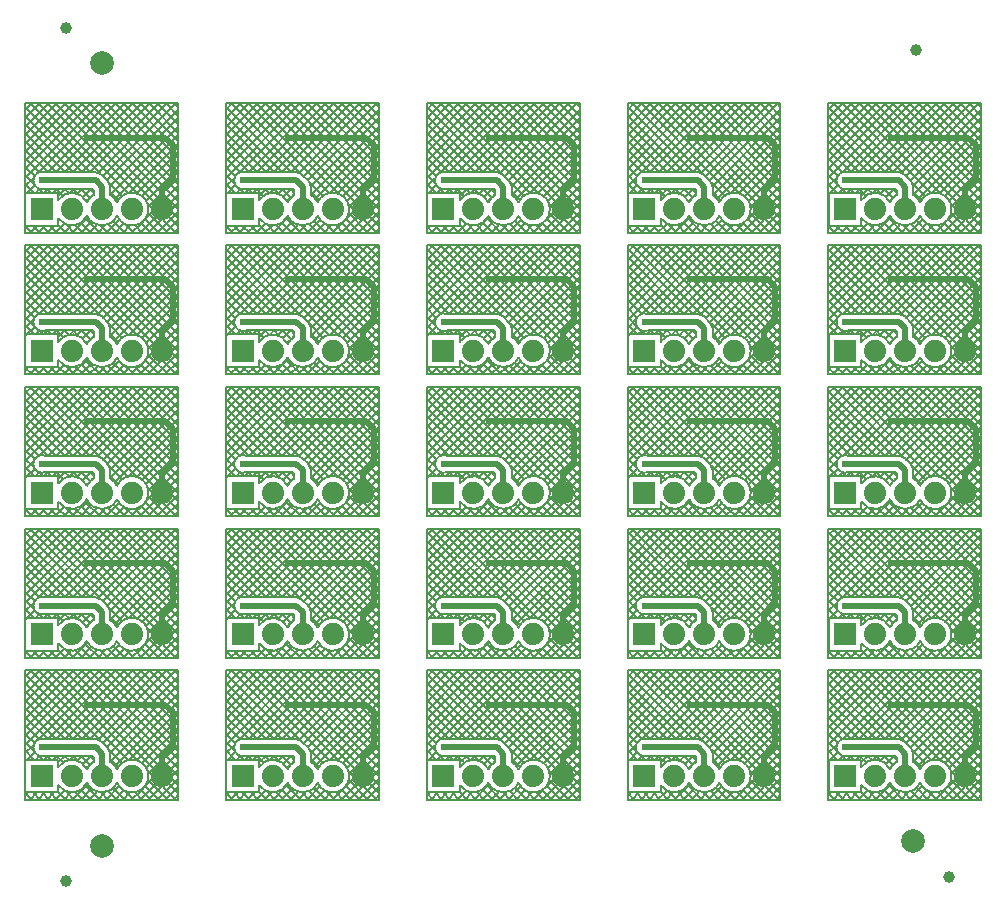
<source format=gbl>
G04*
G04 #@! TF.GenerationSoftware,Altium Limited,Altium Designer,23.7.1 (13)*
G04*
G04 Layer_Physical_Order=2*
G04 Layer_Color=16711680*
%FSLAX44Y44*%
%MOMM*%
G71*
G04*
G04 #@! TF.SameCoordinates,565FC65D-8D52-4A7D-9B4B-E9A53F5C2DB2*
G04*
G04*
G04 #@! TF.FilePolarity,Positive*
G04*
G01*
G75*
%ADD10C,1.0000*%
%ADD14C,0.5000*%
%ADD15C,2.0000*%
%ADD16R,1.8796X1.8796*%
%ADD17C,1.8796*%
%ADD18C,0.6000*%
%ADD19C,0.2032*%
D10*
X787250Y-60000D02*
D03*
X40000Y-64000D02*
D03*
Y658750D02*
D03*
X759250Y639750D02*
D03*
D14*
X19695Y49500D02*
X65000D01*
X121050Y42300D02*
X130250Y51500D01*
X121050Y25250D02*
Y42300D01*
X65000Y49500D02*
X70250Y44250D01*
Y25250D02*
Y44250D01*
X58000Y85652D02*
X108402D01*
X123848D01*
X130250Y79250D01*
Y51500D02*
Y79250D01*
X189695Y49500D02*
X235000D01*
X291050Y42300D02*
X300250Y51500D01*
X291050Y25250D02*
Y42300D01*
X235000Y49500D02*
X240250Y44250D01*
Y25250D02*
Y44250D01*
X228000Y85652D02*
X278402D01*
X293848D01*
X300250Y79250D01*
Y51500D02*
Y79250D01*
X359695Y49500D02*
X405000D01*
X461050Y42300D02*
X470250Y51500D01*
X461050Y25250D02*
Y42300D01*
X405000Y49500D02*
X410250Y44250D01*
Y25250D02*
Y44250D01*
X398000Y85652D02*
X448402D01*
X463848D01*
X470250Y79250D01*
Y51500D02*
Y79250D01*
X529695Y49500D02*
X575000D01*
X631050Y42300D02*
X640250Y51500D01*
X631050Y25250D02*
Y42300D01*
X575000Y49500D02*
X580250Y44250D01*
Y25250D02*
Y44250D01*
X568000Y85652D02*
X618402D01*
X633848D01*
X640250Y79250D01*
Y51500D02*
Y79250D01*
X699695Y49500D02*
X745000D01*
X801050Y42300D02*
X810250Y51500D01*
X801050Y25250D02*
Y42300D01*
X745000Y49500D02*
X750250Y44250D01*
Y25250D02*
Y44250D01*
X738000Y85652D02*
X788402D01*
X803848D01*
X810250Y79250D01*
Y51500D02*
Y79250D01*
X19695Y169500D02*
X65000D01*
X121050Y162300D02*
X130250Y171500D01*
X121050Y145250D02*
Y162300D01*
X65000Y169500D02*
X70250Y164250D01*
Y145250D02*
Y164250D01*
X58000Y205652D02*
X108402D01*
X123848D01*
X130250Y199250D01*
Y171500D02*
Y199250D01*
X189695Y169500D02*
X235000D01*
X291050Y162300D02*
X300250Y171500D01*
X291050Y145250D02*
Y162300D01*
X235000Y169500D02*
X240250Y164250D01*
Y145250D02*
Y164250D01*
X228000Y205652D02*
X278402D01*
X293848D01*
X300250Y199250D01*
Y171500D02*
Y199250D01*
X359695Y169500D02*
X405000D01*
X461050Y162300D02*
X470250Y171500D01*
X461050Y145250D02*
Y162300D01*
X405000Y169500D02*
X410250Y164250D01*
Y145250D02*
Y164250D01*
X398000Y205652D02*
X448402D01*
X463848D01*
X470250Y199250D01*
Y171500D02*
Y199250D01*
X529695Y169500D02*
X575000D01*
X631050Y162300D02*
X640250Y171500D01*
X631050Y145250D02*
Y162300D01*
X575000Y169500D02*
X580250Y164250D01*
Y145250D02*
Y164250D01*
X568000Y205652D02*
X618402D01*
X633848D01*
X640250Y199250D01*
Y171500D02*
Y199250D01*
X699695Y169500D02*
X745000D01*
X801050Y162300D02*
X810250Y171500D01*
X801050Y145250D02*
Y162300D01*
X745000Y169500D02*
X750250Y164250D01*
Y145250D02*
Y164250D01*
X738000Y205652D02*
X788402D01*
X803848D01*
X810250Y199250D01*
Y171500D02*
Y199250D01*
X19695Y289500D02*
X65000D01*
X121050Y282300D02*
X130250Y291500D01*
X121050Y265250D02*
Y282300D01*
X65000Y289500D02*
X70250Y284250D01*
Y265250D02*
Y284250D01*
X58000Y325652D02*
X108402D01*
X123848D01*
X130250Y319250D01*
Y291500D02*
Y319250D01*
X189695Y289500D02*
X235000D01*
X291050Y282300D02*
X300250Y291500D01*
X291050Y265250D02*
Y282300D01*
X235000Y289500D02*
X240250Y284250D01*
Y265250D02*
Y284250D01*
X228000Y325652D02*
X278402D01*
X293848D01*
X300250Y319250D01*
Y291500D02*
Y319250D01*
X359695Y289500D02*
X405000D01*
X461050Y282300D02*
X470250Y291500D01*
X461050Y265250D02*
Y282300D01*
X405000Y289500D02*
X410250Y284250D01*
Y265250D02*
Y284250D01*
X398000Y325652D02*
X448402D01*
X463848D01*
X470250Y319250D01*
Y291500D02*
Y319250D01*
X529695Y289500D02*
X575000D01*
X631050Y282300D02*
X640250Y291500D01*
X631050Y265250D02*
Y282300D01*
X575000Y289500D02*
X580250Y284250D01*
Y265250D02*
Y284250D01*
X568000Y325652D02*
X618402D01*
X633848D01*
X640250Y319250D01*
Y291500D02*
Y319250D01*
X699695Y289500D02*
X745000D01*
X801050Y282300D02*
X810250Y291500D01*
X801050Y265250D02*
Y282300D01*
X745000Y289500D02*
X750250Y284250D01*
Y265250D02*
Y284250D01*
X738000Y325652D02*
X788402D01*
X803848D01*
X810250Y319250D01*
Y291500D02*
Y319250D01*
X19695Y409500D02*
X65000D01*
X121050Y402300D02*
X130250Y411500D01*
X121050Y385250D02*
Y402300D01*
X65000Y409500D02*
X70250Y404250D01*
Y385250D02*
Y404250D01*
X58000Y445652D02*
X108402D01*
X123848D01*
X130250Y439250D01*
Y411500D02*
Y439250D01*
X189695Y409500D02*
X235000D01*
X291050Y402300D02*
X300250Y411500D01*
X291050Y385250D02*
Y402300D01*
X235000Y409500D02*
X240250Y404250D01*
Y385250D02*
Y404250D01*
X228000Y445652D02*
X278402D01*
X293848D01*
X300250Y439250D01*
Y411500D02*
Y439250D01*
X359695Y409500D02*
X405000D01*
X461050Y402300D02*
X470250Y411500D01*
X461050Y385250D02*
Y402300D01*
X405000Y409500D02*
X410250Y404250D01*
Y385250D02*
Y404250D01*
X398000Y445652D02*
X448402D01*
X463848D01*
X470250Y439250D01*
Y411500D02*
Y439250D01*
X529695Y409500D02*
X575000D01*
X631050Y402300D02*
X640250Y411500D01*
X631050Y385250D02*
Y402300D01*
X575000Y409500D02*
X580250Y404250D01*
Y385250D02*
Y404250D01*
X568000Y445652D02*
X618402D01*
X633848D01*
X640250Y439250D01*
Y411500D02*
Y439250D01*
X699695Y409500D02*
X745000D01*
X801050Y402300D02*
X810250Y411500D01*
X801050Y385250D02*
Y402300D01*
X745000Y409500D02*
X750250Y404250D01*
Y385250D02*
Y404250D01*
X738000Y445652D02*
X788402D01*
X803848D01*
X810250Y439250D01*
Y411500D02*
Y439250D01*
X19695Y529500D02*
X65000D01*
X121050Y522300D02*
X130250Y531500D01*
X121050Y505250D02*
Y522300D01*
X65000Y529500D02*
X70250Y524250D01*
Y505250D02*
Y524250D01*
X58000Y565652D02*
X108402D01*
X123848D01*
X130250Y559250D01*
Y531500D02*
Y559250D01*
X189695Y529500D02*
X235000D01*
X291050Y522300D02*
X300250Y531500D01*
X291050Y505250D02*
Y522300D01*
X235000Y529500D02*
X240250Y524250D01*
Y505250D02*
Y524250D01*
X228000Y565652D02*
X278402D01*
X293848D01*
X300250Y559250D01*
Y531500D02*
Y559250D01*
X359695Y529500D02*
X405000D01*
X461050Y522300D02*
X470250Y531500D01*
X461050Y505250D02*
Y522300D01*
X405000Y529500D02*
X410250Y524250D01*
Y505250D02*
Y524250D01*
X398000Y565652D02*
X448402D01*
X463848D01*
X470250Y559250D01*
Y531500D02*
Y559250D01*
X529695Y529500D02*
X575000D01*
X631050Y522300D02*
X640250Y531500D01*
X631050Y505250D02*
Y522300D01*
X575000Y529500D02*
X580250Y524250D01*
Y505250D02*
Y524250D01*
X568000Y565652D02*
X618402D01*
X633848D01*
X640250Y559250D01*
Y531500D02*
Y559250D01*
X699695Y529500D02*
X745000D01*
X801050Y522300D02*
X810250Y531500D01*
X801050Y505250D02*
Y522300D01*
X745000Y529500D02*
X750250Y524250D01*
Y505250D02*
Y524250D01*
X738000Y565652D02*
X788402D01*
X803848D01*
X810250Y559250D01*
Y531500D02*
Y559250D01*
D15*
X757250Y-30000D02*
D03*
X70000Y-34000D02*
D03*
X70000Y628750D02*
D03*
D16*
X19450Y25250D02*
D03*
X189450D02*
D03*
X359450D02*
D03*
X529450D02*
D03*
X699450D02*
D03*
X19450Y145250D02*
D03*
X189450D02*
D03*
X359450D02*
D03*
X529450D02*
D03*
X699450D02*
D03*
X19450Y265250D02*
D03*
X189450D02*
D03*
X359450D02*
D03*
X529450D02*
D03*
X699450D02*
D03*
X19450Y385250D02*
D03*
X189450D02*
D03*
X359450D02*
D03*
X529450D02*
D03*
X699450D02*
D03*
X19450Y505250D02*
D03*
X189450D02*
D03*
X359450D02*
D03*
X529450D02*
D03*
X699450D02*
D03*
D17*
X44850Y25250D02*
D03*
X70250D02*
D03*
X95650D02*
D03*
X121050D02*
D03*
X214850D02*
D03*
X240250D02*
D03*
X265650D02*
D03*
X291050D02*
D03*
X384850D02*
D03*
X410250D02*
D03*
X435650D02*
D03*
X461050D02*
D03*
X554850D02*
D03*
X580250D02*
D03*
X605650D02*
D03*
X631050D02*
D03*
X724850D02*
D03*
X750250D02*
D03*
X775650D02*
D03*
X801050D02*
D03*
X44850Y145250D02*
D03*
X70250D02*
D03*
X95650D02*
D03*
X121050D02*
D03*
X214850D02*
D03*
X240250D02*
D03*
X265650D02*
D03*
X291050D02*
D03*
X384850D02*
D03*
X410250D02*
D03*
X435650D02*
D03*
X461050D02*
D03*
X554850D02*
D03*
X580250D02*
D03*
X605650D02*
D03*
X631050D02*
D03*
X724850D02*
D03*
X750250D02*
D03*
X775650D02*
D03*
X801050D02*
D03*
X44850Y265250D02*
D03*
X70250D02*
D03*
X95650D02*
D03*
X121050D02*
D03*
X214850D02*
D03*
X240250D02*
D03*
X265650D02*
D03*
X291050D02*
D03*
X384850D02*
D03*
X410250D02*
D03*
X435650D02*
D03*
X461050D02*
D03*
X554850D02*
D03*
X580250D02*
D03*
X605650D02*
D03*
X631050D02*
D03*
X724850D02*
D03*
X750250D02*
D03*
X775650D02*
D03*
X801050D02*
D03*
X44850Y385250D02*
D03*
X70250D02*
D03*
X95650D02*
D03*
X121050D02*
D03*
X214850D02*
D03*
X240250D02*
D03*
X265650D02*
D03*
X291050D02*
D03*
X384850D02*
D03*
X410250D02*
D03*
X435650D02*
D03*
X461050D02*
D03*
X554850D02*
D03*
X580250D02*
D03*
X605650D02*
D03*
X631050D02*
D03*
X724850D02*
D03*
X750250D02*
D03*
X775650D02*
D03*
X801050D02*
D03*
X44850Y505250D02*
D03*
X70250D02*
D03*
X95650D02*
D03*
X121050D02*
D03*
X214850D02*
D03*
X240250D02*
D03*
X265650D02*
D03*
X291050D02*
D03*
X384850D02*
D03*
X410250D02*
D03*
X435650D02*
D03*
X461050D02*
D03*
X554850D02*
D03*
X580250D02*
D03*
X605650D02*
D03*
X631050D02*
D03*
X724850D02*
D03*
X750250D02*
D03*
X775650D02*
D03*
X801050D02*
D03*
D18*
X19695Y49500D02*
D03*
X58000Y85652D02*
D03*
X108402D02*
D03*
X189695Y49500D02*
D03*
X228000Y85652D02*
D03*
X278402D02*
D03*
X359695Y49500D02*
D03*
X398000Y85652D02*
D03*
X448402D02*
D03*
X529695Y49500D02*
D03*
X568000Y85652D02*
D03*
X618402D02*
D03*
X699695Y49500D02*
D03*
X738000Y85652D02*
D03*
X788402D02*
D03*
X19695Y169500D02*
D03*
X58000Y205652D02*
D03*
X108402D02*
D03*
X189695Y169500D02*
D03*
X228000Y205652D02*
D03*
X278402D02*
D03*
X359695Y169500D02*
D03*
X398000Y205652D02*
D03*
X448402D02*
D03*
X529695Y169500D02*
D03*
X568000Y205652D02*
D03*
X618402D02*
D03*
X699695Y169500D02*
D03*
X738000Y205652D02*
D03*
X788402D02*
D03*
X19695Y289500D02*
D03*
X58000Y325652D02*
D03*
X108402D02*
D03*
X189695Y289500D02*
D03*
X228000Y325652D02*
D03*
X278402D02*
D03*
X359695Y289500D02*
D03*
X398000Y325652D02*
D03*
X448402D02*
D03*
X529695Y289500D02*
D03*
X568000Y325652D02*
D03*
X618402D02*
D03*
X699695Y289500D02*
D03*
X738000Y325652D02*
D03*
X788402D02*
D03*
X19695Y409500D02*
D03*
X58000Y445652D02*
D03*
X108402D02*
D03*
X189695Y409500D02*
D03*
X228000Y445652D02*
D03*
X278402D02*
D03*
X359695Y409500D02*
D03*
X398000Y445652D02*
D03*
X448402D02*
D03*
X529695Y409500D02*
D03*
X568000Y445652D02*
D03*
X618402D02*
D03*
X699695Y409500D02*
D03*
X738000Y445652D02*
D03*
X788402D02*
D03*
X19695Y529500D02*
D03*
X58000Y565652D02*
D03*
X108402D02*
D03*
X189695Y529500D02*
D03*
X228000Y565652D02*
D03*
X278402D02*
D03*
X359695Y529500D02*
D03*
X398000Y565652D02*
D03*
X448402D02*
D03*
X529695Y529500D02*
D03*
X568000Y565652D02*
D03*
X618402D02*
D03*
X699695Y529500D02*
D03*
X738000Y565652D02*
D03*
X788402D02*
D03*
D19*
X69964Y54458D02*
G03*
X65000Y56516I-4964J-4958D01*
G01*
X77266Y44250D02*
G03*
X75211Y49211I-7016J0D01*
G01*
X77266Y44250D02*
G03*
X75208Y49214I-7016J0D01*
G01*
X69961Y54461D02*
G03*
X65000Y56516I-4961J-4961D01*
G01*
X109564Y25250D02*
G03*
X82950Y30934I-13914J0D01*
G01*
Y19566D02*
G03*
X109564Y25250I12700J5684D01*
G01*
X57550Y19566D02*
G03*
X82950Y19566I12700J5684D01*
G01*
Y30934D02*
G03*
X77266Y37266I-12700J-5684D01*
G01*
X63234D02*
G03*
X57550Y30934I7016J-12016D01*
G01*
X22391Y56516D02*
G03*
X22391Y42484I-2695J-7016D01*
G01*
X33364Y17397D02*
G03*
X57550Y19566I11486J7853D01*
G01*
Y30934D02*
G03*
X33364Y33103I-12700J-5684D01*
G01*
X124235Y114724D02*
X134724Y104235D01*
X117050Y114724D02*
X134724Y97050D01*
X131419Y114724D02*
X134724Y111419D01*
X102682Y114724D02*
X134724Y82682D01*
X109866Y114724D02*
X134724Y89866D01*
X88313Y114724D02*
X134724Y68313D01*
X81129Y114724D02*
X134724Y61129D01*
X95498Y114724D02*
X134724Y75498D01*
X59577Y114724D02*
X134724Y39577D01*
X71294Y53128D02*
X132891Y114724D01*
X77266Y37547D02*
X134724Y95005D01*
X99802Y38530D02*
X134724Y73452D01*
X92997Y38909D02*
X134724Y80636D01*
X80994Y34091D02*
X134724Y87820D01*
X104469Y36012D02*
X134724Y66268D01*
X74887Y49535D02*
X134724Y109373D01*
X73945Y114724D02*
X134724Y53945D01*
X77251Y44715D02*
X134724Y102189D01*
X66761Y114724D02*
X134724Y46761D01*
X67158Y56176D02*
X125707Y114724D01*
X69964Y54458D02*
X75208Y49214D01*
X53130Y56516D02*
X111338Y114724D01*
X53130Y56516D02*
X111338Y114724D01*
X60314Y56516D02*
X118523Y114724D01*
X77266Y37266D02*
Y44250D01*
X63234Y37266D02*
Y41344D01*
X62094Y42484D02*
X63234Y41344D01*
X76418Y47593D02*
X87491Y36521D01*
X60954Y35603D02*
X63234Y37883D01*
X59975Y42484D02*
X63234Y39225D01*
X49386Y38404D02*
X53467Y42484D01*
X53946Y35779D02*
X60651Y42484D01*
X52790D02*
X60299Y34975D01*
X107754Y32113D02*
X134724Y59083D01*
X109492Y26667D02*
X134724Y51899D01*
X108908Y29471D02*
X133104Y5276D01*
X134724D02*
Y114724D01*
X109653Y5276D02*
X134724Y30347D01*
X52392Y114724D02*
X134724Y32392D01*
X102469Y5276D02*
X134724Y37531D01*
X106274Y16265D02*
X134724Y44715D01*
X116838Y5276D02*
X134724Y23162D01*
X109182Y22013D02*
X125920Y5276D01*
X106921Y17091D02*
X118735Y5276D01*
X131206D02*
X134724Y8794D01*
X124022Y5276D02*
X134724Y15978D01*
X95285Y5276D02*
X104635Y14626D01*
X103239Y13588D02*
X111551Y5276D01*
X98091Y11552D02*
X104367Y5276D01*
X77266Y39561D02*
X83988Y32839D01*
X79975Y15299D02*
X89998Y5276D01*
X73732D02*
X84888Y16431D01*
X57135Y31783D02*
X59897Y34546D01*
X56332Y17390D02*
X68446Y5276D01*
X52180D02*
X61409Y14506D01*
X80917Y5276D02*
X88787Y13146D01*
X75660Y12431D02*
X82814Y5276D01*
X69552Y11353D02*
X75630Y5276D01*
X89861Y12597D02*
X97183Y5276D01*
X88101D02*
X94233Y11408D01*
X52745Y13793D02*
X61262Y5276D01*
X47719Y11635D02*
X54077Y5276D01*
X66548D02*
X72854Y11582D01*
X59364Y5276D02*
X66068Y11980D01*
X24393Y56516D02*
X82601Y114724D01*
X31578Y56516D02*
X89786Y114724D01*
X17326Y56633D02*
X75417Y114724D01*
X38762Y56516D02*
X96970Y114724D01*
X9287D02*
X68343Y55669D01*
X5276Y73320D02*
X46680Y114724D01*
X5276Y66135D02*
X53865Y114724D01*
X5276Y80504D02*
X39496Y114724D01*
X5276Y51767D02*
X68233Y114724D01*
X5276Y58951D02*
X61049Y114724D01*
X45946Y56516D02*
X104154Y114724D01*
X22391Y56516D02*
X65000D01*
X5276Y89998D02*
X38758Y56516D01*
X22391Y42484D02*
X62094D01*
X5536Y39164D02*
X33364D01*
X5276Y114724D02*
X134724D01*
X5276Y111551D02*
X60311Y56516D01*
X5276Y104367D02*
X53127Y56516D01*
X5276Y97183D02*
X45943Y56516D01*
X5276Y82814D02*
X31574Y56516D01*
X5276Y75630D02*
X24390Y56516D01*
X5276Y68446D02*
X17150Y56572D01*
X5276Y61262D02*
X13221Y53317D01*
X5276Y102057D02*
X17944Y114724D01*
X5276Y109241D02*
X10759Y114724D01*
X5276Y87688D02*
X32312Y114724D01*
X5276Y94872D02*
X25128Y114724D01*
X16782Y42572D02*
X20189Y39164D01*
X14226D02*
X17404Y42342D01*
X7041Y39164D02*
X13350Y45472D01*
X24053Y42484D02*
X27374Y39164D01*
X21410D02*
X24730Y42484D01*
X5276Y54077D02*
X12767Y46586D01*
X5276Y44583D02*
X12562Y51869D01*
X5276Y46893D02*
X13005Y39164D01*
X5276Y39709D02*
X5821Y39164D01*
X38422Y42484D02*
X42031Y38875D01*
X42812Y39014D02*
X46283Y42484D01*
X33364Y36750D02*
X39098Y42484D01*
X38024Y114724D02*
X134724Y18024D01*
X45208Y114724D02*
X134724Y25208D01*
X23656Y114724D02*
X99872Y38508D01*
X16472Y114724D02*
X92413Y38782D01*
X30840Y114724D02*
X134724Y10840D01*
X33364Y36750D02*
X39098Y42484D01*
X45606D02*
X49859Y38231D01*
X37811Y5276D02*
X43903Y11368D01*
X33364Y11621D02*
X39709Y5276D01*
X44995D02*
X58132Y18412D01*
X39937Y12232D02*
X46893Y5276D01*
X5276D02*
X134724D01*
X30627D02*
X38317Y12965D01*
X31238Y42484D02*
X36990Y36731D01*
X33364Y33103D02*
Y39164D01*
X28594D02*
X31914Y42484D01*
X33364Y15197D02*
X34321Y16154D01*
X33364Y11336D02*
Y17397D01*
X5536Y37659D02*
X7041Y39164D01*
X5536Y11336D02*
Y39164D01*
X5276Y8662D02*
X7950Y11336D01*
X5276Y5276D02*
Y114724D01*
X16259Y5276D02*
X22319Y11336D01*
X19281D02*
X25340Y5276D01*
X12096Y11336D02*
X18156Y5276D01*
X26465Y11336D02*
X32525Y5276D01*
X23443D02*
X29503Y11336D01*
X5536D02*
X33364D01*
X5276Y8662D02*
X7950Y11336D01*
X9075Y5276D02*
X15134Y11336D01*
X5276Y10972D02*
X10972Y5276D01*
X239964Y54458D02*
G03*
X235000Y56516I-4964J-4958D01*
G01*
X247266Y44250D02*
G03*
X245211Y49211I-7016J0D01*
G01*
X247266Y44250D02*
G03*
X245208Y49214I-7016J0D01*
G01*
X239961Y54461D02*
G03*
X235000Y56516I-4961J-4961D01*
G01*
X279564Y25250D02*
G03*
X252950Y30934I-13914J0D01*
G01*
Y19566D02*
G03*
X279564Y25250I12700J5684D01*
G01*
X227550Y19566D02*
G03*
X252950Y19566I12700J5684D01*
G01*
Y30934D02*
G03*
X247266Y37266I-12700J-5684D01*
G01*
X233234D02*
G03*
X227550Y30934I7016J-12016D01*
G01*
X192391Y56516D02*
G03*
X192391Y42484I-2695J-7016D01*
G01*
X203364Y17397D02*
G03*
X227550Y19566I11486J7853D01*
G01*
Y30934D02*
G03*
X203364Y33103I-12700J-5684D01*
G01*
X294235Y114724D02*
X304724Y104235D01*
X287050Y114724D02*
X304724Y97050D01*
X301419Y114724D02*
X304724Y111419D01*
X272682Y114724D02*
X304724Y82682D01*
X279866Y114724D02*
X304724Y89866D01*
X258313Y114724D02*
X304724Y68313D01*
X251129Y114724D02*
X304724Y61129D01*
X265498Y114724D02*
X304724Y75498D01*
X229577Y114724D02*
X304724Y39577D01*
X241294Y53128D02*
X302891Y114724D01*
X247266Y37547D02*
X304724Y95005D01*
X269802Y38530D02*
X304724Y73452D01*
X262997Y38909D02*
X304724Y80636D01*
X250994Y34091D02*
X304724Y87820D01*
X274469Y36012D02*
X304724Y66268D01*
X244887Y49535D02*
X304724Y109373D01*
X243945Y114724D02*
X304724Y53945D01*
X247251Y44715D02*
X304724Y102189D01*
X236761Y114724D02*
X304724Y46761D01*
X237158Y56176D02*
X295707Y114724D01*
X239964Y54458D02*
X245208Y49214D01*
X223130Y56516D02*
X281338Y114724D01*
X223130Y56516D02*
X281338Y114724D01*
X230314Y56516D02*
X288522Y114724D01*
X247266Y37266D02*
Y44250D01*
X233234Y37266D02*
Y41344D01*
X232094Y42484D02*
X233234Y41344D01*
X246418Y47593D02*
X257491Y36521D01*
X230954Y35603D02*
X233234Y37883D01*
X229975Y42484D02*
X233234Y39225D01*
X219386Y38404D02*
X223467Y42484D01*
X223946Y35779D02*
X230651Y42484D01*
X222790D02*
X230299Y34975D01*
X277754Y32113D02*
X304724Y59083D01*
X279492Y26667D02*
X304724Y51899D01*
X278908Y29471D02*
X303104Y5276D01*
X304724D02*
Y114724D01*
X279653Y5276D02*
X304724Y30347D01*
X222392Y114724D02*
X304724Y32392D01*
X272469Y5276D02*
X304724Y37531D01*
X276274Y16265D02*
X304724Y44715D01*
X286838Y5276D02*
X304724Y23162D01*
X279182Y22013D02*
X295919Y5276D01*
X276921Y17091D02*
X288735Y5276D01*
X301206D02*
X304724Y8794D01*
X294022Y5276D02*
X304724Y15978D01*
X265285Y5276D02*
X274635Y14626D01*
X273239Y13588D02*
X281551Y5276D01*
X268091Y11552D02*
X274367Y5276D01*
X247266Y39561D02*
X253988Y32839D01*
X249975Y15299D02*
X259998Y5276D01*
X243732D02*
X254888Y16431D01*
X227135Y31783D02*
X229897Y34546D01*
X226332Y17390D02*
X238446Y5276D01*
X222180D02*
X231409Y14506D01*
X250917Y5276D02*
X258787Y13146D01*
X245660Y12431D02*
X252814Y5276D01*
X239552Y11353D02*
X245630Y5276D01*
X259861Y12597D02*
X267183Y5276D01*
X258101D02*
X264233Y11408D01*
X222745Y13793D02*
X231262Y5276D01*
X217719Y11635D02*
X224077Y5276D01*
X236548D02*
X242854Y11582D01*
X229364Y5276D02*
X236067Y11980D01*
X194393Y56516D02*
X252601Y114724D01*
X201578Y56516D02*
X259786Y114724D01*
X187326Y56633D02*
X245417Y114724D01*
X208762Y56516D02*
X266970Y114724D01*
X179287D02*
X238343Y55669D01*
X175276Y73320D02*
X216680Y114724D01*
X175276Y66135D02*
X223865Y114724D01*
X175276Y80504D02*
X209496Y114724D01*
X175276Y51767D02*
X238233Y114724D01*
X175276Y58951D02*
X231049Y114724D01*
X215946Y56516D02*
X274154Y114724D01*
X192391Y56516D02*
X235000D01*
X175276Y89998D02*
X208758Y56516D01*
X192391Y42484D02*
X232094D01*
X175536Y39164D02*
X203364D01*
X175276Y114724D02*
X304724D01*
X175276Y111551D02*
X230311Y56516D01*
X175276Y104367D02*
X223127Y56516D01*
X175276Y97183D02*
X215943Y56516D01*
X175276Y82814D02*
X201574Y56516D01*
X175276Y75630D02*
X194390Y56516D01*
X175276Y68446D02*
X187150Y56572D01*
X175276Y61262D02*
X183221Y53317D01*
X175276Y102057D02*
X187943Y114724D01*
X175276Y109241D02*
X180759Y114724D01*
X175276Y87688D02*
X202312Y114724D01*
X175276Y94872D02*
X195128Y114724D01*
X186782Y42572D02*
X190189Y39164D01*
X184226D02*
X187404Y42342D01*
X177041Y39164D02*
X183350Y45472D01*
X194053Y42484D02*
X197374Y39164D01*
X191410D02*
X194730Y42484D01*
X175276Y54077D02*
X182767Y46586D01*
X175276Y44583D02*
X182562Y51869D01*
X175276Y46893D02*
X183005Y39164D01*
X175276Y39709D02*
X175821Y39164D01*
X208422Y42484D02*
X212031Y38875D01*
X212812Y39014D02*
X216283Y42484D01*
X203364Y36750D02*
X209098Y42484D01*
X208024Y114724D02*
X304724Y18024D01*
X215208Y114724D02*
X304724Y25208D01*
X193656Y114724D02*
X269872Y38508D01*
X186472Y114724D02*
X262413Y38782D01*
X200840Y114724D02*
X304724Y10840D01*
X203364Y36750D02*
X209098Y42484D01*
X215606D02*
X219859Y38231D01*
X207811Y5276D02*
X213904Y11368D01*
X203364Y11621D02*
X209709Y5276D01*
X214995D02*
X228132Y18412D01*
X209937Y12232D02*
X216893Y5276D01*
X175276D02*
X304724D01*
X200627D02*
X208316Y12965D01*
X201238Y42484D02*
X206990Y36731D01*
X203364Y33103D02*
Y39164D01*
X198594D02*
X201914Y42484D01*
X203364Y15197D02*
X204321Y16154D01*
X203364Y11336D02*
Y17397D01*
X175536Y37659D02*
X177041Y39164D01*
X175536Y11336D02*
Y39164D01*
X175276Y8662D02*
X177950Y11336D01*
X175276Y5276D02*
Y114724D01*
X186259Y5276D02*
X192319Y11336D01*
X189280D02*
X195340Y5276D01*
X182096Y11336D02*
X188156Y5276D01*
X196465Y11336D02*
X202525Y5276D01*
X193443D02*
X199503Y11336D01*
X175536D02*
X203364D01*
X175276Y8662D02*
X177950Y11336D01*
X179074Y5276D02*
X185134Y11336D01*
X175276Y10972D02*
X180972Y5276D01*
X409964Y54458D02*
G03*
X405000Y56516I-4964J-4958D01*
G01*
X417266Y44250D02*
G03*
X415211Y49211I-7016J0D01*
G01*
X417266Y44250D02*
G03*
X415208Y49214I-7016J0D01*
G01*
X409961Y54461D02*
G03*
X405000Y56516I-4961J-4961D01*
G01*
X449564Y25250D02*
G03*
X422950Y30934I-13914J0D01*
G01*
Y19566D02*
G03*
X449564Y25250I12700J5684D01*
G01*
X397550Y19566D02*
G03*
X422950Y19566I12700J5684D01*
G01*
Y30934D02*
G03*
X417266Y37266I-12700J-5684D01*
G01*
X403234D02*
G03*
X397550Y30934I7016J-12016D01*
G01*
X362391Y56516D02*
G03*
X362391Y42484I-2695J-7016D01*
G01*
X373364Y17397D02*
G03*
X397550Y19566I11486J7853D01*
G01*
Y30934D02*
G03*
X373364Y33103I-12700J-5684D01*
G01*
X464235Y114724D02*
X474724Y104235D01*
X457050Y114724D02*
X474724Y97050D01*
X471419Y114724D02*
X474724Y111419D01*
X442682Y114724D02*
X474724Y82682D01*
X449866Y114724D02*
X474724Y89866D01*
X428313Y114724D02*
X474724Y68313D01*
X421129Y114724D02*
X474724Y61129D01*
X435498Y114724D02*
X474724Y75498D01*
X399577Y114724D02*
X474724Y39577D01*
X411295Y53128D02*
X472891Y114724D01*
X417266Y37547D02*
X474724Y95005D01*
X439802Y38530D02*
X474724Y73452D01*
X432996Y38909D02*
X474724Y80636D01*
X420994Y34091D02*
X474724Y87820D01*
X444469Y36012D02*
X474724Y66268D01*
X414887Y49535D02*
X474724Y109373D01*
X413945Y114724D02*
X474724Y53945D01*
X417251Y44715D02*
X474724Y102189D01*
X406761Y114724D02*
X474724Y46761D01*
X407158Y56176D02*
X465707Y114724D01*
X409964Y54458D02*
X415208Y49214D01*
X393130Y56516D02*
X451338Y114724D01*
X393130Y56516D02*
X451338Y114724D01*
X400314Y56516D02*
X458522Y114724D01*
X417266Y37266D02*
Y44250D01*
X403234Y37266D02*
Y41344D01*
X402094Y42484D02*
X403234Y41344D01*
X416418Y47593D02*
X427491Y36521D01*
X400954Y35603D02*
X403234Y37883D01*
X399975Y42484D02*
X403234Y39225D01*
X389386Y38404D02*
X393467Y42484D01*
X393946Y35779D02*
X400651Y42484D01*
X392790D02*
X400299Y34975D01*
X447754Y32113D02*
X474724Y59083D01*
X449492Y26667D02*
X474724Y51899D01*
X448908Y29471D02*
X473104Y5276D01*
X474724D02*
Y114724D01*
X449653Y5276D02*
X474724Y30347D01*
X392392Y114724D02*
X474724Y32392D01*
X442469Y5276D02*
X474724Y37531D01*
X446274Y16265D02*
X474724Y44715D01*
X456838Y5276D02*
X474724Y23162D01*
X449182Y22013D02*
X465919Y5276D01*
X446921Y17091D02*
X458735Y5276D01*
X471206D02*
X474724Y8794D01*
X464022Y5276D02*
X474724Y15978D01*
X435285Y5276D02*
X444635Y14626D01*
X443239Y13588D02*
X451551Y5276D01*
X438091Y11552D02*
X444367Y5276D01*
X417266Y39561D02*
X423988Y32839D01*
X419975Y15299D02*
X429998Y5276D01*
X413732D02*
X424888Y16431D01*
X397135Y31783D02*
X399897Y34546D01*
X396331Y17390D02*
X408446Y5276D01*
X392180D02*
X401409Y14506D01*
X420917Y5276D02*
X428787Y13146D01*
X415660Y12431D02*
X422814Y5276D01*
X409552Y11353D02*
X415630Y5276D01*
X429861Y12597D02*
X437183Y5276D01*
X428101D02*
X434233Y11408D01*
X392745Y13793D02*
X401262Y5276D01*
X387719Y11635D02*
X394077Y5276D01*
X406548D02*
X412854Y11582D01*
X399364Y5276D02*
X406067Y11980D01*
X364393Y56516D02*
X422601Y114724D01*
X371578Y56516D02*
X429786Y114724D01*
X357326Y56633D02*
X415417Y114724D01*
X378762Y56516D02*
X436970Y114724D01*
X349287D02*
X408343Y55669D01*
X345276Y73320D02*
X386680Y114724D01*
X345276Y66135D02*
X393865Y114724D01*
X345276Y80504D02*
X379496Y114724D01*
X345276Y51767D02*
X408233Y114724D01*
X345276Y58951D02*
X401049Y114724D01*
X385946Y56516D02*
X444154Y114724D01*
X362391Y56516D02*
X405000D01*
X345276Y89998D02*
X378758Y56516D01*
X362391Y42484D02*
X402094D01*
X345536Y39164D02*
X373364D01*
X345276Y114724D02*
X474724D01*
X345276Y111551D02*
X400311Y56516D01*
X345276Y104367D02*
X393127Y56516D01*
X345276Y97183D02*
X385943Y56516D01*
X345276Y82814D02*
X371574Y56516D01*
X345276Y75630D02*
X364390Y56516D01*
X345276Y68446D02*
X357150Y56572D01*
X345276Y61262D02*
X353221Y53317D01*
X345276Y102057D02*
X357943Y114724D01*
X345276Y109241D02*
X350759Y114724D01*
X345276Y87688D02*
X372312Y114724D01*
X345276Y94872D02*
X365128Y114724D01*
X356782Y42572D02*
X360189Y39164D01*
X354226D02*
X357403Y42342D01*
X347041Y39164D02*
X353350Y45472D01*
X364053Y42484D02*
X367374Y39164D01*
X361410D02*
X364730Y42484D01*
X345276Y54077D02*
X352767Y46586D01*
X345276Y44583D02*
X352562Y51869D01*
X345276Y46893D02*
X353005Y39164D01*
X345276Y39709D02*
X345821Y39164D01*
X378422Y42484D02*
X382031Y38875D01*
X382812Y39014D02*
X386283Y42484D01*
X373364Y36750D02*
X379098Y42484D01*
X378024Y114724D02*
X474724Y18024D01*
X385208Y114724D02*
X474724Y25208D01*
X363656Y114724D02*
X439872Y38508D01*
X356471Y114724D02*
X432413Y38782D01*
X370840Y114724D02*
X474724Y10840D01*
X373364Y36750D02*
X379098Y42484D01*
X385606D02*
X389859Y38231D01*
X377811Y5276D02*
X383904Y11368D01*
X373364Y11621D02*
X379709Y5276D01*
X384995D02*
X398132Y18412D01*
X379937Y12232D02*
X386893Y5276D01*
X345276D02*
X474724D01*
X370627D02*
X378316Y12965D01*
X371238Y42484D02*
X376990Y36731D01*
X373364Y33103D02*
Y39164D01*
X368594D02*
X371914Y42484D01*
X373364Y15197D02*
X374321Y16154D01*
X373364Y11336D02*
Y17397D01*
X345536Y37659D02*
X347041Y39164D01*
X345536Y11336D02*
Y39164D01*
X345276Y8662D02*
X347950Y11336D01*
X345276Y5276D02*
Y114724D01*
X356259Y5276D02*
X362319Y11336D01*
X359281D02*
X365340Y5276D01*
X352096Y11336D02*
X358156Y5276D01*
X366465Y11336D02*
X372525Y5276D01*
X363443D02*
X369503Y11336D01*
X345536D02*
X373364D01*
X345276Y8662D02*
X347950Y11336D01*
X349074Y5276D02*
X355134Y11336D01*
X345276Y10972D02*
X350972Y5276D01*
X579964Y54458D02*
G03*
X575000Y56516I-4964J-4958D01*
G01*
X587266Y44250D02*
G03*
X585211Y49211I-7016J0D01*
G01*
X587266Y44250D02*
G03*
X585208Y49214I-7016J0D01*
G01*
X579961Y54461D02*
G03*
X575000Y56516I-4961J-4961D01*
G01*
X619564Y25250D02*
G03*
X592950Y30934I-13914J0D01*
G01*
Y19566D02*
G03*
X619564Y25250I12700J5684D01*
G01*
X567550Y19566D02*
G03*
X592950Y19566I12700J5684D01*
G01*
Y30934D02*
G03*
X587266Y37266I-12700J-5684D01*
G01*
X573234D02*
G03*
X567550Y30934I7016J-12016D01*
G01*
X532391Y56516D02*
G03*
X532391Y42484I-2695J-7016D01*
G01*
X543364Y17397D02*
G03*
X567550Y19566I11486J7853D01*
G01*
Y30934D02*
G03*
X543364Y33103I-12700J-5684D01*
G01*
X634235Y114724D02*
X644724Y104235D01*
X627050Y114724D02*
X644724Y97050D01*
X641419Y114724D02*
X644724Y111419D01*
X612682Y114724D02*
X644724Y82682D01*
X619866Y114724D02*
X644724Y89866D01*
X598313Y114724D02*
X644724Y68313D01*
X591129Y114724D02*
X644724Y61129D01*
X605498Y114724D02*
X644724Y75498D01*
X569577Y114724D02*
X644724Y39577D01*
X581295Y53128D02*
X642891Y114724D01*
X587266Y37547D02*
X644724Y95005D01*
X609802Y38530D02*
X644724Y73452D01*
X602996Y38909D02*
X644724Y80636D01*
X590994Y34091D02*
X644724Y87820D01*
X614469Y36012D02*
X644724Y66268D01*
X584887Y49535D02*
X644724Y109373D01*
X583945Y114724D02*
X644724Y53945D01*
X587251Y44715D02*
X644724Y102189D01*
X576761Y114724D02*
X644724Y46761D01*
X577158Y56176D02*
X635707Y114724D01*
X579964Y54458D02*
X585208Y49214D01*
X563130Y56516D02*
X621338Y114724D01*
X563130Y56516D02*
X621338Y114724D01*
X570314Y56516D02*
X628522Y114724D01*
X587266Y37266D02*
Y44250D01*
X573234Y37266D02*
Y41344D01*
X572094Y42484D02*
X573234Y41344D01*
X586418Y47593D02*
X597491Y36521D01*
X570954Y35603D02*
X573234Y37883D01*
X569975Y42484D02*
X573234Y39225D01*
X559386Y38404D02*
X563467Y42484D01*
X563946Y35779D02*
X570651Y42484D01*
X562790D02*
X570299Y34975D01*
X617754Y32113D02*
X644724Y59083D01*
X619492Y26667D02*
X644724Y51899D01*
X618908Y29471D02*
X643104Y5276D01*
X644724D02*
Y114724D01*
X619653Y5276D02*
X644724Y30347D01*
X562392Y114724D02*
X644724Y32392D01*
X612469Y5276D02*
X644724Y37531D01*
X616274Y16265D02*
X644724Y44715D01*
X626838Y5276D02*
X644724Y23162D01*
X619182Y22013D02*
X635919Y5276D01*
X616921Y17091D02*
X628735Y5276D01*
X641206D02*
X644724Y8794D01*
X634022Y5276D02*
X644724Y15978D01*
X605285Y5276D02*
X614635Y14626D01*
X613239Y13588D02*
X621551Y5276D01*
X608091Y11552D02*
X614367Y5276D01*
X587266Y39561D02*
X593988Y32839D01*
X589975Y15299D02*
X599998Y5276D01*
X583732D02*
X594888Y16431D01*
X567135Y31783D02*
X569897Y34546D01*
X566331Y17390D02*
X578446Y5276D01*
X562180D02*
X571409Y14506D01*
X590916Y5276D02*
X598787Y13146D01*
X585660Y12431D02*
X592814Y5276D01*
X579552Y11353D02*
X585630Y5276D01*
X599861Y12597D02*
X607183Y5276D01*
X598101D02*
X604233Y11408D01*
X562745Y13793D02*
X571261Y5276D01*
X557719Y11635D02*
X564077Y5276D01*
X576548D02*
X582854Y11582D01*
X569364Y5276D02*
X576067Y11980D01*
X534393Y56516D02*
X592601Y114724D01*
X541578Y56516D02*
X599786Y114724D01*
X527326Y56633D02*
X585417Y114724D01*
X548762Y56516D02*
X606970Y114724D01*
X519287D02*
X578343Y55669D01*
X515276Y73320D02*
X556680Y114724D01*
X515276Y66135D02*
X563865Y114724D01*
X515276Y80504D02*
X549496Y114724D01*
X515276Y51767D02*
X578233Y114724D01*
X515276Y58951D02*
X571049Y114724D01*
X555946Y56516D02*
X614154Y114724D01*
X532391Y56516D02*
X575000D01*
X515276Y89998D02*
X548758Y56516D01*
X532391Y42484D02*
X572094D01*
X515536Y39164D02*
X543364D01*
X515276Y114724D02*
X644724D01*
X515276Y111551D02*
X570311Y56516D01*
X515276Y104367D02*
X563127Y56516D01*
X515276Y97183D02*
X555943Y56516D01*
X515276Y82814D02*
X541574Y56516D01*
X515276Y75630D02*
X534390Y56516D01*
X515276Y68446D02*
X527150Y56572D01*
X515276Y61262D02*
X523220Y53317D01*
X515276Y102057D02*
X527943Y114724D01*
X515276Y109241D02*
X520759Y114724D01*
X515276Y87688D02*
X542312Y114724D01*
X515276Y94872D02*
X535128Y114724D01*
X526782Y42572D02*
X530189Y39164D01*
X524226D02*
X527403Y42342D01*
X517041Y39164D02*
X523350Y45472D01*
X534053Y42484D02*
X537374Y39164D01*
X531410D02*
X534730Y42484D01*
X515276Y54077D02*
X522767Y46586D01*
X515276Y44583D02*
X522562Y51869D01*
X515276Y46893D02*
X523005Y39164D01*
X515276Y39709D02*
X515821Y39164D01*
X548422Y42484D02*
X552031Y38875D01*
X552812Y39014D02*
X556283Y42484D01*
X543364Y36750D02*
X549098Y42484D01*
X548024Y114724D02*
X644724Y18024D01*
X555208Y114724D02*
X644724Y25208D01*
X533656Y114724D02*
X609872Y38508D01*
X526471Y114724D02*
X602413Y38782D01*
X540840Y114724D02*
X644724Y10840D01*
X543364Y36750D02*
X549098Y42484D01*
X555606D02*
X559859Y38231D01*
X547811Y5276D02*
X553904Y11368D01*
X543364Y11621D02*
X549709Y5276D01*
X554995D02*
X568132Y18412D01*
X549937Y12232D02*
X556893Y5276D01*
X515276D02*
X644724D01*
X540627D02*
X548316Y12965D01*
X541238Y42484D02*
X546990Y36731D01*
X543364Y33103D02*
Y39164D01*
X538594D02*
X541914Y42484D01*
X543364Y15197D02*
X544321Y16154D01*
X543364Y11336D02*
Y17397D01*
X515536Y37659D02*
X517041Y39164D01*
X515536Y11336D02*
Y39164D01*
X515276Y8662D02*
X517950Y11336D01*
X515276Y5276D02*
Y114724D01*
X526259Y5276D02*
X532319Y11336D01*
X529281D02*
X535340Y5276D01*
X522096Y11336D02*
X528156Y5276D01*
X536465Y11336D02*
X542525Y5276D01*
X533443D02*
X539503Y11336D01*
X515536D02*
X543364D01*
X515276Y8662D02*
X517950Y11336D01*
X519074Y5276D02*
X525134Y11336D01*
X515276Y10972D02*
X520972Y5276D01*
X749964Y54458D02*
G03*
X745000Y56516I-4964J-4958D01*
G01*
X757266Y44250D02*
G03*
X755211Y49211I-7016J0D01*
G01*
X757266Y44250D02*
G03*
X755208Y49214I-7016J0D01*
G01*
X749961Y54461D02*
G03*
X745000Y56516I-4961J-4961D01*
G01*
X789564Y25250D02*
G03*
X762950Y30934I-13914J0D01*
G01*
Y19566D02*
G03*
X789564Y25250I12700J5684D01*
G01*
X737550Y19566D02*
G03*
X762950Y19566I12700J5684D01*
G01*
Y30934D02*
G03*
X757266Y37266I-12700J-5684D01*
G01*
X743234D02*
G03*
X737550Y30934I7016J-12016D01*
G01*
X702391Y56516D02*
G03*
X702391Y42484I-2695J-7016D01*
G01*
X713364Y17397D02*
G03*
X737550Y19566I11486J7853D01*
G01*
Y30934D02*
G03*
X713364Y33103I-12700J-5684D01*
G01*
X804234Y114724D02*
X814724Y104235D01*
X797050Y114724D02*
X814724Y97050D01*
X811419Y114724D02*
X814724Y111419D01*
X782682Y114724D02*
X814724Y82682D01*
X789866Y114724D02*
X814724Y89866D01*
X768313Y114724D02*
X814724Y68313D01*
X761129Y114724D02*
X814724Y61129D01*
X775498Y114724D02*
X814724Y75498D01*
X739576Y114724D02*
X814724Y39577D01*
X751294Y53128D02*
X812891Y114724D01*
X757266Y37547D02*
X814724Y95005D01*
X779802Y38530D02*
X814724Y73452D01*
X772997Y38909D02*
X814724Y80636D01*
X760994Y34091D02*
X814724Y87820D01*
X784469Y36012D02*
X814724Y66268D01*
X754887Y49535D02*
X814724Y109373D01*
X753945Y114724D02*
X814724Y53945D01*
X757251Y44715D02*
X814724Y102189D01*
X746761Y114724D02*
X814724Y46761D01*
X747158Y56176D02*
X805707Y114724D01*
X749964Y54458D02*
X755208Y49214D01*
X733130Y56516D02*
X791338Y114724D01*
X733130Y56516D02*
X791338Y114724D01*
X740314Y56516D02*
X798522Y114724D01*
X757266Y37266D02*
Y44250D01*
X743234Y37266D02*
Y41344D01*
X742094Y42484D02*
X743234Y41344D01*
X756419Y47593D02*
X767491Y36521D01*
X740954Y35603D02*
X743234Y37883D01*
X739975Y42484D02*
X743234Y39225D01*
X729386Y38404D02*
X733467Y42484D01*
X733946Y35779D02*
X740651Y42484D01*
X732790D02*
X740299Y34975D01*
X787754Y32113D02*
X814724Y59083D01*
X789492Y26667D02*
X814724Y51899D01*
X788908Y29471D02*
X813104Y5276D01*
X814724D02*
Y114724D01*
X789653Y5276D02*
X814724Y30347D01*
X732392Y114724D02*
X814724Y32392D01*
X782469Y5276D02*
X814724Y37531D01*
X786274Y16265D02*
X814724Y44715D01*
X796838Y5276D02*
X814724Y23162D01*
X789182Y22013D02*
X805919Y5276D01*
X786920Y17091D02*
X798735Y5276D01*
X811206D02*
X814724Y8794D01*
X804022Y5276D02*
X814724Y15978D01*
X775285Y5276D02*
X784635Y14626D01*
X783239Y13588D02*
X791551Y5276D01*
X778091Y11552D02*
X784367Y5276D01*
X757266Y39561D02*
X763988Y32839D01*
X759975Y15299D02*
X769998Y5276D01*
X753732D02*
X764888Y16431D01*
X737135Y31783D02*
X739897Y34546D01*
X736331Y17390D02*
X748446Y5276D01*
X732180D02*
X741409Y14506D01*
X760917Y5276D02*
X768787Y13146D01*
X755660Y12431D02*
X762814Y5276D01*
X749553Y11353D02*
X755630Y5276D01*
X769861Y12597D02*
X777183Y5276D01*
X768101D02*
X774233Y11408D01*
X732745Y13793D02*
X741262Y5276D01*
X727719Y11635D02*
X734077Y5276D01*
X746548D02*
X752854Y11582D01*
X739364Y5276D02*
X746067Y11980D01*
X704393Y56516D02*
X762601Y114724D01*
X711578Y56516D02*
X769786Y114724D01*
X697326Y56633D02*
X755417Y114724D01*
X718762Y56516D02*
X776970Y114724D01*
X689287D02*
X748343Y55669D01*
X685276Y73320D02*
X726680Y114724D01*
X685276Y66135D02*
X733865Y114724D01*
X685276Y80504D02*
X719496Y114724D01*
X685276Y51767D02*
X748233Y114724D01*
X685276Y58951D02*
X741049Y114724D01*
X725946Y56516D02*
X784154Y114724D01*
X702391Y56516D02*
X745000D01*
X685276Y89998D02*
X718758Y56516D01*
X702391Y42484D02*
X742094D01*
X685536Y39164D02*
X713364D01*
X685276Y114724D02*
X814724D01*
X685276Y111551D02*
X740311Y56516D01*
X685276Y104367D02*
X733127Y56516D01*
X685276Y97183D02*
X725943Y56516D01*
X685276Y82814D02*
X711574Y56516D01*
X685276Y75630D02*
X704390Y56516D01*
X685276Y68446D02*
X697150Y56572D01*
X685276Y61262D02*
X693221Y53317D01*
X685276Y102057D02*
X697943Y114724D01*
X685276Y109241D02*
X690759Y114724D01*
X685276Y87688D02*
X712312Y114724D01*
X685276Y94872D02*
X705128Y114724D01*
X696782Y42572D02*
X700189Y39164D01*
X694225D02*
X697403Y42342D01*
X687041Y39164D02*
X693350Y45472D01*
X704053Y42484D02*
X707374Y39164D01*
X701410D02*
X704730Y42484D01*
X685276Y54077D02*
X692767Y46586D01*
X685276Y44583D02*
X692562Y51869D01*
X685276Y46893D02*
X693005Y39164D01*
X685276Y39709D02*
X685821Y39164D01*
X718422Y42484D02*
X722031Y38875D01*
X722812Y39014D02*
X726282Y42484D01*
X713364Y36750D02*
X719098Y42484D01*
X718024Y114724D02*
X814724Y18024D01*
X725208Y114724D02*
X814724Y25208D01*
X703656Y114724D02*
X779872Y38508D01*
X696471Y114724D02*
X772413Y38782D01*
X710840Y114724D02*
X814724Y10840D01*
X713364Y36750D02*
X719098Y42484D01*
X725606D02*
X729859Y38231D01*
X717811Y5276D02*
X723904Y11368D01*
X713364Y11621D02*
X719709Y5276D01*
X724995D02*
X738132Y18412D01*
X719937Y12232D02*
X726893Y5276D01*
X685276D02*
X814724D01*
X710627D02*
X718316Y12965D01*
X711238Y42484D02*
X716990Y36731D01*
X713364Y33103D02*
Y39164D01*
X708594D02*
X711914Y42484D01*
X713364Y15197D02*
X714321Y16154D01*
X713364Y11336D02*
Y17397D01*
X685536Y37659D02*
X687041Y39164D01*
X685536Y11336D02*
Y39164D01*
X685276Y8662D02*
X687950Y11336D01*
X685276Y5276D02*
Y114724D01*
X696259Y5276D02*
X702319Y11336D01*
X699280D02*
X705340Y5276D01*
X692096Y11336D02*
X698156Y5276D01*
X706465Y11336D02*
X712525Y5276D01*
X703443D02*
X709503Y11336D01*
X685536D02*
X713364D01*
X685276Y8662D02*
X687950Y11336D01*
X689074Y5276D02*
X695134Y11336D01*
X685276Y10972D02*
X690972Y5276D01*
X69964Y174458D02*
G03*
X65000Y176516I-4964J-4958D01*
G01*
X77266Y164250D02*
G03*
X75211Y169211I-7016J0D01*
G01*
X77266Y164250D02*
G03*
X75208Y169214I-7016J0D01*
G01*
X69961Y174461D02*
G03*
X65000Y176516I-4961J-4961D01*
G01*
X109564Y145250D02*
G03*
X82950Y150934I-13914J0D01*
G01*
Y139566D02*
G03*
X109564Y145250I12700J5684D01*
G01*
X57550Y139566D02*
G03*
X82950Y139566I12700J5684D01*
G01*
Y150934D02*
G03*
X77266Y157266I-12700J-5684D01*
G01*
X63234D02*
G03*
X57550Y150934I7016J-12016D01*
G01*
X22391Y176516D02*
G03*
X22391Y162484I-2695J-7016D01*
G01*
X33364Y137397D02*
G03*
X57550Y139566I11486J7853D01*
G01*
Y150934D02*
G03*
X33364Y153103I-12700J-5684D01*
G01*
X124235Y234724D02*
X134724Y224235D01*
X117050Y234724D02*
X134724Y217050D01*
X131419Y234724D02*
X134724Y231419D01*
X102682Y234724D02*
X134724Y202682D01*
X109866Y234724D02*
X134724Y209866D01*
X88313Y234724D02*
X134724Y188313D01*
X81129Y234724D02*
X134724Y181129D01*
X95498Y234724D02*
X134724Y195498D01*
X59577Y234724D02*
X134724Y159577D01*
X71294Y173128D02*
X132891Y234724D01*
X77266Y157547D02*
X134724Y215005D01*
X99802Y158530D02*
X134724Y193452D01*
X92997Y158909D02*
X134724Y200636D01*
X80994Y154091D02*
X134724Y207820D01*
X104469Y156012D02*
X134724Y186268D01*
X74887Y169536D02*
X134724Y229373D01*
X73945Y234724D02*
X134724Y173945D01*
X77251Y164715D02*
X134724Y222189D01*
X66761Y234724D02*
X134724Y166761D01*
X67158Y176176D02*
X125707Y234724D01*
X69964Y174458D02*
X75208Y169214D01*
X53130Y176516D02*
X111338Y234724D01*
X53130Y176516D02*
X111338Y234724D01*
X60314Y176516D02*
X118523Y234724D01*
X77266Y157266D02*
Y164250D01*
X63234Y157266D02*
Y161344D01*
X62094Y162484D02*
X63234Y161344D01*
X76418Y167593D02*
X87491Y156521D01*
X60954Y155603D02*
X63234Y157883D01*
X59975Y162484D02*
X63234Y159225D01*
X49386Y158404D02*
X53467Y162484D01*
X53946Y155779D02*
X60651Y162484D01*
X52790D02*
X60299Y154975D01*
X107754Y152113D02*
X134724Y179083D01*
X109492Y146667D02*
X134724Y171899D01*
X108908Y149472D02*
X133104Y125276D01*
X134724D02*
Y234724D01*
X109653Y125276D02*
X134724Y150347D01*
X52392Y234724D02*
X134724Y152392D01*
X102469Y125276D02*
X134724Y157531D01*
X106274Y136265D02*
X134724Y164715D01*
X116838Y125276D02*
X134724Y143162D01*
X109182Y142013D02*
X125920Y125276D01*
X106921Y137091D02*
X118735Y125276D01*
X131206D02*
X134724Y128794D01*
X124022Y125276D02*
X134724Y135978D01*
X95285Y125276D02*
X104635Y134626D01*
X103239Y133588D02*
X111551Y125276D01*
X98091Y131552D02*
X104367Y125276D01*
X77266Y159561D02*
X83988Y152839D01*
X79975Y135299D02*
X89998Y125276D01*
X73732D02*
X84888Y136431D01*
X57135Y151784D02*
X59897Y154546D01*
X56332Y137390D02*
X68446Y125276D01*
X52180D02*
X61409Y134506D01*
X80917Y125276D02*
X88787Y133146D01*
X75660Y132431D02*
X82814Y125276D01*
X69552Y131354D02*
X75630Y125276D01*
X89861Y132597D02*
X97183Y125276D01*
X88101D02*
X94233Y131408D01*
X52745Y133793D02*
X61262Y125276D01*
X47719Y131635D02*
X54077Y125276D01*
X66548D02*
X72854Y131582D01*
X59364Y125276D02*
X66068Y131980D01*
X24393Y176516D02*
X82601Y234724D01*
X31578Y176516D02*
X89786Y234724D01*
X17326Y176633D02*
X75417Y234724D01*
X38762Y176516D02*
X96970Y234724D01*
X9287D02*
X68343Y175669D01*
X5276Y193320D02*
X46680Y234724D01*
X5276Y186135D02*
X53865Y234724D01*
X5276Y200504D02*
X39496Y234724D01*
X5276Y171767D02*
X68233Y234724D01*
X5276Y178951D02*
X61049Y234724D01*
X45946Y176516D02*
X104154Y234724D01*
X22391Y176516D02*
X65000D01*
X5276Y209998D02*
X38758Y176516D01*
X22391Y162484D02*
X62094D01*
X5536Y159164D02*
X33364D01*
X5276Y234724D02*
X134724D01*
X5276Y231551D02*
X60311Y176516D01*
X5276Y224367D02*
X53127Y176516D01*
X5276Y217183D02*
X45943Y176516D01*
X5276Y202814D02*
X31574Y176516D01*
X5276Y195630D02*
X24390Y176516D01*
X5276Y188446D02*
X17150Y176572D01*
X5276Y181262D02*
X13221Y173317D01*
X5276Y222057D02*
X17944Y234724D01*
X5276Y229241D02*
X10759Y234724D01*
X5276Y207688D02*
X32312Y234724D01*
X5276Y214872D02*
X25128Y234724D01*
X16782Y162572D02*
X20189Y159164D01*
X14226D02*
X17404Y162342D01*
X7041Y159164D02*
X13350Y165472D01*
X24053Y162484D02*
X27374Y159164D01*
X21410D02*
X24730Y162484D01*
X5276Y174077D02*
X12767Y166586D01*
X5276Y164583D02*
X12562Y171869D01*
X5276Y166893D02*
X13005Y159164D01*
X5276Y159709D02*
X5821Y159164D01*
X38422Y162484D02*
X42031Y158875D01*
X42812Y159014D02*
X46283Y162484D01*
X33364Y156750D02*
X39098Y162484D01*
X38024Y234724D02*
X134724Y138024D01*
X45208Y234724D02*
X134724Y145208D01*
X23656Y234724D02*
X99872Y158508D01*
X16472Y234724D02*
X92413Y158782D01*
X30840Y234724D02*
X134724Y130840D01*
X33364Y156750D02*
X39098Y162484D01*
X45606D02*
X49859Y158231D01*
X37811Y125276D02*
X43903Y131368D01*
X33364Y131621D02*
X39709Y125276D01*
X44995D02*
X58132Y138412D01*
X39937Y132232D02*
X46893Y125276D01*
X5276D02*
X134724D01*
X30627D02*
X38317Y132965D01*
X31238Y162484D02*
X36990Y156731D01*
X33364Y153103D02*
Y159164D01*
X28594D02*
X31914Y162484D01*
X33364Y135197D02*
X34321Y136154D01*
X33364Y131336D02*
Y137397D01*
X5536Y157659D02*
X7041Y159164D01*
X5536Y131336D02*
Y159164D01*
X5276Y128662D02*
X7950Y131336D01*
X5276Y125276D02*
Y234724D01*
X16259Y125276D02*
X22319Y131336D01*
X19281D02*
X25340Y125276D01*
X12096Y131336D02*
X18156Y125276D01*
X26465Y131336D02*
X32525Y125276D01*
X23443D02*
X29503Y131336D01*
X5536D02*
X33364D01*
X5276Y128662D02*
X7950Y131336D01*
X9075Y125276D02*
X15134Y131336D01*
X5276Y130972D02*
X10972Y125276D01*
X239964Y174458D02*
G03*
X235000Y176516I-4964J-4958D01*
G01*
X247266Y164250D02*
G03*
X245211Y169211I-7016J0D01*
G01*
X247266Y164250D02*
G03*
X245208Y169214I-7016J0D01*
G01*
X239961Y174461D02*
G03*
X235000Y176516I-4961J-4961D01*
G01*
X279564Y145250D02*
G03*
X252950Y150934I-13914J0D01*
G01*
Y139566D02*
G03*
X279564Y145250I12700J5684D01*
G01*
X227550Y139566D02*
G03*
X252950Y139566I12700J5684D01*
G01*
Y150934D02*
G03*
X247266Y157266I-12700J-5684D01*
G01*
X233234D02*
G03*
X227550Y150934I7016J-12016D01*
G01*
X192391Y176516D02*
G03*
X192391Y162484I-2695J-7016D01*
G01*
X203364Y137397D02*
G03*
X227550Y139566I11486J7853D01*
G01*
Y150934D02*
G03*
X203364Y153103I-12700J-5684D01*
G01*
X294235Y234724D02*
X304724Y224235D01*
X287050Y234724D02*
X304724Y217050D01*
X301419Y234724D02*
X304724Y231419D01*
X272682Y234724D02*
X304724Y202682D01*
X279866Y234724D02*
X304724Y209866D01*
X258313Y234724D02*
X304724Y188313D01*
X251129Y234724D02*
X304724Y181129D01*
X265498Y234724D02*
X304724Y195498D01*
X229577Y234724D02*
X304724Y159577D01*
X241294Y173128D02*
X302891Y234724D01*
X247266Y157547D02*
X304724Y215005D01*
X269802Y158530D02*
X304724Y193452D01*
X262997Y158909D02*
X304724Y200636D01*
X250994Y154091D02*
X304724Y207820D01*
X274469Y156012D02*
X304724Y186268D01*
X244887Y169536D02*
X304724Y229373D01*
X243945Y234724D02*
X304724Y173945D01*
X247251Y164715D02*
X304724Y222189D01*
X236761Y234724D02*
X304724Y166761D01*
X237158Y176176D02*
X295707Y234724D01*
X239964Y174458D02*
X245208Y169214D01*
X223130Y176516D02*
X281338Y234724D01*
X223130Y176516D02*
X281338Y234724D01*
X230314Y176516D02*
X288522Y234724D01*
X247266Y157266D02*
Y164250D01*
X233234Y157266D02*
Y161344D01*
X232094Y162484D02*
X233234Y161344D01*
X246418Y167593D02*
X257491Y156521D01*
X230954Y155603D02*
X233234Y157883D01*
X229975Y162484D02*
X233234Y159225D01*
X219386Y158404D02*
X223467Y162484D01*
X223946Y155779D02*
X230651Y162484D01*
X222790D02*
X230299Y154975D01*
X277754Y152113D02*
X304724Y179083D01*
X279492Y146667D02*
X304724Y171899D01*
X278908Y149472D02*
X303104Y125276D01*
X304724D02*
Y234724D01*
X279653Y125276D02*
X304724Y150347D01*
X222392Y234724D02*
X304724Y152392D01*
X272469Y125276D02*
X304724Y157531D01*
X276274Y136265D02*
X304724Y164715D01*
X286838Y125276D02*
X304724Y143162D01*
X279182Y142013D02*
X295919Y125276D01*
X276921Y137091D02*
X288735Y125276D01*
X301206D02*
X304724Y128794D01*
X294022Y125276D02*
X304724Y135978D01*
X265285Y125276D02*
X274635Y134626D01*
X273239Y133588D02*
X281551Y125276D01*
X268091Y131552D02*
X274367Y125276D01*
X247266Y159561D02*
X253988Y152839D01*
X249975Y135299D02*
X259998Y125276D01*
X243732D02*
X254888Y136431D01*
X227135Y151784D02*
X229897Y154546D01*
X226332Y137390D02*
X238446Y125276D01*
X222180D02*
X231409Y134506D01*
X250917Y125276D02*
X258787Y133146D01*
X245660Y132431D02*
X252814Y125276D01*
X239552Y131354D02*
X245630Y125276D01*
X259861Y132597D02*
X267183Y125276D01*
X258101D02*
X264233Y131408D01*
X222745Y133793D02*
X231262Y125276D01*
X217719Y131635D02*
X224077Y125276D01*
X236548D02*
X242854Y131582D01*
X229364Y125276D02*
X236067Y131980D01*
X194393Y176516D02*
X252601Y234724D01*
X201578Y176516D02*
X259786Y234724D01*
X187326Y176633D02*
X245417Y234724D01*
X208762Y176516D02*
X266970Y234724D01*
X179287D02*
X238343Y175669D01*
X175276Y193320D02*
X216680Y234724D01*
X175276Y186135D02*
X223865Y234724D01*
X175276Y200504D02*
X209496Y234724D01*
X175276Y171767D02*
X238233Y234724D01*
X175276Y178951D02*
X231049Y234724D01*
X215946Y176516D02*
X274154Y234724D01*
X192391Y176516D02*
X235000D01*
X175276Y209998D02*
X208758Y176516D01*
X192391Y162484D02*
X232094D01*
X175536Y159164D02*
X203364D01*
X175276Y234724D02*
X304724D01*
X175276Y231551D02*
X230311Y176516D01*
X175276Y224367D02*
X223127Y176516D01*
X175276Y217183D02*
X215943Y176516D01*
X175276Y202814D02*
X201574Y176516D01*
X175276Y195630D02*
X194390Y176516D01*
X175276Y188446D02*
X187150Y176572D01*
X175276Y181262D02*
X183221Y173317D01*
X175276Y222057D02*
X187943Y234724D01*
X175276Y229241D02*
X180759Y234724D01*
X175276Y207688D02*
X202312Y234724D01*
X175276Y214872D02*
X195128Y234724D01*
X186782Y162572D02*
X190189Y159164D01*
X184226D02*
X187404Y162342D01*
X177041Y159164D02*
X183350Y165472D01*
X194053Y162484D02*
X197374Y159164D01*
X191410D02*
X194730Y162484D01*
X175276Y174077D02*
X182767Y166586D01*
X175276Y164583D02*
X182562Y171869D01*
X175276Y166893D02*
X183005Y159164D01*
X175276Y159709D02*
X175821Y159164D01*
X208422Y162484D02*
X212031Y158875D01*
X212812Y159014D02*
X216283Y162484D01*
X203364Y156750D02*
X209098Y162484D01*
X208024Y234724D02*
X304724Y138024D01*
X215208Y234724D02*
X304724Y145208D01*
X193656Y234724D02*
X269872Y158508D01*
X186472Y234724D02*
X262413Y158782D01*
X200840Y234724D02*
X304724Y130840D01*
X203364Y156750D02*
X209098Y162484D01*
X215606D02*
X219859Y158231D01*
X207811Y125276D02*
X213904Y131368D01*
X203364Y131621D02*
X209709Y125276D01*
X214995D02*
X228132Y138412D01*
X209937Y132232D02*
X216893Y125276D01*
X175276D02*
X304724D01*
X200627D02*
X208316Y132965D01*
X201238Y162484D02*
X206990Y156731D01*
X203364Y153103D02*
Y159164D01*
X198594D02*
X201914Y162484D01*
X203364Y135197D02*
X204321Y136154D01*
X203364Y131336D02*
Y137397D01*
X175536Y157659D02*
X177041Y159164D01*
X175536Y131336D02*
Y159164D01*
X175276Y128662D02*
X177950Y131336D01*
X175276Y125276D02*
Y234724D01*
X186259Y125276D02*
X192319Y131336D01*
X189280D02*
X195340Y125276D01*
X182096Y131336D02*
X188156Y125276D01*
X196465Y131336D02*
X202525Y125276D01*
X193443D02*
X199503Y131336D01*
X175536D02*
X203364D01*
X175276Y128662D02*
X177950Y131336D01*
X179074Y125276D02*
X185134Y131336D01*
X175276Y130972D02*
X180972Y125276D01*
X409964Y174458D02*
G03*
X405000Y176516I-4964J-4958D01*
G01*
X417266Y164250D02*
G03*
X415211Y169211I-7016J0D01*
G01*
X417266Y164250D02*
G03*
X415208Y169214I-7016J0D01*
G01*
X409961Y174461D02*
G03*
X405000Y176516I-4961J-4961D01*
G01*
X449564Y145250D02*
G03*
X422950Y150934I-13914J0D01*
G01*
Y139566D02*
G03*
X449564Y145250I12700J5684D01*
G01*
X397550Y139566D02*
G03*
X422950Y139566I12700J5684D01*
G01*
Y150934D02*
G03*
X417266Y157266I-12700J-5684D01*
G01*
X403234D02*
G03*
X397550Y150934I7016J-12016D01*
G01*
X362391Y176516D02*
G03*
X362391Y162484I-2695J-7016D01*
G01*
X373364Y137397D02*
G03*
X397550Y139566I11486J7853D01*
G01*
Y150934D02*
G03*
X373364Y153103I-12700J-5684D01*
G01*
X464235Y234724D02*
X474724Y224235D01*
X457050Y234724D02*
X474724Y217050D01*
X471419Y234724D02*
X474724Y231419D01*
X442682Y234724D02*
X474724Y202682D01*
X449866Y234724D02*
X474724Y209866D01*
X428313Y234724D02*
X474724Y188313D01*
X421129Y234724D02*
X474724Y181129D01*
X435498Y234724D02*
X474724Y195498D01*
X399577Y234724D02*
X474724Y159577D01*
X411295Y173128D02*
X472891Y234724D01*
X417266Y157547D02*
X474724Y215005D01*
X439802Y158530D02*
X474724Y193452D01*
X432996Y158909D02*
X474724Y200636D01*
X420994Y154091D02*
X474724Y207820D01*
X444469Y156012D02*
X474724Y186268D01*
X414887Y169536D02*
X474724Y229373D01*
X413945Y234724D02*
X474724Y173945D01*
X417251Y164715D02*
X474724Y222189D01*
X406761Y234724D02*
X474724Y166761D01*
X407158Y176176D02*
X465707Y234724D01*
X409964Y174458D02*
X415208Y169214D01*
X393130Y176516D02*
X451338Y234724D01*
X393130Y176516D02*
X451338Y234724D01*
X400314Y176516D02*
X458522Y234724D01*
X417266Y157266D02*
Y164250D01*
X403234Y157266D02*
Y161344D01*
X402094Y162484D02*
X403234Y161344D01*
X416418Y167593D02*
X427491Y156521D01*
X400954Y155603D02*
X403234Y157883D01*
X399975Y162484D02*
X403234Y159225D01*
X389386Y158404D02*
X393467Y162484D01*
X393946Y155779D02*
X400651Y162484D01*
X392790D02*
X400299Y154975D01*
X447754Y152113D02*
X474724Y179083D01*
X449492Y146667D02*
X474724Y171899D01*
X448908Y149472D02*
X473104Y125276D01*
X474724D02*
Y234724D01*
X449653Y125276D02*
X474724Y150347D01*
X392392Y234724D02*
X474724Y152392D01*
X442469Y125276D02*
X474724Y157531D01*
X446274Y136265D02*
X474724Y164715D01*
X456838Y125276D02*
X474724Y143162D01*
X449182Y142013D02*
X465919Y125276D01*
X446921Y137091D02*
X458735Y125276D01*
X471206D02*
X474724Y128794D01*
X464022Y125276D02*
X474724Y135978D01*
X435285Y125276D02*
X444635Y134626D01*
X443239Y133588D02*
X451551Y125276D01*
X438091Y131552D02*
X444367Y125276D01*
X417266Y159561D02*
X423988Y152839D01*
X419975Y135299D02*
X429998Y125276D01*
X413732D02*
X424888Y136431D01*
X397135Y151784D02*
X399897Y154546D01*
X396331Y137390D02*
X408446Y125276D01*
X392180D02*
X401409Y134506D01*
X420917Y125276D02*
X428787Y133146D01*
X415660Y132431D02*
X422814Y125276D01*
X409552Y131354D02*
X415630Y125276D01*
X429861Y132597D02*
X437183Y125276D01*
X428101D02*
X434233Y131408D01*
X392745Y133793D02*
X401262Y125276D01*
X387719Y131635D02*
X394077Y125276D01*
X406548D02*
X412854Y131582D01*
X399364Y125276D02*
X406067Y131980D01*
X364393Y176516D02*
X422601Y234724D01*
X371578Y176516D02*
X429786Y234724D01*
X357326Y176633D02*
X415417Y234724D01*
X378762Y176516D02*
X436970Y234724D01*
X349287D02*
X408343Y175669D01*
X345276Y193320D02*
X386680Y234724D01*
X345276Y186135D02*
X393865Y234724D01*
X345276Y200504D02*
X379496Y234724D01*
X345276Y171767D02*
X408233Y234724D01*
X345276Y178951D02*
X401049Y234724D01*
X385946Y176516D02*
X444154Y234724D01*
X362391Y176516D02*
X405000D01*
X345276Y209998D02*
X378758Y176516D01*
X362391Y162484D02*
X402094D01*
X345536Y159164D02*
X373364D01*
X345276Y234724D02*
X474724D01*
X345276Y231551D02*
X400311Y176516D01*
X345276Y224367D02*
X393127Y176516D01*
X345276Y217183D02*
X385943Y176516D01*
X345276Y202814D02*
X371574Y176516D01*
X345276Y195630D02*
X364390Y176516D01*
X345276Y188446D02*
X357150Y176572D01*
X345276Y181262D02*
X353221Y173317D01*
X345276Y222057D02*
X357943Y234724D01*
X345276Y229241D02*
X350759Y234724D01*
X345276Y207688D02*
X372312Y234724D01*
X345276Y214872D02*
X365128Y234724D01*
X356782Y162572D02*
X360189Y159164D01*
X354226D02*
X357403Y162342D01*
X347041Y159164D02*
X353350Y165472D01*
X364053Y162484D02*
X367374Y159164D01*
X361410D02*
X364730Y162484D01*
X345276Y174077D02*
X352767Y166586D01*
X345276Y164583D02*
X352562Y171869D01*
X345276Y166893D02*
X353005Y159164D01*
X345276Y159709D02*
X345821Y159164D01*
X378422Y162484D02*
X382031Y158875D01*
X382812Y159014D02*
X386283Y162484D01*
X373364Y156750D02*
X379098Y162484D01*
X378024Y234724D02*
X474724Y138024D01*
X385208Y234724D02*
X474724Y145208D01*
X363656Y234724D02*
X439872Y158508D01*
X356471Y234724D02*
X432413Y158782D01*
X370840Y234724D02*
X474724Y130840D01*
X373364Y156750D02*
X379098Y162484D01*
X385606D02*
X389859Y158231D01*
X377811Y125276D02*
X383904Y131368D01*
X373364Y131621D02*
X379709Y125276D01*
X384995D02*
X398132Y138412D01*
X379937Y132232D02*
X386893Y125276D01*
X345276D02*
X474724D01*
X370627D02*
X378316Y132965D01*
X371238Y162484D02*
X376990Y156731D01*
X373364Y153103D02*
Y159164D01*
X368594D02*
X371914Y162484D01*
X373364Y135197D02*
X374321Y136154D01*
X373364Y131336D02*
Y137397D01*
X345536Y157659D02*
X347041Y159164D01*
X345536Y131336D02*
Y159164D01*
X345276Y128662D02*
X347950Y131336D01*
X345276Y125276D02*
Y234724D01*
X356259Y125276D02*
X362319Y131336D01*
X359281D02*
X365340Y125276D01*
X352096Y131336D02*
X358156Y125276D01*
X366465Y131336D02*
X372525Y125276D01*
X363443D02*
X369503Y131336D01*
X345536D02*
X373364D01*
X345276Y128662D02*
X347950Y131336D01*
X349074Y125276D02*
X355134Y131336D01*
X345276Y130972D02*
X350972Y125276D01*
X579964Y174458D02*
G03*
X575000Y176516I-4964J-4958D01*
G01*
X587266Y164250D02*
G03*
X585211Y169211I-7016J0D01*
G01*
X587266Y164250D02*
G03*
X585208Y169214I-7016J0D01*
G01*
X579961Y174461D02*
G03*
X575000Y176516I-4961J-4961D01*
G01*
X619564Y145250D02*
G03*
X592950Y150934I-13914J0D01*
G01*
Y139566D02*
G03*
X619564Y145250I12700J5684D01*
G01*
X567550Y139566D02*
G03*
X592950Y139566I12700J5684D01*
G01*
Y150934D02*
G03*
X587266Y157266I-12700J-5684D01*
G01*
X573234D02*
G03*
X567550Y150934I7016J-12016D01*
G01*
X532391Y176516D02*
G03*
X532391Y162484I-2695J-7016D01*
G01*
X543364Y137397D02*
G03*
X567550Y139566I11486J7853D01*
G01*
Y150934D02*
G03*
X543364Y153103I-12700J-5684D01*
G01*
X634235Y234724D02*
X644724Y224235D01*
X627050Y234724D02*
X644724Y217050D01*
X641419Y234724D02*
X644724Y231419D01*
X612682Y234724D02*
X644724Y202682D01*
X619866Y234724D02*
X644724Y209866D01*
X598313Y234724D02*
X644724Y188313D01*
X591129Y234724D02*
X644724Y181129D01*
X605498Y234724D02*
X644724Y195498D01*
X569577Y234724D02*
X644724Y159577D01*
X581295Y173128D02*
X642891Y234724D01*
X587266Y157547D02*
X644724Y215005D01*
X609802Y158530D02*
X644724Y193452D01*
X602996Y158909D02*
X644724Y200636D01*
X590994Y154091D02*
X644724Y207820D01*
X614469Y156012D02*
X644724Y186268D01*
X584887Y169536D02*
X644724Y229373D01*
X583945Y234724D02*
X644724Y173945D01*
X587251Y164715D02*
X644724Y222189D01*
X576761Y234724D02*
X644724Y166761D01*
X577158Y176176D02*
X635707Y234724D01*
X579964Y174458D02*
X585208Y169214D01*
X563130Y176516D02*
X621338Y234724D01*
X563130Y176516D02*
X621338Y234724D01*
X570314Y176516D02*
X628522Y234724D01*
X587266Y157266D02*
Y164250D01*
X573234Y157266D02*
Y161344D01*
X572094Y162484D02*
X573234Y161344D01*
X586418Y167593D02*
X597491Y156521D01*
X570954Y155603D02*
X573234Y157883D01*
X569975Y162484D02*
X573234Y159225D01*
X559386Y158404D02*
X563467Y162484D01*
X563946Y155779D02*
X570651Y162484D01*
X562790D02*
X570299Y154975D01*
X617754Y152113D02*
X644724Y179083D01*
X619492Y146667D02*
X644724Y171899D01*
X618908Y149472D02*
X643104Y125276D01*
X644724D02*
Y234724D01*
X619653Y125276D02*
X644724Y150347D01*
X562392Y234724D02*
X644724Y152392D01*
X612469Y125276D02*
X644724Y157531D01*
X616274Y136265D02*
X644724Y164715D01*
X626838Y125276D02*
X644724Y143162D01*
X619182Y142013D02*
X635919Y125276D01*
X616921Y137091D02*
X628735Y125276D01*
X641206D02*
X644724Y128794D01*
X634022Y125276D02*
X644724Y135978D01*
X605285Y125276D02*
X614635Y134626D01*
X613239Y133588D02*
X621551Y125276D01*
X608091Y131552D02*
X614367Y125276D01*
X587266Y159561D02*
X593988Y152839D01*
X589975Y135299D02*
X599998Y125276D01*
X583732D02*
X594888Y136431D01*
X567135Y151784D02*
X569897Y154546D01*
X566331Y137390D02*
X578446Y125276D01*
X562180D02*
X571409Y134506D01*
X590916Y125276D02*
X598787Y133146D01*
X585660Y132431D02*
X592814Y125276D01*
X579552Y131354D02*
X585630Y125276D01*
X599861Y132597D02*
X607183Y125276D01*
X598101D02*
X604233Y131408D01*
X562745Y133793D02*
X571261Y125276D01*
X557719Y131635D02*
X564077Y125276D01*
X576548D02*
X582854Y131582D01*
X569364Y125276D02*
X576067Y131980D01*
X534393Y176516D02*
X592601Y234724D01*
X541578Y176516D02*
X599786Y234724D01*
X527326Y176633D02*
X585417Y234724D01*
X548762Y176516D02*
X606970Y234724D01*
X519287D02*
X578343Y175669D01*
X515276Y193320D02*
X556680Y234724D01*
X515276Y186135D02*
X563865Y234724D01*
X515276Y200504D02*
X549496Y234724D01*
X515276Y171767D02*
X578233Y234724D01*
X515276Y178951D02*
X571049Y234724D01*
X555946Y176516D02*
X614154Y234724D01*
X532391Y176516D02*
X575000D01*
X515276Y209998D02*
X548758Y176516D01*
X532391Y162484D02*
X572094D01*
X515536Y159164D02*
X543364D01*
X515276Y234724D02*
X644724D01*
X515276Y231551D02*
X570311Y176516D01*
X515276Y224367D02*
X563127Y176516D01*
X515276Y217183D02*
X555943Y176516D01*
X515276Y202814D02*
X541574Y176516D01*
X515276Y195630D02*
X534390Y176516D01*
X515276Y188446D02*
X527150Y176572D01*
X515276Y181262D02*
X523220Y173317D01*
X515276Y222057D02*
X527943Y234724D01*
X515276Y229241D02*
X520759Y234724D01*
X515276Y207688D02*
X542312Y234724D01*
X515276Y214872D02*
X535128Y234724D01*
X526782Y162572D02*
X530189Y159164D01*
X524226D02*
X527403Y162342D01*
X517041Y159164D02*
X523350Y165472D01*
X534053Y162484D02*
X537374Y159164D01*
X531410D02*
X534730Y162484D01*
X515276Y174077D02*
X522767Y166586D01*
X515276Y164583D02*
X522562Y171869D01*
X515276Y166893D02*
X523005Y159164D01*
X515276Y159709D02*
X515821Y159164D01*
X548422Y162484D02*
X552031Y158875D01*
X552812Y159014D02*
X556283Y162484D01*
X543364Y156750D02*
X549098Y162484D01*
X548024Y234724D02*
X644724Y138024D01*
X555208Y234724D02*
X644724Y145208D01*
X533656Y234724D02*
X609872Y158508D01*
X526471Y234724D02*
X602413Y158782D01*
X540840Y234724D02*
X644724Y130840D01*
X543364Y156750D02*
X549098Y162484D01*
X555606D02*
X559859Y158231D01*
X547811Y125276D02*
X553904Y131368D01*
X543364Y131621D02*
X549709Y125276D01*
X554995D02*
X568132Y138412D01*
X549937Y132232D02*
X556893Y125276D01*
X515276D02*
X644724D01*
X540627D02*
X548316Y132965D01*
X541238Y162484D02*
X546990Y156731D01*
X543364Y153103D02*
Y159164D01*
X538594D02*
X541914Y162484D01*
X543364Y135197D02*
X544321Y136154D01*
X543364Y131336D02*
Y137397D01*
X515536Y157659D02*
X517041Y159164D01*
X515536Y131336D02*
Y159164D01*
X515276Y128662D02*
X517950Y131336D01*
X515276Y125276D02*
Y234724D01*
X526259Y125276D02*
X532319Y131336D01*
X529281D02*
X535340Y125276D01*
X522096Y131336D02*
X528156Y125276D01*
X536465Y131336D02*
X542525Y125276D01*
X533443D02*
X539503Y131336D01*
X515536D02*
X543364D01*
X515276Y128662D02*
X517950Y131336D01*
X519074Y125276D02*
X525134Y131336D01*
X515276Y130972D02*
X520972Y125276D01*
X749964Y174458D02*
G03*
X745000Y176516I-4964J-4958D01*
G01*
X757266Y164250D02*
G03*
X755211Y169211I-7016J0D01*
G01*
X757266Y164250D02*
G03*
X755208Y169214I-7016J0D01*
G01*
X749961Y174461D02*
G03*
X745000Y176516I-4961J-4961D01*
G01*
X789564Y145250D02*
G03*
X762950Y150934I-13914J0D01*
G01*
Y139566D02*
G03*
X789564Y145250I12700J5684D01*
G01*
X737550Y139566D02*
G03*
X762950Y139566I12700J5684D01*
G01*
Y150934D02*
G03*
X757266Y157266I-12700J-5684D01*
G01*
X743234D02*
G03*
X737550Y150934I7016J-12016D01*
G01*
X702391Y176516D02*
G03*
X702391Y162484I-2695J-7016D01*
G01*
X713364Y137397D02*
G03*
X737550Y139566I11486J7853D01*
G01*
Y150934D02*
G03*
X713364Y153103I-12700J-5684D01*
G01*
X804234Y234724D02*
X814724Y224235D01*
X797050Y234724D02*
X814724Y217050D01*
X811419Y234724D02*
X814724Y231419D01*
X782682Y234724D02*
X814724Y202682D01*
X789866Y234724D02*
X814724Y209866D01*
X768313Y234724D02*
X814724Y188313D01*
X761129Y234724D02*
X814724Y181129D01*
X775498Y234724D02*
X814724Y195498D01*
X739576Y234724D02*
X814724Y159577D01*
X751294Y173128D02*
X812891Y234724D01*
X757266Y157547D02*
X814724Y215005D01*
X779802Y158530D02*
X814724Y193452D01*
X772997Y158909D02*
X814724Y200636D01*
X760994Y154091D02*
X814724Y207820D01*
X784469Y156012D02*
X814724Y186268D01*
X754887Y169536D02*
X814724Y229373D01*
X753945Y234724D02*
X814724Y173945D01*
X757251Y164715D02*
X814724Y222189D01*
X746761Y234724D02*
X814724Y166761D01*
X747158Y176176D02*
X805707Y234724D01*
X749964Y174458D02*
X755208Y169214D01*
X733130Y176516D02*
X791338Y234724D01*
X733130Y176516D02*
X791338Y234724D01*
X740314Y176516D02*
X798522Y234724D01*
X757266Y157266D02*
Y164250D01*
X743234Y157266D02*
Y161344D01*
X742094Y162484D02*
X743234Y161344D01*
X756419Y167593D02*
X767491Y156521D01*
X740954Y155603D02*
X743234Y157883D01*
X739975Y162484D02*
X743234Y159225D01*
X729386Y158404D02*
X733467Y162484D01*
X733946Y155779D02*
X740651Y162484D01*
X732790D02*
X740299Y154975D01*
X787754Y152113D02*
X814724Y179083D01*
X789492Y146667D02*
X814724Y171899D01*
X788908Y149472D02*
X813104Y125276D01*
X814724D02*
Y234724D01*
X789653Y125276D02*
X814724Y150347D01*
X732392Y234724D02*
X814724Y152392D01*
X782469Y125276D02*
X814724Y157531D01*
X786274Y136265D02*
X814724Y164715D01*
X796838Y125276D02*
X814724Y143162D01*
X789182Y142013D02*
X805919Y125276D01*
X786920Y137091D02*
X798735Y125276D01*
X811206D02*
X814724Y128794D01*
X804022Y125276D02*
X814724Y135978D01*
X775285Y125276D02*
X784635Y134626D01*
X783239Y133588D02*
X791551Y125276D01*
X778091Y131552D02*
X784367Y125276D01*
X757266Y159561D02*
X763988Y152839D01*
X759975Y135299D02*
X769998Y125276D01*
X753732D02*
X764888Y136431D01*
X737135Y151784D02*
X739897Y154546D01*
X736331Y137390D02*
X748446Y125276D01*
X732180D02*
X741409Y134506D01*
X760917Y125276D02*
X768787Y133146D01*
X755660Y132431D02*
X762814Y125276D01*
X749553Y131354D02*
X755630Y125276D01*
X769861Y132597D02*
X777183Y125276D01*
X768101D02*
X774233Y131408D01*
X732745Y133793D02*
X741262Y125276D01*
X727719Y131635D02*
X734077Y125276D01*
X746548D02*
X752854Y131582D01*
X739364Y125276D02*
X746067Y131980D01*
X704393Y176516D02*
X762601Y234724D01*
X711578Y176516D02*
X769786Y234724D01*
X697326Y176633D02*
X755417Y234724D01*
X718762Y176516D02*
X776970Y234724D01*
X689287D02*
X748343Y175669D01*
X685276Y193320D02*
X726680Y234724D01*
X685276Y186135D02*
X733865Y234724D01*
X685276Y200504D02*
X719496Y234724D01*
X685276Y171767D02*
X748233Y234724D01*
X685276Y178951D02*
X741049Y234724D01*
X725946Y176516D02*
X784154Y234724D01*
X702391Y176516D02*
X745000D01*
X685276Y209998D02*
X718758Y176516D01*
X702391Y162484D02*
X742094D01*
X685536Y159164D02*
X713364D01*
X685276Y234724D02*
X814724D01*
X685276Y231551D02*
X740311Y176516D01*
X685276Y224367D02*
X733127Y176516D01*
X685276Y217183D02*
X725943Y176516D01*
X685276Y202814D02*
X711574Y176516D01*
X685276Y195630D02*
X704390Y176516D01*
X685276Y188446D02*
X697150Y176572D01*
X685276Y181262D02*
X693221Y173317D01*
X685276Y222057D02*
X697943Y234724D01*
X685276Y229241D02*
X690759Y234724D01*
X685276Y207688D02*
X712312Y234724D01*
X685276Y214872D02*
X705128Y234724D01*
X696782Y162572D02*
X700189Y159164D01*
X694225D02*
X697403Y162342D01*
X687041Y159164D02*
X693350Y165472D01*
X704053Y162484D02*
X707374Y159164D01*
X701410D02*
X704730Y162484D01*
X685276Y174077D02*
X692767Y166586D01*
X685276Y164583D02*
X692562Y171869D01*
X685276Y166893D02*
X693005Y159164D01*
X685276Y159709D02*
X685821Y159164D01*
X718422Y162484D02*
X722031Y158875D01*
X722812Y159014D02*
X726282Y162484D01*
X713364Y156750D02*
X719098Y162484D01*
X718024Y234724D02*
X814724Y138024D01*
X725208Y234724D02*
X814724Y145208D01*
X703656Y234724D02*
X779872Y158508D01*
X696471Y234724D02*
X772413Y158782D01*
X710840Y234724D02*
X814724Y130840D01*
X713364Y156750D02*
X719098Y162484D01*
X725606D02*
X729859Y158231D01*
X717811Y125276D02*
X723904Y131368D01*
X713364Y131621D02*
X719709Y125276D01*
X724995D02*
X738132Y138412D01*
X719937Y132232D02*
X726893Y125276D01*
X685276D02*
X814724D01*
X710627D02*
X718316Y132965D01*
X711238Y162484D02*
X716990Y156731D01*
X713364Y153103D02*
Y159164D01*
X708594D02*
X711914Y162484D01*
X713364Y135197D02*
X714321Y136154D01*
X713364Y131336D02*
Y137397D01*
X685536Y157659D02*
X687041Y159164D01*
X685536Y131336D02*
Y159164D01*
X685276Y128662D02*
X687950Y131336D01*
X685276Y125276D02*
Y234724D01*
X696259Y125276D02*
X702319Y131336D01*
X699280D02*
X705340Y125276D01*
X692096Y131336D02*
X698156Y125276D01*
X706465Y131336D02*
X712525Y125276D01*
X703443D02*
X709503Y131336D01*
X685536D02*
X713364D01*
X685276Y128662D02*
X687950Y131336D01*
X689074Y125276D02*
X695134Y131336D01*
X685276Y130972D02*
X690972Y125276D01*
X69964Y294458D02*
G03*
X65000Y296516I-4964J-4958D01*
G01*
X77266Y284250D02*
G03*
X75211Y289211I-7016J0D01*
G01*
X77266Y284250D02*
G03*
X75208Y289214I-7016J0D01*
G01*
X69961Y294461D02*
G03*
X65000Y296516I-4961J-4961D01*
G01*
X109564Y265250D02*
G03*
X82950Y270934I-13914J0D01*
G01*
Y259566D02*
G03*
X109564Y265250I12700J5684D01*
G01*
X57550Y259566D02*
G03*
X82950Y259566I12700J5684D01*
G01*
Y270934D02*
G03*
X77266Y277266I-12700J-5684D01*
G01*
X63234D02*
G03*
X57550Y270934I7016J-12016D01*
G01*
X22391Y296516D02*
G03*
X22391Y282484I-2695J-7016D01*
G01*
X33364Y257397D02*
G03*
X57550Y259566I11486J7853D01*
G01*
Y270934D02*
G03*
X33364Y273103I-12700J-5684D01*
G01*
X124235Y354724D02*
X134724Y344235D01*
X117050Y354724D02*
X134724Y337050D01*
X131419Y354724D02*
X134724Y351419D01*
X102682Y354724D02*
X134724Y322682D01*
X109866Y354724D02*
X134724Y329866D01*
X88313Y354724D02*
X134724Y308313D01*
X81129Y354724D02*
X134724Y301129D01*
X95498Y354724D02*
X134724Y315498D01*
X59577Y354724D02*
X134724Y279577D01*
X71294Y293128D02*
X132891Y354724D01*
X77266Y277547D02*
X134724Y335005D01*
X99802Y278530D02*
X134724Y313452D01*
X92997Y278909D02*
X134724Y320636D01*
X80994Y274091D02*
X134724Y327820D01*
X104469Y276012D02*
X134724Y306268D01*
X74887Y289536D02*
X134724Y349373D01*
X73945Y354724D02*
X134724Y293945D01*
X77251Y284715D02*
X134724Y342189D01*
X66761Y354724D02*
X134724Y286761D01*
X67158Y296176D02*
X125707Y354724D01*
X69964Y294458D02*
X75208Y289214D01*
X53130Y296516D02*
X111338Y354724D01*
X53130Y296516D02*
X111338Y354724D01*
X60314Y296516D02*
X118523Y354724D01*
X77266Y277266D02*
Y284250D01*
X63234Y277266D02*
Y281344D01*
X62094Y282484D02*
X63234Y281344D01*
X76418Y287593D02*
X87491Y276521D01*
X60954Y275603D02*
X63234Y277883D01*
X59975Y282484D02*
X63234Y279225D01*
X49386Y278404D02*
X53467Y282484D01*
X53946Y275779D02*
X60651Y282484D01*
X52790D02*
X60299Y274975D01*
X107754Y272113D02*
X134724Y299083D01*
X109492Y266667D02*
X134724Y291899D01*
X108908Y269471D02*
X133104Y245276D01*
X134724D02*
Y354724D01*
X109653Y245276D02*
X134724Y270347D01*
X52392Y354724D02*
X134724Y272392D01*
X102469Y245276D02*
X134724Y277531D01*
X106274Y256265D02*
X134724Y284715D01*
X116838Y245276D02*
X134724Y263162D01*
X109182Y262013D02*
X125920Y245276D01*
X106921Y257091D02*
X118735Y245276D01*
X131206D02*
X134724Y248794D01*
X124022Y245276D02*
X134724Y255978D01*
X95285Y245276D02*
X104635Y254626D01*
X103239Y253588D02*
X111551Y245276D01*
X98091Y251552D02*
X104367Y245276D01*
X77266Y279561D02*
X83988Y272839D01*
X79975Y255299D02*
X89998Y245276D01*
X73732D02*
X84888Y256431D01*
X57135Y271784D02*
X59897Y274546D01*
X56332Y257390D02*
X68446Y245276D01*
X52180D02*
X61409Y254506D01*
X80917Y245276D02*
X88787Y253146D01*
X75660Y252431D02*
X82814Y245276D01*
X69552Y251353D02*
X75630Y245276D01*
X89861Y252597D02*
X97183Y245276D01*
X88101D02*
X94233Y251408D01*
X52745Y253793D02*
X61262Y245276D01*
X47719Y251635D02*
X54077Y245276D01*
X66548D02*
X72854Y251582D01*
X59364Y245276D02*
X66068Y251980D01*
X24393Y296516D02*
X82601Y354724D01*
X31578Y296516D02*
X89786Y354724D01*
X17326Y296633D02*
X75417Y354724D01*
X38762Y296516D02*
X96970Y354724D01*
X9287D02*
X68343Y295668D01*
X5276Y313320D02*
X46680Y354724D01*
X5276Y306135D02*
X53865Y354724D01*
X5276Y320504D02*
X39496Y354724D01*
X5276Y291767D02*
X68233Y354724D01*
X5276Y298951D02*
X61049Y354724D01*
X45946Y296516D02*
X104154Y354724D01*
X22391Y296516D02*
X65000D01*
X5276Y329998D02*
X38758Y296516D01*
X22391Y282484D02*
X62094D01*
X5536Y279164D02*
X33364D01*
X5276Y354724D02*
X134724D01*
X5276Y351551D02*
X60311Y296516D01*
X5276Y344367D02*
X53127Y296516D01*
X5276Y337183D02*
X45943Y296516D01*
X5276Y322814D02*
X31574Y296516D01*
X5276Y315630D02*
X24390Y296516D01*
X5276Y308446D02*
X17150Y296572D01*
X5276Y301262D02*
X13221Y293317D01*
X5276Y342057D02*
X17944Y354724D01*
X5276Y349241D02*
X10759Y354724D01*
X5276Y327688D02*
X32312Y354724D01*
X5276Y334872D02*
X25128Y354724D01*
X16782Y282572D02*
X20189Y279164D01*
X14226D02*
X17404Y282342D01*
X7041Y279164D02*
X13350Y285472D01*
X24053Y282484D02*
X27374Y279164D01*
X21410D02*
X24730Y282484D01*
X5276Y294077D02*
X12767Y286586D01*
X5276Y284583D02*
X12562Y291869D01*
X5276Y286893D02*
X13005Y279164D01*
X5276Y279709D02*
X5821Y279164D01*
X38422Y282484D02*
X42031Y278875D01*
X42812Y279014D02*
X46283Y282484D01*
X33364Y276750D02*
X39098Y282484D01*
X38024Y354724D02*
X134724Y258024D01*
X45208Y354724D02*
X134724Y265208D01*
X23656Y354724D02*
X99872Y278508D01*
X16472Y354724D02*
X92413Y278782D01*
X30840Y354724D02*
X134724Y250840D01*
X33364Y276750D02*
X39098Y282484D01*
X45606D02*
X49859Y278231D01*
X37811Y245276D02*
X43903Y251368D01*
X33364Y251621D02*
X39709Y245276D01*
X44995D02*
X58132Y258412D01*
X39937Y252232D02*
X46893Y245276D01*
X5276D02*
X134724D01*
X30627D02*
X38317Y252965D01*
X31238Y282484D02*
X36990Y276731D01*
X33364Y273103D02*
Y279164D01*
X28594D02*
X31914Y282484D01*
X33364Y255197D02*
X34321Y256154D01*
X33364Y251336D02*
Y257397D01*
X5536Y277659D02*
X7041Y279164D01*
X5536Y251336D02*
Y279164D01*
X5276Y248662D02*
X7950Y251336D01*
X5276Y245276D02*
Y354724D01*
X16259Y245276D02*
X22319Y251336D01*
X19281D02*
X25340Y245276D01*
X12096Y251336D02*
X18156Y245276D01*
X26465Y251336D02*
X32525Y245276D01*
X23443D02*
X29503Y251336D01*
X5536D02*
X33364D01*
X5276Y248662D02*
X7950Y251336D01*
X9075Y245276D02*
X15134Y251336D01*
X5276Y250972D02*
X10972Y245276D01*
X239964Y294458D02*
G03*
X235000Y296516I-4964J-4958D01*
G01*
X247266Y284250D02*
G03*
X245211Y289211I-7016J0D01*
G01*
X247266Y284250D02*
G03*
X245208Y289214I-7016J0D01*
G01*
X239961Y294461D02*
G03*
X235000Y296516I-4961J-4961D01*
G01*
X279564Y265250D02*
G03*
X252950Y270934I-13914J0D01*
G01*
Y259566D02*
G03*
X279564Y265250I12700J5684D01*
G01*
X227550Y259566D02*
G03*
X252950Y259566I12700J5684D01*
G01*
Y270934D02*
G03*
X247266Y277266I-12700J-5684D01*
G01*
X233234D02*
G03*
X227550Y270934I7016J-12016D01*
G01*
X192391Y296516D02*
G03*
X192391Y282484I-2695J-7016D01*
G01*
X203364Y257397D02*
G03*
X227550Y259566I11486J7853D01*
G01*
Y270934D02*
G03*
X203364Y273103I-12700J-5684D01*
G01*
X294235Y354724D02*
X304724Y344235D01*
X287050Y354724D02*
X304724Y337050D01*
X301419Y354724D02*
X304724Y351419D01*
X272682Y354724D02*
X304724Y322682D01*
X279866Y354724D02*
X304724Y329866D01*
X258313Y354724D02*
X304724Y308313D01*
X251129Y354724D02*
X304724Y301129D01*
X265498Y354724D02*
X304724Y315498D01*
X229577Y354724D02*
X304724Y279577D01*
X241294Y293128D02*
X302891Y354724D01*
X247266Y277547D02*
X304724Y335005D01*
X269802Y278530D02*
X304724Y313452D01*
X262997Y278909D02*
X304724Y320636D01*
X250994Y274091D02*
X304724Y327820D01*
X274469Y276012D02*
X304724Y306268D01*
X244887Y289536D02*
X304724Y349373D01*
X243945Y354724D02*
X304724Y293945D01*
X247251Y284715D02*
X304724Y342189D01*
X236761Y354724D02*
X304724Y286761D01*
X237158Y296176D02*
X295707Y354724D01*
X239964Y294458D02*
X245208Y289214D01*
X223130Y296516D02*
X281338Y354724D01*
X223130Y296516D02*
X281338Y354724D01*
X230314Y296516D02*
X288522Y354724D01*
X247266Y277266D02*
Y284250D01*
X233234Y277266D02*
Y281344D01*
X232094Y282484D02*
X233234Y281344D01*
X246418Y287593D02*
X257491Y276521D01*
X230954Y275603D02*
X233234Y277883D01*
X229975Y282484D02*
X233234Y279225D01*
X219386Y278404D02*
X223467Y282484D01*
X223946Y275779D02*
X230651Y282484D01*
X222790D02*
X230299Y274975D01*
X277754Y272113D02*
X304724Y299083D01*
X279492Y266667D02*
X304724Y291899D01*
X278908Y269471D02*
X303104Y245276D01*
X304724D02*
Y354724D01*
X279653Y245276D02*
X304724Y270347D01*
X222392Y354724D02*
X304724Y272392D01*
X272469Y245276D02*
X304724Y277531D01*
X276274Y256265D02*
X304724Y284715D01*
X286838Y245276D02*
X304724Y263162D01*
X279182Y262013D02*
X295919Y245276D01*
X276921Y257091D02*
X288735Y245276D01*
X301206D02*
X304724Y248794D01*
X294022Y245276D02*
X304724Y255978D01*
X265285Y245276D02*
X274635Y254626D01*
X273239Y253588D02*
X281551Y245276D01*
X268091Y251552D02*
X274367Y245276D01*
X247266Y279561D02*
X253988Y272839D01*
X249975Y255299D02*
X259998Y245276D01*
X243732D02*
X254888Y256431D01*
X227135Y271784D02*
X229897Y274546D01*
X226332Y257390D02*
X238446Y245276D01*
X222180D02*
X231409Y254506D01*
X250917Y245276D02*
X258787Y253146D01*
X245660Y252431D02*
X252814Y245276D01*
X239552Y251353D02*
X245630Y245276D01*
X259861Y252597D02*
X267183Y245276D01*
X258101D02*
X264233Y251408D01*
X222745Y253793D02*
X231262Y245276D01*
X217719Y251635D02*
X224077Y245276D01*
X236548D02*
X242854Y251582D01*
X229364Y245276D02*
X236067Y251980D01*
X194393Y296516D02*
X252601Y354724D01*
X201578Y296516D02*
X259786Y354724D01*
X187326Y296633D02*
X245417Y354724D01*
X208762Y296516D02*
X266970Y354724D01*
X179287D02*
X238343Y295668D01*
X175276Y313320D02*
X216680Y354724D01*
X175276Y306135D02*
X223865Y354724D01*
X175276Y320504D02*
X209496Y354724D01*
X175276Y291767D02*
X238233Y354724D01*
X175276Y298951D02*
X231049Y354724D01*
X215946Y296516D02*
X274154Y354724D01*
X192391Y296516D02*
X235000D01*
X175276Y329998D02*
X208758Y296516D01*
X192391Y282484D02*
X232094D01*
X175536Y279164D02*
X203364D01*
X175276Y354724D02*
X304724D01*
X175276Y351551D02*
X230311Y296516D01*
X175276Y344367D02*
X223127Y296516D01*
X175276Y337183D02*
X215943Y296516D01*
X175276Y322814D02*
X201574Y296516D01*
X175276Y315630D02*
X194390Y296516D01*
X175276Y308446D02*
X187150Y296572D01*
X175276Y301262D02*
X183221Y293317D01*
X175276Y342057D02*
X187943Y354724D01*
X175276Y349241D02*
X180759Y354724D01*
X175276Y327688D02*
X202312Y354724D01*
X175276Y334872D02*
X195128Y354724D01*
X186782Y282572D02*
X190189Y279164D01*
X184226D02*
X187404Y282342D01*
X177041Y279164D02*
X183350Y285472D01*
X194053Y282484D02*
X197374Y279164D01*
X191410D02*
X194730Y282484D01*
X175276Y294077D02*
X182767Y286586D01*
X175276Y284583D02*
X182562Y291869D01*
X175276Y286893D02*
X183005Y279164D01*
X175276Y279709D02*
X175821Y279164D01*
X208422Y282484D02*
X212031Y278875D01*
X212812Y279014D02*
X216283Y282484D01*
X203364Y276750D02*
X209098Y282484D01*
X208024Y354724D02*
X304724Y258024D01*
X215208Y354724D02*
X304724Y265208D01*
X193656Y354724D02*
X269872Y278508D01*
X186472Y354724D02*
X262413Y278782D01*
X200840Y354724D02*
X304724Y250840D01*
X203364Y276750D02*
X209098Y282484D01*
X215606D02*
X219859Y278231D01*
X207811Y245276D02*
X213904Y251368D01*
X203364Y251621D02*
X209709Y245276D01*
X214995D02*
X228132Y258412D01*
X209937Y252232D02*
X216893Y245276D01*
X175276D02*
X304724D01*
X200627D02*
X208316Y252965D01*
X201238Y282484D02*
X206990Y276731D01*
X203364Y273103D02*
Y279164D01*
X198594D02*
X201914Y282484D01*
X203364Y255197D02*
X204321Y256154D01*
X203364Y251336D02*
Y257397D01*
X175536Y277659D02*
X177041Y279164D01*
X175536Y251336D02*
Y279164D01*
X175276Y248662D02*
X177950Y251336D01*
X175276Y245276D02*
Y354724D01*
X186259Y245276D02*
X192319Y251336D01*
X189280D02*
X195340Y245276D01*
X182096Y251336D02*
X188156Y245276D01*
X196465Y251336D02*
X202525Y245276D01*
X193443D02*
X199503Y251336D01*
X175536D02*
X203364D01*
X175276Y248662D02*
X177950Y251336D01*
X179074Y245276D02*
X185134Y251336D01*
X175276Y250972D02*
X180972Y245276D01*
X409964Y294458D02*
G03*
X405000Y296516I-4964J-4958D01*
G01*
X417266Y284250D02*
G03*
X415211Y289211I-7016J0D01*
G01*
X417266Y284250D02*
G03*
X415208Y289214I-7016J0D01*
G01*
X409961Y294461D02*
G03*
X405000Y296516I-4961J-4961D01*
G01*
X449564Y265250D02*
G03*
X422950Y270934I-13914J0D01*
G01*
Y259566D02*
G03*
X449564Y265250I12700J5684D01*
G01*
X397550Y259566D02*
G03*
X422950Y259566I12700J5684D01*
G01*
Y270934D02*
G03*
X417266Y277266I-12700J-5684D01*
G01*
X403234D02*
G03*
X397550Y270934I7016J-12016D01*
G01*
X362391Y296516D02*
G03*
X362391Y282484I-2695J-7016D01*
G01*
X373364Y257397D02*
G03*
X397550Y259566I11486J7853D01*
G01*
Y270934D02*
G03*
X373364Y273103I-12700J-5684D01*
G01*
X464235Y354724D02*
X474724Y344235D01*
X457050Y354724D02*
X474724Y337050D01*
X471419Y354724D02*
X474724Y351419D01*
X442682Y354724D02*
X474724Y322682D01*
X449866Y354724D02*
X474724Y329866D01*
X428313Y354724D02*
X474724Y308313D01*
X421129Y354724D02*
X474724Y301129D01*
X435498Y354724D02*
X474724Y315498D01*
X399577Y354724D02*
X474724Y279577D01*
X411295Y293128D02*
X472891Y354724D01*
X417266Y277547D02*
X474724Y335005D01*
X439802Y278530D02*
X474724Y313452D01*
X432996Y278909D02*
X474724Y320636D01*
X420994Y274091D02*
X474724Y327820D01*
X444469Y276012D02*
X474724Y306268D01*
X414887Y289536D02*
X474724Y349373D01*
X413945Y354724D02*
X474724Y293945D01*
X417251Y284715D02*
X474724Y342189D01*
X406761Y354724D02*
X474724Y286761D01*
X407158Y296176D02*
X465707Y354724D01*
X409964Y294458D02*
X415208Y289214D01*
X393130Y296516D02*
X451338Y354724D01*
X393130Y296516D02*
X451338Y354724D01*
X400314Y296516D02*
X458522Y354724D01*
X417266Y277266D02*
Y284250D01*
X403234Y277266D02*
Y281344D01*
X402094Y282484D02*
X403234Y281344D01*
X416418Y287593D02*
X427491Y276521D01*
X400954Y275603D02*
X403234Y277883D01*
X399975Y282484D02*
X403234Y279225D01*
X389386Y278404D02*
X393467Y282484D01*
X393946Y275779D02*
X400651Y282484D01*
X392790D02*
X400299Y274975D01*
X447754Y272113D02*
X474724Y299083D01*
X449492Y266667D02*
X474724Y291899D01*
X448908Y269471D02*
X473104Y245276D01*
X474724D02*
Y354724D01*
X449653Y245276D02*
X474724Y270347D01*
X392392Y354724D02*
X474724Y272392D01*
X442469Y245276D02*
X474724Y277531D01*
X446274Y256265D02*
X474724Y284715D01*
X456838Y245276D02*
X474724Y263162D01*
X449182Y262013D02*
X465919Y245276D01*
X446921Y257091D02*
X458735Y245276D01*
X471206D02*
X474724Y248794D01*
X464022Y245276D02*
X474724Y255978D01*
X435285Y245276D02*
X444635Y254626D01*
X443239Y253588D02*
X451551Y245276D01*
X438091Y251552D02*
X444367Y245276D01*
X417266Y279561D02*
X423988Y272839D01*
X419975Y255299D02*
X429998Y245276D01*
X413732D02*
X424888Y256431D01*
X397135Y271784D02*
X399897Y274546D01*
X396331Y257390D02*
X408446Y245276D01*
X392180D02*
X401409Y254506D01*
X420917Y245276D02*
X428787Y253146D01*
X415660Y252431D02*
X422814Y245276D01*
X409552Y251353D02*
X415630Y245276D01*
X429861Y252597D02*
X437183Y245276D01*
X428101D02*
X434233Y251408D01*
X392745Y253793D02*
X401262Y245276D01*
X387719Y251635D02*
X394077Y245276D01*
X406548D02*
X412854Y251582D01*
X399364Y245276D02*
X406067Y251980D01*
X364393Y296516D02*
X422601Y354724D01*
X371578Y296516D02*
X429786Y354724D01*
X357326Y296633D02*
X415417Y354724D01*
X378762Y296516D02*
X436970Y354724D01*
X349287D02*
X408343Y295668D01*
X345276Y313320D02*
X386680Y354724D01*
X345276Y306135D02*
X393865Y354724D01*
X345276Y320504D02*
X379496Y354724D01*
X345276Y291767D02*
X408233Y354724D01*
X345276Y298951D02*
X401049Y354724D01*
X385946Y296516D02*
X444154Y354724D01*
X362391Y296516D02*
X405000D01*
X345276Y329998D02*
X378758Y296516D01*
X362391Y282484D02*
X402094D01*
X345536Y279164D02*
X373364D01*
X345276Y354724D02*
X474724D01*
X345276Y351551D02*
X400311Y296516D01*
X345276Y344367D02*
X393127Y296516D01*
X345276Y337183D02*
X385943Y296516D01*
X345276Y322814D02*
X371574Y296516D01*
X345276Y315630D02*
X364390Y296516D01*
X345276Y308446D02*
X357150Y296572D01*
X345276Y301262D02*
X353221Y293317D01*
X345276Y342057D02*
X357943Y354724D01*
X345276Y349241D02*
X350759Y354724D01*
X345276Y327688D02*
X372312Y354724D01*
X345276Y334872D02*
X365128Y354724D01*
X356782Y282572D02*
X360189Y279164D01*
X354226D02*
X357403Y282342D01*
X347041Y279164D02*
X353350Y285472D01*
X364053Y282484D02*
X367374Y279164D01*
X361410D02*
X364730Y282484D01*
X345276Y294077D02*
X352767Y286586D01*
X345276Y284583D02*
X352562Y291869D01*
X345276Y286893D02*
X353005Y279164D01*
X345276Y279709D02*
X345821Y279164D01*
X378422Y282484D02*
X382031Y278875D01*
X382812Y279014D02*
X386283Y282484D01*
X373364Y276750D02*
X379098Y282484D01*
X378024Y354724D02*
X474724Y258024D01*
X385208Y354724D02*
X474724Y265208D01*
X363656Y354724D02*
X439872Y278508D01*
X356471Y354724D02*
X432413Y278782D01*
X370840Y354724D02*
X474724Y250840D01*
X373364Y276750D02*
X379098Y282484D01*
X385606D02*
X389859Y278231D01*
X377811Y245276D02*
X383904Y251368D01*
X373364Y251621D02*
X379709Y245276D01*
X384995D02*
X398132Y258412D01*
X379937Y252232D02*
X386893Y245276D01*
X345276D02*
X474724D01*
X370627D02*
X378316Y252965D01*
X371238Y282484D02*
X376990Y276731D01*
X373364Y273103D02*
Y279164D01*
X368594D02*
X371914Y282484D01*
X373364Y255197D02*
X374321Y256154D01*
X373364Y251336D02*
Y257397D01*
X345536Y277659D02*
X347041Y279164D01*
X345536Y251336D02*
Y279164D01*
X345276Y248662D02*
X347950Y251336D01*
X345276Y245276D02*
Y354724D01*
X356259Y245276D02*
X362319Y251336D01*
X359281D02*
X365340Y245276D01*
X352096Y251336D02*
X358156Y245276D01*
X366465Y251336D02*
X372525Y245276D01*
X363443D02*
X369503Y251336D01*
X345536D02*
X373364D01*
X345276Y248662D02*
X347950Y251336D01*
X349074Y245276D02*
X355134Y251336D01*
X345276Y250972D02*
X350972Y245276D01*
X579964Y294458D02*
G03*
X575000Y296516I-4964J-4958D01*
G01*
X587266Y284250D02*
G03*
X585211Y289211I-7016J0D01*
G01*
X587266Y284250D02*
G03*
X585208Y289214I-7016J0D01*
G01*
X579961Y294461D02*
G03*
X575000Y296516I-4961J-4961D01*
G01*
X619564Y265250D02*
G03*
X592950Y270934I-13914J0D01*
G01*
Y259566D02*
G03*
X619564Y265250I12700J5684D01*
G01*
X567550Y259566D02*
G03*
X592950Y259566I12700J5684D01*
G01*
Y270934D02*
G03*
X587266Y277266I-12700J-5684D01*
G01*
X573234D02*
G03*
X567550Y270934I7016J-12016D01*
G01*
X532391Y296516D02*
G03*
X532391Y282484I-2695J-7016D01*
G01*
X543364Y257397D02*
G03*
X567550Y259566I11486J7853D01*
G01*
Y270934D02*
G03*
X543364Y273103I-12700J-5684D01*
G01*
X634235Y354724D02*
X644724Y344235D01*
X627050Y354724D02*
X644724Y337050D01*
X641419Y354724D02*
X644724Y351419D01*
X612682Y354724D02*
X644724Y322682D01*
X619866Y354724D02*
X644724Y329866D01*
X598313Y354724D02*
X644724Y308313D01*
X591129Y354724D02*
X644724Y301129D01*
X605498Y354724D02*
X644724Y315498D01*
X569577Y354724D02*
X644724Y279577D01*
X581295Y293128D02*
X642891Y354724D01*
X587266Y277547D02*
X644724Y335005D01*
X609802Y278530D02*
X644724Y313452D01*
X602996Y278909D02*
X644724Y320636D01*
X590994Y274091D02*
X644724Y327820D01*
X614469Y276012D02*
X644724Y306268D01*
X584887Y289536D02*
X644724Y349373D01*
X583945Y354724D02*
X644724Y293945D01*
X587251Y284715D02*
X644724Y342189D01*
X576761Y354724D02*
X644724Y286761D01*
X577158Y296176D02*
X635707Y354724D01*
X579964Y294458D02*
X585208Y289214D01*
X563130Y296516D02*
X621338Y354724D01*
X563130Y296516D02*
X621338Y354724D01*
X570314Y296516D02*
X628522Y354724D01*
X587266Y277266D02*
Y284250D01*
X573234Y277266D02*
Y281344D01*
X572094Y282484D02*
X573234Y281344D01*
X586418Y287593D02*
X597491Y276521D01*
X570954Y275603D02*
X573234Y277883D01*
X569975Y282484D02*
X573234Y279225D01*
X559386Y278404D02*
X563467Y282484D01*
X563946Y275779D02*
X570651Y282484D01*
X562790D02*
X570299Y274975D01*
X617754Y272113D02*
X644724Y299083D01*
X619492Y266667D02*
X644724Y291899D01*
X618908Y269471D02*
X643104Y245276D01*
X644724D02*
Y354724D01*
X619653Y245276D02*
X644724Y270347D01*
X562392Y354724D02*
X644724Y272392D01*
X612469Y245276D02*
X644724Y277531D01*
X616274Y256265D02*
X644724Y284715D01*
X626838Y245276D02*
X644724Y263162D01*
X619182Y262013D02*
X635919Y245276D01*
X616921Y257091D02*
X628735Y245276D01*
X641206D02*
X644724Y248794D01*
X634022Y245276D02*
X644724Y255978D01*
X605285Y245276D02*
X614635Y254626D01*
X613239Y253588D02*
X621551Y245276D01*
X608091Y251552D02*
X614367Y245276D01*
X587266Y279561D02*
X593988Y272839D01*
X589975Y255299D02*
X599998Y245276D01*
X583732D02*
X594888Y256431D01*
X567135Y271784D02*
X569897Y274546D01*
X566331Y257390D02*
X578446Y245276D01*
X562180D02*
X571409Y254506D01*
X590916Y245276D02*
X598787Y253146D01*
X585660Y252431D02*
X592814Y245276D01*
X579552Y251353D02*
X585630Y245276D01*
X599861Y252597D02*
X607183Y245276D01*
X598101D02*
X604233Y251408D01*
X562745Y253793D02*
X571261Y245276D01*
X557719Y251635D02*
X564077Y245276D01*
X576548D02*
X582854Y251582D01*
X569364Y245276D02*
X576067Y251980D01*
X534393Y296516D02*
X592601Y354724D01*
X541578Y296516D02*
X599786Y354724D01*
X527326Y296633D02*
X585417Y354724D01*
X548762Y296516D02*
X606970Y354724D01*
X519287D02*
X578343Y295668D01*
X515276Y313320D02*
X556680Y354724D01*
X515276Y306135D02*
X563865Y354724D01*
X515276Y320504D02*
X549496Y354724D01*
X515276Y291767D02*
X578233Y354724D01*
X515276Y298951D02*
X571049Y354724D01*
X555946Y296516D02*
X614154Y354724D01*
X532391Y296516D02*
X575000D01*
X515276Y329998D02*
X548758Y296516D01*
X532391Y282484D02*
X572094D01*
X515536Y279164D02*
X543364D01*
X515276Y354724D02*
X644724D01*
X515276Y351551D02*
X570311Y296516D01*
X515276Y344367D02*
X563127Y296516D01*
X515276Y337183D02*
X555943Y296516D01*
X515276Y322814D02*
X541574Y296516D01*
X515276Y315630D02*
X534390Y296516D01*
X515276Y308446D02*
X527150Y296572D01*
X515276Y301262D02*
X523220Y293317D01*
X515276Y342057D02*
X527943Y354724D01*
X515276Y349241D02*
X520759Y354724D01*
X515276Y327688D02*
X542312Y354724D01*
X515276Y334872D02*
X535128Y354724D01*
X526782Y282572D02*
X530189Y279164D01*
X524226D02*
X527403Y282342D01*
X517041Y279164D02*
X523350Y285472D01*
X534053Y282484D02*
X537374Y279164D01*
X531410D02*
X534730Y282484D01*
X515276Y294077D02*
X522767Y286586D01*
X515276Y284583D02*
X522562Y291869D01*
X515276Y286893D02*
X523005Y279164D01*
X515276Y279709D02*
X515821Y279164D01*
X548422Y282484D02*
X552031Y278875D01*
X552812Y279014D02*
X556283Y282484D01*
X543364Y276750D02*
X549098Y282484D01*
X548024Y354724D02*
X644724Y258024D01*
X555208Y354724D02*
X644724Y265208D01*
X533656Y354724D02*
X609872Y278508D01*
X526471Y354724D02*
X602413Y278782D01*
X540840Y354724D02*
X644724Y250840D01*
X543364Y276750D02*
X549098Y282484D01*
X555606D02*
X559859Y278231D01*
X547811Y245276D02*
X553904Y251368D01*
X543364Y251621D02*
X549709Y245276D01*
X554995D02*
X568132Y258412D01*
X549937Y252232D02*
X556893Y245276D01*
X515276D02*
X644724D01*
X540627D02*
X548316Y252965D01*
X541238Y282484D02*
X546990Y276731D01*
X543364Y273103D02*
Y279164D01*
X538594D02*
X541914Y282484D01*
X543364Y255197D02*
X544321Y256154D01*
X543364Y251336D02*
Y257397D01*
X515536Y277659D02*
X517041Y279164D01*
X515536Y251336D02*
Y279164D01*
X515276Y248662D02*
X517950Y251336D01*
X515276Y245276D02*
Y354724D01*
X526259Y245276D02*
X532319Y251336D01*
X529281D02*
X535340Y245276D01*
X522096Y251336D02*
X528156Y245276D01*
X536465Y251336D02*
X542525Y245276D01*
X533443D02*
X539503Y251336D01*
X515536D02*
X543364D01*
X515276Y248662D02*
X517950Y251336D01*
X519074Y245276D02*
X525134Y251336D01*
X515276Y250972D02*
X520972Y245276D01*
X749964Y294458D02*
G03*
X745000Y296516I-4964J-4958D01*
G01*
X757266Y284250D02*
G03*
X755211Y289211I-7016J0D01*
G01*
X757266Y284250D02*
G03*
X755208Y289214I-7016J0D01*
G01*
X749961Y294461D02*
G03*
X745000Y296516I-4961J-4961D01*
G01*
X789564Y265250D02*
G03*
X762950Y270934I-13914J0D01*
G01*
Y259566D02*
G03*
X789564Y265250I12700J5684D01*
G01*
X737550Y259566D02*
G03*
X762950Y259566I12700J5684D01*
G01*
Y270934D02*
G03*
X757266Y277266I-12700J-5684D01*
G01*
X743234D02*
G03*
X737550Y270934I7016J-12016D01*
G01*
X702391Y296516D02*
G03*
X702391Y282484I-2695J-7016D01*
G01*
X713364Y257397D02*
G03*
X737550Y259566I11486J7853D01*
G01*
Y270934D02*
G03*
X713364Y273103I-12700J-5684D01*
G01*
X804234Y354724D02*
X814724Y344235D01*
X797050Y354724D02*
X814724Y337050D01*
X811419Y354724D02*
X814724Y351419D01*
X782682Y354724D02*
X814724Y322682D01*
X789866Y354724D02*
X814724Y329866D01*
X768313Y354724D02*
X814724Y308313D01*
X761129Y354724D02*
X814724Y301129D01*
X775498Y354724D02*
X814724Y315498D01*
X739576Y354724D02*
X814724Y279577D01*
X751294Y293128D02*
X812891Y354724D01*
X757266Y277547D02*
X814724Y335005D01*
X779802Y278530D02*
X814724Y313452D01*
X772997Y278909D02*
X814724Y320636D01*
X760994Y274091D02*
X814724Y327820D01*
X784469Y276012D02*
X814724Y306268D01*
X754887Y289536D02*
X814724Y349373D01*
X753945Y354724D02*
X814724Y293945D01*
X757251Y284715D02*
X814724Y342189D01*
X746761Y354724D02*
X814724Y286761D01*
X747158Y296176D02*
X805707Y354724D01*
X749964Y294458D02*
X755208Y289214D01*
X733130Y296516D02*
X791338Y354724D01*
X733130Y296516D02*
X791338Y354724D01*
X740314Y296516D02*
X798522Y354724D01*
X757266Y277266D02*
Y284250D01*
X743234Y277266D02*
Y281344D01*
X742094Y282484D02*
X743234Y281344D01*
X756419Y287593D02*
X767491Y276521D01*
X740954Y275603D02*
X743234Y277883D01*
X739975Y282484D02*
X743234Y279225D01*
X729386Y278404D02*
X733467Y282484D01*
X733946Y275779D02*
X740651Y282484D01*
X732790D02*
X740299Y274975D01*
X787754Y272113D02*
X814724Y299083D01*
X789492Y266667D02*
X814724Y291899D01*
X788908Y269471D02*
X813104Y245276D01*
X814724D02*
Y354724D01*
X789653Y245276D02*
X814724Y270347D01*
X732392Y354724D02*
X814724Y272392D01*
X782469Y245276D02*
X814724Y277531D01*
X786274Y256265D02*
X814724Y284715D01*
X796838Y245276D02*
X814724Y263162D01*
X789182Y262013D02*
X805919Y245276D01*
X786920Y257091D02*
X798735Y245276D01*
X811206D02*
X814724Y248794D01*
X804022Y245276D02*
X814724Y255978D01*
X775285Y245276D02*
X784635Y254626D01*
X783239Y253588D02*
X791551Y245276D01*
X778091Y251552D02*
X784367Y245276D01*
X757266Y279561D02*
X763988Y272839D01*
X759975Y255299D02*
X769998Y245276D01*
X753732D02*
X764888Y256431D01*
X737135Y271784D02*
X739897Y274546D01*
X736331Y257390D02*
X748446Y245276D01*
X732180D02*
X741409Y254506D01*
X760917Y245276D02*
X768787Y253146D01*
X755660Y252431D02*
X762814Y245276D01*
X749553Y251353D02*
X755630Y245276D01*
X769861Y252597D02*
X777183Y245276D01*
X768101D02*
X774233Y251408D01*
X732745Y253793D02*
X741262Y245276D01*
X727719Y251635D02*
X734077Y245276D01*
X746548D02*
X752854Y251582D01*
X739364Y245276D02*
X746067Y251980D01*
X704393Y296516D02*
X762601Y354724D01*
X711578Y296516D02*
X769786Y354724D01*
X697326Y296633D02*
X755417Y354724D01*
X718762Y296516D02*
X776970Y354724D01*
X689287D02*
X748343Y295668D01*
X685276Y313320D02*
X726680Y354724D01*
X685276Y306135D02*
X733865Y354724D01*
X685276Y320504D02*
X719496Y354724D01*
X685276Y291767D02*
X748233Y354724D01*
X685276Y298951D02*
X741049Y354724D01*
X725946Y296516D02*
X784154Y354724D01*
X702391Y296516D02*
X745000D01*
X685276Y329998D02*
X718758Y296516D01*
X702391Y282484D02*
X742094D01*
X685536Y279164D02*
X713364D01*
X685276Y354724D02*
X814724D01*
X685276Y351551D02*
X740311Y296516D01*
X685276Y344367D02*
X733127Y296516D01*
X685276Y337183D02*
X725943Y296516D01*
X685276Y322814D02*
X711574Y296516D01*
X685276Y315630D02*
X704390Y296516D01*
X685276Y308446D02*
X697150Y296572D01*
X685276Y301262D02*
X693221Y293317D01*
X685276Y342057D02*
X697943Y354724D01*
X685276Y349241D02*
X690759Y354724D01*
X685276Y327688D02*
X712312Y354724D01*
X685276Y334872D02*
X705128Y354724D01*
X696782Y282572D02*
X700189Y279164D01*
X694225D02*
X697403Y282342D01*
X687041Y279164D02*
X693350Y285472D01*
X704053Y282484D02*
X707374Y279164D01*
X701410D02*
X704730Y282484D01*
X685276Y294077D02*
X692767Y286586D01*
X685276Y284583D02*
X692562Y291869D01*
X685276Y286893D02*
X693005Y279164D01*
X685276Y279709D02*
X685821Y279164D01*
X718422Y282484D02*
X722031Y278875D01*
X722812Y279014D02*
X726282Y282484D01*
X713364Y276750D02*
X719098Y282484D01*
X718024Y354724D02*
X814724Y258024D01*
X725208Y354724D02*
X814724Y265208D01*
X703656Y354724D02*
X779872Y278508D01*
X696471Y354724D02*
X772413Y278782D01*
X710840Y354724D02*
X814724Y250840D01*
X713364Y276750D02*
X719098Y282484D01*
X725606D02*
X729859Y278231D01*
X717811Y245276D02*
X723904Y251368D01*
X713364Y251621D02*
X719709Y245276D01*
X724995D02*
X738132Y258412D01*
X719937Y252232D02*
X726893Y245276D01*
X685276D02*
X814724D01*
X710627D02*
X718316Y252965D01*
X711238Y282484D02*
X716990Y276731D01*
X713364Y273103D02*
Y279164D01*
X708594D02*
X711914Y282484D01*
X713364Y255197D02*
X714321Y256154D01*
X713364Y251336D02*
Y257397D01*
X685536Y277659D02*
X687041Y279164D01*
X685536Y251336D02*
Y279164D01*
X685276Y248662D02*
X687950Y251336D01*
X685276Y245276D02*
Y354724D01*
X696259Y245276D02*
X702319Y251336D01*
X699280D02*
X705340Y245276D01*
X692096Y251336D02*
X698156Y245276D01*
X706465Y251336D02*
X712525Y245276D01*
X703443D02*
X709503Y251336D01*
X685536D02*
X713364D01*
X685276Y248662D02*
X687950Y251336D01*
X689074Y245276D02*
X695134Y251336D01*
X685276Y250972D02*
X690972Y245276D01*
X69964Y414458D02*
G03*
X65000Y416516I-4964J-4958D01*
G01*
X77266Y404250D02*
G03*
X75211Y409211I-7016J0D01*
G01*
X77266Y404250D02*
G03*
X75208Y409214I-7016J0D01*
G01*
X69961Y414461D02*
G03*
X65000Y416516I-4961J-4961D01*
G01*
X109564Y385250D02*
G03*
X82950Y390934I-13914J0D01*
G01*
Y379566D02*
G03*
X109564Y385250I12700J5684D01*
G01*
X57550Y379566D02*
G03*
X82950Y379566I12700J5684D01*
G01*
Y390934D02*
G03*
X77266Y397266I-12700J-5684D01*
G01*
X63234D02*
G03*
X57550Y390934I7016J-12016D01*
G01*
X22391Y416516D02*
G03*
X22391Y402484I-2695J-7016D01*
G01*
X33364Y377397D02*
G03*
X57550Y379566I11486J7853D01*
G01*
Y390934D02*
G03*
X33364Y393103I-12700J-5684D01*
G01*
X124235Y474724D02*
X134724Y464235D01*
X117050Y474724D02*
X134724Y457050D01*
X131419Y474724D02*
X134724Y471419D01*
X102682Y474724D02*
X134724Y442682D01*
X109866Y474724D02*
X134724Y449866D01*
X88313Y474724D02*
X134724Y428313D01*
X81129Y474724D02*
X134724Y421129D01*
X95498Y474724D02*
X134724Y435498D01*
X59577Y474724D02*
X134724Y399576D01*
X71294Y413128D02*
X132891Y474724D01*
X77266Y397546D02*
X134724Y455004D01*
X99802Y398530D02*
X134724Y433452D01*
X92997Y398909D02*
X134724Y440636D01*
X80994Y394091D02*
X134724Y447820D01*
X104469Y396012D02*
X134724Y426268D01*
X74887Y409535D02*
X134724Y469373D01*
X73945Y474724D02*
X134724Y413945D01*
X77251Y404715D02*
X134724Y462189D01*
X66761Y474724D02*
X134724Y406761D01*
X67158Y416176D02*
X125707Y474724D01*
X69964Y414458D02*
X75208Y409214D01*
X53130Y416516D02*
X111338Y474724D01*
X53130Y416516D02*
X111338Y474724D01*
X60314Y416516D02*
X118523Y474724D01*
X77266Y397266D02*
Y404250D01*
X63234Y397266D02*
Y401344D01*
X62094Y402484D02*
X63234Y401344D01*
X76418Y407593D02*
X87491Y396521D01*
X60954Y395603D02*
X63234Y397883D01*
X59975Y402484D02*
X63234Y399225D01*
X49386Y398404D02*
X53467Y402484D01*
X53946Y395779D02*
X60651Y402484D01*
X52790D02*
X60299Y394975D01*
X107754Y392113D02*
X134724Y419083D01*
X109492Y386667D02*
X134724Y411899D01*
X108908Y389472D02*
X133104Y365276D01*
X134724D02*
Y474724D01*
X109653Y365276D02*
X134724Y390346D01*
X52392Y474724D02*
X134724Y392392D01*
X102469Y365276D02*
X134724Y397531D01*
X106274Y376265D02*
X134724Y404715D01*
X116838Y365276D02*
X134724Y383162D01*
X109182Y382013D02*
X125920Y365276D01*
X106921Y377091D02*
X118735Y365276D01*
X131206D02*
X134724Y368794D01*
X124022Y365276D02*
X134724Y375978D01*
X95285Y365276D02*
X104635Y374626D01*
X103239Y373588D02*
X111551Y365276D01*
X98091Y371552D02*
X104367Y365276D01*
X77266Y399561D02*
X83988Y392839D01*
X79975Y375299D02*
X89998Y365276D01*
X73732D02*
X84888Y376431D01*
X57135Y391783D02*
X59897Y394546D01*
X56332Y377390D02*
X68446Y365276D01*
X52180D02*
X61409Y374506D01*
X80917Y365276D02*
X88787Y373146D01*
X75660Y372431D02*
X82814Y365276D01*
X69552Y371353D02*
X75630Y365276D01*
X89861Y372597D02*
X97183Y365276D01*
X88101D02*
X94233Y371408D01*
X52745Y373793D02*
X61262Y365276D01*
X47719Y371635D02*
X54077Y365276D01*
X66548D02*
X72854Y371582D01*
X59364Y365276D02*
X66068Y371979D01*
X24393Y416516D02*
X82601Y474724D01*
X31578Y416516D02*
X89786Y474724D01*
X17326Y416633D02*
X75417Y474724D01*
X38762Y416516D02*
X96970Y474724D01*
X9287D02*
X68343Y415668D01*
X5276Y433320D02*
X46680Y474724D01*
X5276Y426135D02*
X53865Y474724D01*
X5276Y440504D02*
X39496Y474724D01*
X5276Y411767D02*
X68233Y474724D01*
X5276Y418951D02*
X61049Y474724D01*
X45946Y416516D02*
X104154Y474724D01*
X22391Y416516D02*
X65000D01*
X5276Y449998D02*
X38758Y416516D01*
X22391Y402484D02*
X62094D01*
X5536Y399164D02*
X33364D01*
X5276Y474724D02*
X134724D01*
X5276Y471551D02*
X60311Y416516D01*
X5276Y464367D02*
X53127Y416516D01*
X5276Y457183D02*
X45943Y416516D01*
X5276Y442814D02*
X31574Y416516D01*
X5276Y435630D02*
X24390Y416516D01*
X5276Y428446D02*
X17150Y416572D01*
X5276Y421261D02*
X13221Y413317D01*
X5276Y462057D02*
X17944Y474724D01*
X5276Y469241D02*
X10759Y474724D01*
X5276Y447688D02*
X32312Y474724D01*
X5276Y454872D02*
X25128Y474724D01*
X16782Y402572D02*
X20189Y399164D01*
X14226D02*
X17404Y402342D01*
X7041Y399164D02*
X13350Y405472D01*
X24053Y402484D02*
X27374Y399164D01*
X21410D02*
X24730Y402484D01*
X5276Y414077D02*
X12767Y406586D01*
X5276Y404583D02*
X12562Y411869D01*
X5276Y406893D02*
X13005Y399164D01*
X5276Y399709D02*
X5821Y399164D01*
X38422Y402484D02*
X42031Y398875D01*
X42812Y399014D02*
X46283Y402484D01*
X33364Y396750D02*
X39098Y402484D01*
X38024Y474724D02*
X134724Y378024D01*
X45208Y474724D02*
X134724Y385208D01*
X23656Y474724D02*
X99872Y398508D01*
X16472Y474724D02*
X92413Y398782D01*
X30840Y474724D02*
X134724Y370840D01*
X33364Y396750D02*
X39098Y402484D01*
X45606D02*
X49859Y398231D01*
X37811Y365276D02*
X43903Y371368D01*
X33364Y371621D02*
X39709Y365276D01*
X44995D02*
X58132Y378412D01*
X39937Y372232D02*
X46893Y365276D01*
X5276D02*
X134724D01*
X30627D02*
X38317Y372965D01*
X31238Y402484D02*
X36990Y396731D01*
X33364Y393103D02*
Y399164D01*
X28594D02*
X31914Y402484D01*
X33364Y375197D02*
X34321Y376154D01*
X33364Y371336D02*
Y377397D01*
X5536Y397659D02*
X7041Y399164D01*
X5536Y371336D02*
Y399164D01*
X5276Y368662D02*
X7950Y371336D01*
X5276Y365276D02*
Y474724D01*
X16259Y365276D02*
X22319Y371336D01*
X19281D02*
X25340Y365276D01*
X12096Y371336D02*
X18156Y365276D01*
X26465Y371336D02*
X32525Y365276D01*
X23443D02*
X29503Y371336D01*
X5536D02*
X33364D01*
X5276Y368662D02*
X7950Y371336D01*
X9075Y365276D02*
X15134Y371336D01*
X5276Y370972D02*
X10972Y365276D01*
X239964Y414458D02*
G03*
X235000Y416516I-4964J-4958D01*
G01*
X247266Y404250D02*
G03*
X245211Y409211I-7016J0D01*
G01*
X247266Y404250D02*
G03*
X245208Y409214I-7016J0D01*
G01*
X239961Y414461D02*
G03*
X235000Y416516I-4961J-4961D01*
G01*
X279564Y385250D02*
G03*
X252950Y390934I-13914J0D01*
G01*
Y379566D02*
G03*
X279564Y385250I12700J5684D01*
G01*
X227550Y379566D02*
G03*
X252950Y379566I12700J5684D01*
G01*
Y390934D02*
G03*
X247266Y397266I-12700J-5684D01*
G01*
X233234D02*
G03*
X227550Y390934I7016J-12016D01*
G01*
X192391Y416516D02*
G03*
X192391Y402484I-2695J-7016D01*
G01*
X203364Y377397D02*
G03*
X227550Y379566I11486J7853D01*
G01*
Y390934D02*
G03*
X203364Y393103I-12700J-5684D01*
G01*
X294235Y474724D02*
X304724Y464235D01*
X287050Y474724D02*
X304724Y457050D01*
X301419Y474724D02*
X304724Y471419D01*
X272682Y474724D02*
X304724Y442682D01*
X279866Y474724D02*
X304724Y449866D01*
X258313Y474724D02*
X304724Y428313D01*
X251129Y474724D02*
X304724Y421129D01*
X265498Y474724D02*
X304724Y435498D01*
X229577Y474724D02*
X304724Y399576D01*
X241294Y413128D02*
X302891Y474724D01*
X247266Y397546D02*
X304724Y455004D01*
X269802Y398530D02*
X304724Y433452D01*
X262997Y398909D02*
X304724Y440636D01*
X250994Y394091D02*
X304724Y447820D01*
X274469Y396012D02*
X304724Y426268D01*
X244887Y409535D02*
X304724Y469373D01*
X243945Y474724D02*
X304724Y413945D01*
X247251Y404715D02*
X304724Y462189D01*
X236761Y474724D02*
X304724Y406761D01*
X237158Y416176D02*
X295707Y474724D01*
X239964Y414458D02*
X245208Y409214D01*
X223130Y416516D02*
X281338Y474724D01*
X223130Y416516D02*
X281338Y474724D01*
X230314Y416516D02*
X288522Y474724D01*
X247266Y397266D02*
Y404250D01*
X233234Y397266D02*
Y401344D01*
X232094Y402484D02*
X233234Y401344D01*
X246418Y407593D02*
X257491Y396521D01*
X230954Y395603D02*
X233234Y397883D01*
X229975Y402484D02*
X233234Y399225D01*
X219386Y398404D02*
X223467Y402484D01*
X223946Y395779D02*
X230651Y402484D01*
X222790D02*
X230299Y394975D01*
X277754Y392113D02*
X304724Y419083D01*
X279492Y386667D02*
X304724Y411899D01*
X278908Y389472D02*
X303104Y365276D01*
X304724D02*
Y474724D01*
X279653Y365276D02*
X304724Y390346D01*
X222392Y474724D02*
X304724Y392392D01*
X272469Y365276D02*
X304724Y397531D01*
X276274Y376265D02*
X304724Y404715D01*
X286838Y365276D02*
X304724Y383162D01*
X279182Y382013D02*
X295919Y365276D01*
X276921Y377091D02*
X288735Y365276D01*
X301206D02*
X304724Y368794D01*
X294022Y365276D02*
X304724Y375978D01*
X265285Y365276D02*
X274635Y374626D01*
X273239Y373588D02*
X281551Y365276D01*
X268091Y371552D02*
X274367Y365276D01*
X247266Y399561D02*
X253988Y392839D01*
X249975Y375299D02*
X259998Y365276D01*
X243732D02*
X254888Y376431D01*
X227135Y391783D02*
X229897Y394546D01*
X226332Y377390D02*
X238446Y365276D01*
X222180D02*
X231409Y374506D01*
X250917Y365276D02*
X258787Y373146D01*
X245660Y372431D02*
X252814Y365276D01*
X239552Y371353D02*
X245630Y365276D01*
X259861Y372597D02*
X267183Y365276D01*
X258101D02*
X264233Y371408D01*
X222745Y373793D02*
X231262Y365276D01*
X217719Y371635D02*
X224077Y365276D01*
X236548D02*
X242854Y371582D01*
X229364Y365276D02*
X236067Y371979D01*
X194393Y416516D02*
X252601Y474724D01*
X201578Y416516D02*
X259786Y474724D01*
X187326Y416633D02*
X245417Y474724D01*
X208762Y416516D02*
X266970Y474724D01*
X179287D02*
X238343Y415668D01*
X175276Y433320D02*
X216680Y474724D01*
X175276Y426135D02*
X223865Y474724D01*
X175276Y440504D02*
X209496Y474724D01*
X175276Y411767D02*
X238233Y474724D01*
X175276Y418951D02*
X231049Y474724D01*
X215946Y416516D02*
X274154Y474724D01*
X192391Y416516D02*
X235000D01*
X175276Y449998D02*
X208758Y416516D01*
X192391Y402484D02*
X232094D01*
X175536Y399164D02*
X203364D01*
X175276Y474724D02*
X304724D01*
X175276Y471551D02*
X230311Y416516D01*
X175276Y464367D02*
X223127Y416516D01*
X175276Y457183D02*
X215943Y416516D01*
X175276Y442814D02*
X201574Y416516D01*
X175276Y435630D02*
X194390Y416516D01*
X175276Y428446D02*
X187150Y416572D01*
X175276Y421261D02*
X183221Y413317D01*
X175276Y462057D02*
X187943Y474724D01*
X175276Y469241D02*
X180759Y474724D01*
X175276Y447688D02*
X202312Y474724D01*
X175276Y454872D02*
X195128Y474724D01*
X186782Y402572D02*
X190189Y399164D01*
X184226D02*
X187404Y402342D01*
X177041Y399164D02*
X183350Y405472D01*
X194053Y402484D02*
X197374Y399164D01*
X191410D02*
X194730Y402484D01*
X175276Y414077D02*
X182767Y406586D01*
X175276Y404583D02*
X182562Y411869D01*
X175276Y406893D02*
X183005Y399164D01*
X175276Y399709D02*
X175821Y399164D01*
X208422Y402484D02*
X212031Y398875D01*
X212812Y399014D02*
X216283Y402484D01*
X203364Y396750D02*
X209098Y402484D01*
X208024Y474724D02*
X304724Y378024D01*
X215208Y474724D02*
X304724Y385208D01*
X193656Y474724D02*
X269872Y398508D01*
X186472Y474724D02*
X262413Y398782D01*
X200840Y474724D02*
X304724Y370840D01*
X203364Y396750D02*
X209098Y402484D01*
X215606D02*
X219859Y398231D01*
X207811Y365276D02*
X213904Y371368D01*
X203364Y371621D02*
X209709Y365276D01*
X214995D02*
X228132Y378412D01*
X209937Y372232D02*
X216893Y365276D01*
X175276D02*
X304724D01*
X200627D02*
X208316Y372965D01*
X201238Y402484D02*
X206990Y396731D01*
X203364Y393103D02*
Y399164D01*
X198594D02*
X201914Y402484D01*
X203364Y375197D02*
X204321Y376154D01*
X203364Y371336D02*
Y377397D01*
X175536Y397659D02*
X177041Y399164D01*
X175536Y371336D02*
Y399164D01*
X175276Y368662D02*
X177950Y371336D01*
X175276Y365276D02*
Y474724D01*
X186259Y365276D02*
X192319Y371336D01*
X189280D02*
X195340Y365276D01*
X182096Y371336D02*
X188156Y365276D01*
X196465Y371336D02*
X202525Y365276D01*
X193443D02*
X199503Y371336D01*
X175536D02*
X203364D01*
X175276Y368662D02*
X177950Y371336D01*
X179074Y365276D02*
X185134Y371336D01*
X175276Y370972D02*
X180972Y365276D01*
X409964Y414458D02*
G03*
X405000Y416516I-4964J-4958D01*
G01*
X417266Y404250D02*
G03*
X415211Y409211I-7016J0D01*
G01*
X417266Y404250D02*
G03*
X415208Y409214I-7016J0D01*
G01*
X409961Y414461D02*
G03*
X405000Y416516I-4961J-4961D01*
G01*
X449564Y385250D02*
G03*
X422950Y390934I-13914J0D01*
G01*
Y379566D02*
G03*
X449564Y385250I12700J5684D01*
G01*
X397550Y379566D02*
G03*
X422950Y379566I12700J5684D01*
G01*
Y390934D02*
G03*
X417266Y397266I-12700J-5684D01*
G01*
X403234D02*
G03*
X397550Y390934I7016J-12016D01*
G01*
X362391Y416516D02*
G03*
X362391Y402484I-2695J-7016D01*
G01*
X373364Y377397D02*
G03*
X397550Y379566I11486J7853D01*
G01*
Y390934D02*
G03*
X373364Y393103I-12700J-5684D01*
G01*
X464235Y474724D02*
X474724Y464235D01*
X457050Y474724D02*
X474724Y457050D01*
X471419Y474724D02*
X474724Y471419D01*
X442682Y474724D02*
X474724Y442682D01*
X449866Y474724D02*
X474724Y449866D01*
X428313Y474724D02*
X474724Y428313D01*
X421129Y474724D02*
X474724Y421129D01*
X435498Y474724D02*
X474724Y435498D01*
X399577Y474724D02*
X474724Y399576D01*
X411295Y413128D02*
X472891Y474724D01*
X417266Y397546D02*
X474724Y455004D01*
X439802Y398530D02*
X474724Y433452D01*
X432996Y398909D02*
X474724Y440636D01*
X420994Y394091D02*
X474724Y447820D01*
X444469Y396012D02*
X474724Y426268D01*
X414887Y409535D02*
X474724Y469373D01*
X413945Y474724D02*
X474724Y413945D01*
X417251Y404715D02*
X474724Y462189D01*
X406761Y474724D02*
X474724Y406761D01*
X407158Y416176D02*
X465707Y474724D01*
X409964Y414458D02*
X415208Y409214D01*
X393130Y416516D02*
X451338Y474724D01*
X393130Y416516D02*
X451338Y474724D01*
X400314Y416516D02*
X458522Y474724D01*
X417266Y397266D02*
Y404250D01*
X403234Y397266D02*
Y401344D01*
X402094Y402484D02*
X403234Y401344D01*
X416418Y407593D02*
X427491Y396521D01*
X400954Y395603D02*
X403234Y397883D01*
X399975Y402484D02*
X403234Y399225D01*
X389386Y398404D02*
X393467Y402484D01*
X393946Y395779D02*
X400651Y402484D01*
X392790D02*
X400299Y394975D01*
X447754Y392113D02*
X474724Y419083D01*
X449492Y386667D02*
X474724Y411899D01*
X448908Y389472D02*
X473104Y365276D01*
X474724D02*
Y474724D01*
X449653Y365276D02*
X474724Y390346D01*
X392392Y474724D02*
X474724Y392392D01*
X442469Y365276D02*
X474724Y397531D01*
X446274Y376265D02*
X474724Y404715D01*
X456838Y365276D02*
X474724Y383162D01*
X449182Y382013D02*
X465919Y365276D01*
X446921Y377091D02*
X458735Y365276D01*
X471206D02*
X474724Y368794D01*
X464022Y365276D02*
X474724Y375978D01*
X435285Y365276D02*
X444635Y374626D01*
X443239Y373588D02*
X451551Y365276D01*
X438091Y371552D02*
X444367Y365276D01*
X417266Y399561D02*
X423988Y392839D01*
X419975Y375299D02*
X429998Y365276D01*
X413732D02*
X424888Y376431D01*
X397135Y391783D02*
X399897Y394546D01*
X396331Y377390D02*
X408446Y365276D01*
X392180D02*
X401409Y374506D01*
X420917Y365276D02*
X428787Y373146D01*
X415660Y372431D02*
X422814Y365276D01*
X409552Y371353D02*
X415630Y365276D01*
X429861Y372597D02*
X437183Y365276D01*
X428101D02*
X434233Y371408D01*
X392745Y373793D02*
X401262Y365276D01*
X387719Y371635D02*
X394077Y365276D01*
X406548D02*
X412854Y371582D01*
X399364Y365276D02*
X406067Y371979D01*
X364393Y416516D02*
X422601Y474724D01*
X371578Y416516D02*
X429786Y474724D01*
X357326Y416633D02*
X415417Y474724D01*
X378762Y416516D02*
X436970Y474724D01*
X349287D02*
X408343Y415668D01*
X345276Y433320D02*
X386680Y474724D01*
X345276Y426135D02*
X393865Y474724D01*
X345276Y440504D02*
X379496Y474724D01*
X345276Y411767D02*
X408233Y474724D01*
X345276Y418951D02*
X401049Y474724D01*
X385946Y416516D02*
X444154Y474724D01*
X362391Y416516D02*
X405000D01*
X345276Y449998D02*
X378758Y416516D01*
X362391Y402484D02*
X402094D01*
X345536Y399164D02*
X373364D01*
X345276Y474724D02*
X474724D01*
X345276Y471551D02*
X400311Y416516D01*
X345276Y464367D02*
X393127Y416516D01*
X345276Y457183D02*
X385943Y416516D01*
X345276Y442814D02*
X371574Y416516D01*
X345276Y435630D02*
X364390Y416516D01*
X345276Y428446D02*
X357150Y416572D01*
X345276Y421261D02*
X353221Y413317D01*
X345276Y462057D02*
X357943Y474724D01*
X345276Y469241D02*
X350759Y474724D01*
X345276Y447688D02*
X372312Y474724D01*
X345276Y454872D02*
X365128Y474724D01*
X356782Y402572D02*
X360189Y399164D01*
X354226D02*
X357403Y402342D01*
X347041Y399164D02*
X353350Y405472D01*
X364053Y402484D02*
X367374Y399164D01*
X361410D02*
X364730Y402484D01*
X345276Y414077D02*
X352767Y406586D01*
X345276Y404583D02*
X352562Y411869D01*
X345276Y406893D02*
X353005Y399164D01*
X345276Y399709D02*
X345821Y399164D01*
X378422Y402484D02*
X382031Y398875D01*
X382812Y399014D02*
X386283Y402484D01*
X373364Y396750D02*
X379098Y402484D01*
X378024Y474724D02*
X474724Y378024D01*
X385208Y474724D02*
X474724Y385208D01*
X363656Y474724D02*
X439872Y398508D01*
X356471Y474724D02*
X432413Y398782D01*
X370840Y474724D02*
X474724Y370840D01*
X373364Y396750D02*
X379098Y402484D01*
X385606D02*
X389859Y398231D01*
X377811Y365276D02*
X383904Y371368D01*
X373364Y371621D02*
X379709Y365276D01*
X384995D02*
X398132Y378412D01*
X379937Y372232D02*
X386893Y365276D01*
X345276D02*
X474724D01*
X370627D02*
X378316Y372965D01*
X371238Y402484D02*
X376990Y396731D01*
X373364Y393103D02*
Y399164D01*
X368594D02*
X371914Y402484D01*
X373364Y375197D02*
X374321Y376154D01*
X373364Y371336D02*
Y377397D01*
X345536Y397659D02*
X347041Y399164D01*
X345536Y371336D02*
Y399164D01*
X345276Y368662D02*
X347950Y371336D01*
X345276Y365276D02*
Y474724D01*
X356259Y365276D02*
X362319Y371336D01*
X359281D02*
X365340Y365276D01*
X352096Y371336D02*
X358156Y365276D01*
X366465Y371336D02*
X372525Y365276D01*
X363443D02*
X369503Y371336D01*
X345536D02*
X373364D01*
X345276Y368662D02*
X347950Y371336D01*
X349074Y365276D02*
X355134Y371336D01*
X345276Y370972D02*
X350972Y365276D01*
X579964Y414458D02*
G03*
X575000Y416516I-4964J-4958D01*
G01*
X587266Y404250D02*
G03*
X585211Y409211I-7016J0D01*
G01*
X587266Y404250D02*
G03*
X585208Y409214I-7016J0D01*
G01*
X579961Y414461D02*
G03*
X575000Y416516I-4961J-4961D01*
G01*
X619564Y385250D02*
G03*
X592950Y390934I-13914J0D01*
G01*
Y379566D02*
G03*
X619564Y385250I12700J5684D01*
G01*
X567550Y379566D02*
G03*
X592950Y379566I12700J5684D01*
G01*
Y390934D02*
G03*
X587266Y397266I-12700J-5684D01*
G01*
X573234D02*
G03*
X567550Y390934I7016J-12016D01*
G01*
X532391Y416516D02*
G03*
X532391Y402484I-2695J-7016D01*
G01*
X543364Y377397D02*
G03*
X567550Y379566I11486J7853D01*
G01*
Y390934D02*
G03*
X543364Y393103I-12700J-5684D01*
G01*
X634235Y474724D02*
X644724Y464235D01*
X627050Y474724D02*
X644724Y457050D01*
X641419Y474724D02*
X644724Y471419D01*
X612682Y474724D02*
X644724Y442682D01*
X619866Y474724D02*
X644724Y449866D01*
X598313Y474724D02*
X644724Y428313D01*
X591129Y474724D02*
X644724Y421129D01*
X605498Y474724D02*
X644724Y435498D01*
X569577Y474724D02*
X644724Y399576D01*
X581295Y413128D02*
X642891Y474724D01*
X587266Y397546D02*
X644724Y455004D01*
X609802Y398530D02*
X644724Y433452D01*
X602996Y398909D02*
X644724Y440636D01*
X590994Y394091D02*
X644724Y447820D01*
X614469Y396012D02*
X644724Y426268D01*
X584887Y409535D02*
X644724Y469373D01*
X583945Y474724D02*
X644724Y413945D01*
X587251Y404715D02*
X644724Y462189D01*
X576761Y474724D02*
X644724Y406761D01*
X577158Y416176D02*
X635707Y474724D01*
X579964Y414458D02*
X585208Y409214D01*
X563130Y416516D02*
X621338Y474724D01*
X563130Y416516D02*
X621338Y474724D01*
X570314Y416516D02*
X628522Y474724D01*
X587266Y397266D02*
Y404250D01*
X573234Y397266D02*
Y401344D01*
X572094Y402484D02*
X573234Y401344D01*
X586418Y407593D02*
X597491Y396521D01*
X570954Y395603D02*
X573234Y397883D01*
X569975Y402484D02*
X573234Y399225D01*
X559386Y398404D02*
X563467Y402484D01*
X563946Y395779D02*
X570651Y402484D01*
X562790D02*
X570299Y394975D01*
X617754Y392113D02*
X644724Y419083D01*
X619492Y386667D02*
X644724Y411899D01*
X618908Y389472D02*
X643104Y365276D01*
X644724D02*
Y474724D01*
X619653Y365276D02*
X644724Y390346D01*
X562392Y474724D02*
X644724Y392392D01*
X612469Y365276D02*
X644724Y397531D01*
X616274Y376265D02*
X644724Y404715D01*
X626838Y365276D02*
X644724Y383162D01*
X619182Y382013D02*
X635919Y365276D01*
X616921Y377091D02*
X628735Y365276D01*
X641206D02*
X644724Y368794D01*
X634022Y365276D02*
X644724Y375978D01*
X605285Y365276D02*
X614635Y374626D01*
X613239Y373588D02*
X621551Y365276D01*
X608091Y371552D02*
X614367Y365276D01*
X587266Y399561D02*
X593988Y392839D01*
X589975Y375299D02*
X599998Y365276D01*
X583732D02*
X594888Y376431D01*
X567135Y391783D02*
X569897Y394546D01*
X566331Y377390D02*
X578446Y365276D01*
X562180D02*
X571409Y374506D01*
X590916Y365276D02*
X598787Y373146D01*
X585660Y372431D02*
X592814Y365276D01*
X579552Y371353D02*
X585630Y365276D01*
X599861Y372597D02*
X607183Y365276D01*
X598101D02*
X604233Y371408D01*
X562745Y373793D02*
X571261Y365276D01*
X557719Y371635D02*
X564077Y365276D01*
X576548D02*
X582854Y371582D01*
X569364Y365276D02*
X576067Y371979D01*
X534393Y416516D02*
X592601Y474724D01*
X541578Y416516D02*
X599786Y474724D01*
X527326Y416633D02*
X585417Y474724D01*
X548762Y416516D02*
X606970Y474724D01*
X519287D02*
X578343Y415668D01*
X515276Y433320D02*
X556680Y474724D01*
X515276Y426135D02*
X563865Y474724D01*
X515276Y440504D02*
X549496Y474724D01*
X515276Y411767D02*
X578233Y474724D01*
X515276Y418951D02*
X571049Y474724D01*
X555946Y416516D02*
X614154Y474724D01*
X532391Y416516D02*
X575000D01*
X515276Y449998D02*
X548758Y416516D01*
X532391Y402484D02*
X572094D01*
X515536Y399164D02*
X543364D01*
X515276Y474724D02*
X644724D01*
X515276Y471551D02*
X570311Y416516D01*
X515276Y464367D02*
X563127Y416516D01*
X515276Y457183D02*
X555943Y416516D01*
X515276Y442814D02*
X541574Y416516D01*
X515276Y435630D02*
X534390Y416516D01*
X515276Y428446D02*
X527150Y416572D01*
X515276Y421261D02*
X523220Y413317D01*
X515276Y462057D02*
X527943Y474724D01*
X515276Y469241D02*
X520759Y474724D01*
X515276Y447688D02*
X542312Y474724D01*
X515276Y454872D02*
X535128Y474724D01*
X526782Y402572D02*
X530189Y399164D01*
X524226D02*
X527403Y402342D01*
X517041Y399164D02*
X523350Y405472D01*
X534053Y402484D02*
X537374Y399164D01*
X531410D02*
X534730Y402484D01*
X515276Y414077D02*
X522767Y406586D01*
X515276Y404583D02*
X522562Y411869D01*
X515276Y406893D02*
X523005Y399164D01*
X515276Y399709D02*
X515821Y399164D01*
X548422Y402484D02*
X552031Y398875D01*
X552812Y399014D02*
X556283Y402484D01*
X543364Y396750D02*
X549098Y402484D01*
X548024Y474724D02*
X644724Y378024D01*
X555208Y474724D02*
X644724Y385208D01*
X533656Y474724D02*
X609872Y398508D01*
X526471Y474724D02*
X602413Y398782D01*
X540840Y474724D02*
X644724Y370840D01*
X543364Y396750D02*
X549098Y402484D01*
X555606D02*
X559859Y398231D01*
X547811Y365276D02*
X553904Y371368D01*
X543364Y371621D02*
X549709Y365276D01*
X554995D02*
X568132Y378412D01*
X549937Y372232D02*
X556893Y365276D01*
X515276D02*
X644724D01*
X540627D02*
X548316Y372965D01*
X541238Y402484D02*
X546990Y396731D01*
X543364Y393103D02*
Y399164D01*
X538594D02*
X541914Y402484D01*
X543364Y375197D02*
X544321Y376154D01*
X543364Y371336D02*
Y377397D01*
X515536Y397659D02*
X517041Y399164D01*
X515536Y371336D02*
Y399164D01*
X515276Y368662D02*
X517950Y371336D01*
X515276Y365276D02*
Y474724D01*
X526259Y365276D02*
X532319Y371336D01*
X529281D02*
X535340Y365276D01*
X522096Y371336D02*
X528156Y365276D01*
X536465Y371336D02*
X542525Y365276D01*
X533443D02*
X539503Y371336D01*
X515536D02*
X543364D01*
X515276Y368662D02*
X517950Y371336D01*
X519074Y365276D02*
X525134Y371336D01*
X515276Y370972D02*
X520972Y365276D01*
X749964Y414458D02*
G03*
X745000Y416516I-4964J-4958D01*
G01*
X757266Y404250D02*
G03*
X755211Y409211I-7016J0D01*
G01*
X757266Y404250D02*
G03*
X755208Y409214I-7016J0D01*
G01*
X749961Y414461D02*
G03*
X745000Y416516I-4961J-4961D01*
G01*
X789564Y385250D02*
G03*
X762950Y390934I-13914J0D01*
G01*
Y379566D02*
G03*
X789564Y385250I12700J5684D01*
G01*
X737550Y379566D02*
G03*
X762950Y379566I12700J5684D01*
G01*
Y390934D02*
G03*
X757266Y397266I-12700J-5684D01*
G01*
X743234D02*
G03*
X737550Y390934I7016J-12016D01*
G01*
X702391Y416516D02*
G03*
X702391Y402484I-2695J-7016D01*
G01*
X713364Y377397D02*
G03*
X737550Y379566I11486J7853D01*
G01*
Y390934D02*
G03*
X713364Y393103I-12700J-5684D01*
G01*
X804234Y474724D02*
X814724Y464235D01*
X797050Y474724D02*
X814724Y457050D01*
X811419Y474724D02*
X814724Y471419D01*
X782682Y474724D02*
X814724Y442682D01*
X789866Y474724D02*
X814724Y449866D01*
X768313Y474724D02*
X814724Y428313D01*
X761129Y474724D02*
X814724Y421129D01*
X775498Y474724D02*
X814724Y435498D01*
X739576Y474724D02*
X814724Y399576D01*
X751294Y413128D02*
X812891Y474724D01*
X757266Y397546D02*
X814724Y455004D01*
X779802Y398530D02*
X814724Y433452D01*
X772997Y398909D02*
X814724Y440636D01*
X760994Y394091D02*
X814724Y447820D01*
X784469Y396012D02*
X814724Y426268D01*
X754887Y409535D02*
X814724Y469373D01*
X753945Y474724D02*
X814724Y413945D01*
X757251Y404715D02*
X814724Y462189D01*
X746761Y474724D02*
X814724Y406761D01*
X747158Y416176D02*
X805707Y474724D01*
X749964Y414458D02*
X755208Y409214D01*
X733130Y416516D02*
X791338Y474724D01*
X733130Y416516D02*
X791338Y474724D01*
X740314Y416516D02*
X798522Y474724D01*
X757266Y397266D02*
Y404250D01*
X743234Y397266D02*
Y401344D01*
X742094Y402484D02*
X743234Y401344D01*
X756419Y407593D02*
X767491Y396521D01*
X740954Y395603D02*
X743234Y397883D01*
X739975Y402484D02*
X743234Y399225D01*
X729386Y398404D02*
X733467Y402484D01*
X733946Y395779D02*
X740651Y402484D01*
X732790D02*
X740299Y394975D01*
X787754Y392113D02*
X814724Y419083D01*
X789492Y386667D02*
X814724Y411899D01*
X788908Y389472D02*
X813104Y365276D01*
X814724D02*
Y474724D01*
X789653Y365276D02*
X814724Y390346D01*
X732392Y474724D02*
X814724Y392392D01*
X782469Y365276D02*
X814724Y397531D01*
X786274Y376265D02*
X814724Y404715D01*
X796838Y365276D02*
X814724Y383162D01*
X789182Y382013D02*
X805919Y365276D01*
X786920Y377091D02*
X798735Y365276D01*
X811206D02*
X814724Y368794D01*
X804022Y365276D02*
X814724Y375978D01*
X775285Y365276D02*
X784635Y374626D01*
X783239Y373588D02*
X791551Y365276D01*
X778091Y371552D02*
X784367Y365276D01*
X757266Y399561D02*
X763988Y392839D01*
X759975Y375299D02*
X769998Y365276D01*
X753732D02*
X764888Y376431D01*
X737135Y391783D02*
X739897Y394546D01*
X736331Y377390D02*
X748446Y365276D01*
X732180D02*
X741409Y374506D01*
X760917Y365276D02*
X768787Y373146D01*
X755660Y372431D02*
X762814Y365276D01*
X749553Y371353D02*
X755630Y365276D01*
X769861Y372597D02*
X777183Y365276D01*
X768101D02*
X774233Y371408D01*
X732745Y373793D02*
X741262Y365276D01*
X727719Y371635D02*
X734077Y365276D01*
X746548D02*
X752854Y371582D01*
X739364Y365276D02*
X746067Y371979D01*
X704393Y416516D02*
X762601Y474724D01*
X711578Y416516D02*
X769786Y474724D01*
X697326Y416633D02*
X755417Y474724D01*
X718762Y416516D02*
X776970Y474724D01*
X689287D02*
X748343Y415668D01*
X685276Y433320D02*
X726680Y474724D01*
X685276Y426135D02*
X733865Y474724D01*
X685276Y440504D02*
X719496Y474724D01*
X685276Y411767D02*
X748233Y474724D01*
X685276Y418951D02*
X741049Y474724D01*
X725946Y416516D02*
X784154Y474724D01*
X702391Y416516D02*
X745000D01*
X685276Y449998D02*
X718758Y416516D01*
X702391Y402484D02*
X742094D01*
X685536Y399164D02*
X713364D01*
X685276Y474724D02*
X814724D01*
X685276Y471551D02*
X740311Y416516D01*
X685276Y464367D02*
X733127Y416516D01*
X685276Y457183D02*
X725943Y416516D01*
X685276Y442814D02*
X711574Y416516D01*
X685276Y435630D02*
X704390Y416516D01*
X685276Y428446D02*
X697150Y416572D01*
X685276Y421261D02*
X693221Y413317D01*
X685276Y462057D02*
X697943Y474724D01*
X685276Y469241D02*
X690759Y474724D01*
X685276Y447688D02*
X712312Y474724D01*
X685276Y454872D02*
X705128Y474724D01*
X696782Y402572D02*
X700189Y399164D01*
X694225D02*
X697403Y402342D01*
X687041Y399164D02*
X693350Y405472D01*
X704053Y402484D02*
X707374Y399164D01*
X701410D02*
X704730Y402484D01*
X685276Y414077D02*
X692767Y406586D01*
X685276Y404583D02*
X692562Y411869D01*
X685276Y406893D02*
X693005Y399164D01*
X685276Y399709D02*
X685821Y399164D01*
X718422Y402484D02*
X722031Y398875D01*
X722812Y399014D02*
X726282Y402484D01*
X713364Y396750D02*
X719098Y402484D01*
X718024Y474724D02*
X814724Y378024D01*
X725208Y474724D02*
X814724Y385208D01*
X703656Y474724D02*
X779872Y398508D01*
X696471Y474724D02*
X772413Y398782D01*
X710840Y474724D02*
X814724Y370840D01*
X713364Y396750D02*
X719098Y402484D01*
X725606D02*
X729859Y398231D01*
X717811Y365276D02*
X723904Y371368D01*
X713364Y371621D02*
X719709Y365276D01*
X724995D02*
X738132Y378412D01*
X719937Y372232D02*
X726893Y365276D01*
X685276D02*
X814724D01*
X710627D02*
X718316Y372965D01*
X711238Y402484D02*
X716990Y396731D01*
X713364Y393103D02*
Y399164D01*
X708594D02*
X711914Y402484D01*
X713364Y375197D02*
X714321Y376154D01*
X713364Y371336D02*
Y377397D01*
X685536Y397659D02*
X687041Y399164D01*
X685536Y371336D02*
Y399164D01*
X685276Y368662D02*
X687950Y371336D01*
X685276Y365276D02*
Y474724D01*
X696259Y365276D02*
X702319Y371336D01*
X699280D02*
X705340Y365276D01*
X692096Y371336D02*
X698156Y365276D01*
X706465Y371336D02*
X712525Y365276D01*
X703443D02*
X709503Y371336D01*
X685536D02*
X713364D01*
X685276Y368662D02*
X687950Y371336D01*
X689074Y365276D02*
X695134Y371336D01*
X685276Y370972D02*
X690972Y365276D01*
X69964Y534458D02*
G03*
X65000Y536516I-4964J-4958D01*
G01*
X77266Y524250D02*
G03*
X75211Y529211I-7016J0D01*
G01*
X77266Y524250D02*
G03*
X75208Y529214I-7016J0D01*
G01*
X69961Y534461D02*
G03*
X65000Y536516I-4961J-4961D01*
G01*
X109564Y505250D02*
G03*
X82950Y510934I-13914J0D01*
G01*
Y499566D02*
G03*
X109564Y505250I12700J5684D01*
G01*
X57550Y499566D02*
G03*
X82950Y499566I12700J5684D01*
G01*
Y510934D02*
G03*
X77266Y517266I-12700J-5684D01*
G01*
X63234D02*
G03*
X57550Y510934I7016J-12016D01*
G01*
X22391Y536516D02*
G03*
X22391Y522484I-2695J-7016D01*
G01*
X33364Y497397D02*
G03*
X57550Y499566I11486J7853D01*
G01*
Y510934D02*
G03*
X33364Y513103I-12700J-5684D01*
G01*
X124235Y594724D02*
X134724Y584234D01*
X117050Y594724D02*
X134724Y577050D01*
X131419Y594724D02*
X134724Y591419D01*
X102682Y594724D02*
X134724Y562682D01*
X109866Y594724D02*
X134724Y569866D01*
X88313Y594724D02*
X134724Y548313D01*
X81129Y594724D02*
X134724Y541129D01*
X95498Y594724D02*
X134724Y555498D01*
X59577Y594724D02*
X134724Y519576D01*
X71294Y533128D02*
X132891Y594724D01*
X77266Y517546D02*
X134724Y575004D01*
X99802Y518530D02*
X134724Y553452D01*
X92997Y518909D02*
X134724Y560636D01*
X80994Y514091D02*
X134724Y567820D01*
X104469Y516012D02*
X134724Y546268D01*
X74887Y529535D02*
X134724Y589373D01*
X73945Y594724D02*
X134724Y533945D01*
X77251Y524715D02*
X134724Y582189D01*
X66761Y594724D02*
X134724Y526761D01*
X67158Y536176D02*
X125707Y594724D01*
X69964Y534458D02*
X75208Y529214D01*
X53130Y536516D02*
X111338Y594724D01*
X53130Y536516D02*
X111338Y594724D01*
X60314Y536516D02*
X118523Y594724D01*
X77266Y517266D02*
Y524250D01*
X63234Y517266D02*
Y521344D01*
X62094Y522484D02*
X63234Y521344D01*
X76418Y527593D02*
X87491Y516521D01*
X60954Y515603D02*
X63234Y517883D01*
X59975Y522484D02*
X63234Y519225D01*
X49386Y518404D02*
X53467Y522484D01*
X53946Y515779D02*
X60651Y522484D01*
X52790D02*
X60299Y514975D01*
X107754Y512113D02*
X134724Y539083D01*
X109492Y506667D02*
X134724Y531899D01*
X108908Y509472D02*
X133104Y485276D01*
X134724D02*
Y594724D01*
X109653Y485276D02*
X134724Y510346D01*
X52392Y594724D02*
X134724Y512392D01*
X102469Y485276D02*
X134724Y517531D01*
X106274Y496265D02*
X134724Y524715D01*
X116838Y485276D02*
X134724Y503162D01*
X109182Y502013D02*
X125920Y485276D01*
X106921Y497091D02*
X118735Y485276D01*
X131206D02*
X134724Y488794D01*
X124022Y485276D02*
X134724Y495978D01*
X95285Y485276D02*
X104635Y494626D01*
X103239Y493588D02*
X111551Y485276D01*
X98091Y491552D02*
X104367Y485276D01*
X77266Y519561D02*
X83988Y512839D01*
X79975Y495299D02*
X89998Y485276D01*
X73732D02*
X84888Y496431D01*
X57135Y511783D02*
X59897Y514546D01*
X56332Y497390D02*
X68446Y485276D01*
X52180D02*
X61409Y494506D01*
X80917Y485276D02*
X88787Y493146D01*
X75660Y492431D02*
X82814Y485276D01*
X69552Y491353D02*
X75630Y485276D01*
X89861Y492597D02*
X97183Y485276D01*
X88101D02*
X94233Y491408D01*
X52745Y493793D02*
X61262Y485276D01*
X47719Y491635D02*
X54077Y485276D01*
X66548D02*
X72854Y491582D01*
X59364Y485276D02*
X66068Y491979D01*
X24393Y536516D02*
X82601Y594724D01*
X31578Y536516D02*
X89786Y594724D01*
X17326Y536633D02*
X75417Y594724D01*
X38762Y536516D02*
X96970Y594724D01*
X9287D02*
X68343Y535668D01*
X5276Y553320D02*
X46680Y594724D01*
X5276Y546135D02*
X53865Y594724D01*
X5276Y560504D02*
X39496Y594724D01*
X5276Y531767D02*
X68233Y594724D01*
X5276Y538951D02*
X61049Y594724D01*
X45946Y536516D02*
X104154Y594724D01*
X22391Y536516D02*
X65000D01*
X5276Y569998D02*
X38758Y536516D01*
X22391Y522484D02*
X62094D01*
X5536Y519164D02*
X33364D01*
X5276Y594724D02*
X134724D01*
X5276Y591551D02*
X60311Y536516D01*
X5276Y584367D02*
X53127Y536516D01*
X5276Y577183D02*
X45943Y536516D01*
X5276Y562814D02*
X31574Y536516D01*
X5276Y555630D02*
X24390Y536516D01*
X5276Y548446D02*
X17150Y536572D01*
X5276Y541261D02*
X13221Y533317D01*
X5276Y582056D02*
X17944Y594724D01*
X5276Y589241D02*
X10759Y594724D01*
X5276Y567688D02*
X32312Y594724D01*
X5276Y574872D02*
X25128Y594724D01*
X16782Y522572D02*
X20189Y519164D01*
X14226D02*
X17404Y522342D01*
X7041Y519164D02*
X13350Y525472D01*
X24053Y522484D02*
X27374Y519164D01*
X21410D02*
X24730Y522484D01*
X5276Y534077D02*
X12767Y526586D01*
X5276Y524583D02*
X12562Y531869D01*
X5276Y526893D02*
X13005Y519164D01*
X5276Y519709D02*
X5821Y519164D01*
X38422Y522484D02*
X42031Y518875D01*
X42812Y519014D02*
X46283Y522484D01*
X33364Y516750D02*
X39098Y522484D01*
X38024Y594724D02*
X134724Y498024D01*
X45208Y594724D02*
X134724Y505208D01*
X23656Y594724D02*
X99872Y518508D01*
X16472Y594724D02*
X92413Y518782D01*
X30840Y594724D02*
X134724Y490840D01*
X33364Y516750D02*
X39098Y522484D01*
X45606D02*
X49859Y518231D01*
X37811Y485276D02*
X43903Y491368D01*
X33364Y491621D02*
X39709Y485276D01*
X44995D02*
X58132Y498412D01*
X39937Y492232D02*
X46893Y485276D01*
X5276D02*
X134724D01*
X30627D02*
X38317Y492965D01*
X31238Y522484D02*
X36990Y516731D01*
X33364Y513103D02*
Y519164D01*
X28594D02*
X31914Y522484D01*
X33364Y495197D02*
X34321Y496154D01*
X33364Y491336D02*
Y497397D01*
X5536Y517659D02*
X7041Y519164D01*
X5536Y491336D02*
Y519164D01*
X5276Y488662D02*
X7950Y491336D01*
X5276Y485276D02*
Y594724D01*
X16259Y485276D02*
X22319Y491336D01*
X19281D02*
X25340Y485276D01*
X12096Y491336D02*
X18156Y485276D01*
X26465Y491336D02*
X32525Y485276D01*
X23443D02*
X29503Y491336D01*
X5536D02*
X33364D01*
X5276Y488662D02*
X7950Y491336D01*
X9075Y485276D02*
X15134Y491336D01*
X5276Y490972D02*
X10972Y485276D01*
X239964Y534458D02*
G03*
X235000Y536516I-4964J-4958D01*
G01*
X247266Y524250D02*
G03*
X245211Y529211I-7016J0D01*
G01*
X247266Y524250D02*
G03*
X245208Y529214I-7016J0D01*
G01*
X239961Y534461D02*
G03*
X235000Y536516I-4961J-4961D01*
G01*
X279564Y505250D02*
G03*
X252950Y510934I-13914J0D01*
G01*
Y499566D02*
G03*
X279564Y505250I12700J5684D01*
G01*
X227550Y499566D02*
G03*
X252950Y499566I12700J5684D01*
G01*
Y510934D02*
G03*
X247266Y517266I-12700J-5684D01*
G01*
X233234D02*
G03*
X227550Y510934I7016J-12016D01*
G01*
X192391Y536516D02*
G03*
X192391Y522484I-2695J-7016D01*
G01*
X203364Y497397D02*
G03*
X227550Y499566I11486J7853D01*
G01*
Y510934D02*
G03*
X203364Y513103I-12700J-5684D01*
G01*
X294235Y594724D02*
X304724Y584234D01*
X287050Y594724D02*
X304724Y577050D01*
X301419Y594724D02*
X304724Y591419D01*
X272682Y594724D02*
X304724Y562682D01*
X279866Y594724D02*
X304724Y569866D01*
X258313Y594724D02*
X304724Y548313D01*
X251129Y594724D02*
X304724Y541129D01*
X265498Y594724D02*
X304724Y555498D01*
X229577Y594724D02*
X304724Y519576D01*
X241294Y533128D02*
X302891Y594724D01*
X247266Y517546D02*
X304724Y575004D01*
X269802Y518530D02*
X304724Y553452D01*
X262997Y518909D02*
X304724Y560636D01*
X250994Y514091D02*
X304724Y567820D01*
X274469Y516012D02*
X304724Y546268D01*
X244887Y529535D02*
X304724Y589373D01*
X243945Y594724D02*
X304724Y533945D01*
X247251Y524715D02*
X304724Y582189D01*
X236761Y594724D02*
X304724Y526761D01*
X237158Y536176D02*
X295707Y594724D01*
X239964Y534458D02*
X245208Y529214D01*
X223130Y536516D02*
X281338Y594724D01*
X223130Y536516D02*
X281338Y594724D01*
X230314Y536516D02*
X288522Y594724D01*
X247266Y517266D02*
Y524250D01*
X233234Y517266D02*
Y521344D01*
X232094Y522484D02*
X233234Y521344D01*
X246418Y527593D02*
X257491Y516521D01*
X230954Y515603D02*
X233234Y517883D01*
X229975Y522484D02*
X233234Y519225D01*
X219386Y518404D02*
X223467Y522484D01*
X223946Y515779D02*
X230651Y522484D01*
X222790D02*
X230299Y514975D01*
X277754Y512113D02*
X304724Y539083D01*
X279492Y506667D02*
X304724Y531899D01*
X278908Y509472D02*
X303104Y485276D01*
X304724D02*
Y594724D01*
X279653Y485276D02*
X304724Y510346D01*
X222392Y594724D02*
X304724Y512392D01*
X272469Y485276D02*
X304724Y517531D01*
X276274Y496265D02*
X304724Y524715D01*
X286838Y485276D02*
X304724Y503162D01*
X279182Y502013D02*
X295919Y485276D01*
X276921Y497091D02*
X288735Y485276D01*
X301206D02*
X304724Y488794D01*
X294022Y485276D02*
X304724Y495978D01*
X265285Y485276D02*
X274635Y494626D01*
X273239Y493588D02*
X281551Y485276D01*
X268091Y491552D02*
X274367Y485276D01*
X247266Y519561D02*
X253988Y512839D01*
X249975Y495299D02*
X259998Y485276D01*
X243732D02*
X254888Y496431D01*
X227135Y511783D02*
X229897Y514546D01*
X226332Y497390D02*
X238446Y485276D01*
X222180D02*
X231409Y494506D01*
X250917Y485276D02*
X258787Y493146D01*
X245660Y492431D02*
X252814Y485276D01*
X239552Y491353D02*
X245630Y485276D01*
X259861Y492597D02*
X267183Y485276D01*
X258101D02*
X264233Y491408D01*
X222745Y493793D02*
X231262Y485276D01*
X217719Y491635D02*
X224077Y485276D01*
X236548D02*
X242854Y491582D01*
X229364Y485276D02*
X236067Y491979D01*
X194393Y536516D02*
X252601Y594724D01*
X201578Y536516D02*
X259786Y594724D01*
X187326Y536633D02*
X245417Y594724D01*
X208762Y536516D02*
X266970Y594724D01*
X179287D02*
X238343Y535668D01*
X175276Y553320D02*
X216680Y594724D01*
X175276Y546135D02*
X223865Y594724D01*
X175276Y560504D02*
X209496Y594724D01*
X175276Y531767D02*
X238233Y594724D01*
X175276Y538951D02*
X231049Y594724D01*
X215946Y536516D02*
X274154Y594724D01*
X192391Y536516D02*
X235000D01*
X175276Y569998D02*
X208758Y536516D01*
X192391Y522484D02*
X232094D01*
X175536Y519164D02*
X203364D01*
X175276Y594724D02*
X304724D01*
X175276Y591551D02*
X230311Y536516D01*
X175276Y584367D02*
X223127Y536516D01*
X175276Y577183D02*
X215943Y536516D01*
X175276Y562814D02*
X201574Y536516D01*
X175276Y555630D02*
X194390Y536516D01*
X175276Y548446D02*
X187150Y536572D01*
X175276Y541261D02*
X183221Y533317D01*
X175276Y582056D02*
X187943Y594724D01*
X175276Y589241D02*
X180759Y594724D01*
X175276Y567688D02*
X202312Y594724D01*
X175276Y574872D02*
X195128Y594724D01*
X186782Y522572D02*
X190189Y519164D01*
X184226D02*
X187404Y522342D01*
X177041Y519164D02*
X183350Y525472D01*
X194053Y522484D02*
X197374Y519164D01*
X191410D02*
X194730Y522484D01*
X175276Y534077D02*
X182767Y526586D01*
X175276Y524583D02*
X182562Y531869D01*
X175276Y526893D02*
X183005Y519164D01*
X175276Y519709D02*
X175821Y519164D01*
X208422Y522484D02*
X212031Y518875D01*
X212812Y519014D02*
X216283Y522484D01*
X203364Y516750D02*
X209098Y522484D01*
X208024Y594724D02*
X304724Y498024D01*
X215208Y594724D02*
X304724Y505208D01*
X193656Y594724D02*
X269872Y518508D01*
X186472Y594724D02*
X262413Y518782D01*
X200840Y594724D02*
X304724Y490840D01*
X203364Y516750D02*
X209098Y522484D01*
X215606D02*
X219859Y518231D01*
X207811Y485276D02*
X213904Y491368D01*
X203364Y491621D02*
X209709Y485276D01*
X214995D02*
X228132Y498412D01*
X209937Y492232D02*
X216893Y485276D01*
X175276D02*
X304724D01*
X200627D02*
X208316Y492965D01*
X201238Y522484D02*
X206990Y516731D01*
X203364Y513103D02*
Y519164D01*
X198594D02*
X201914Y522484D01*
X203364Y495197D02*
X204321Y496154D01*
X203364Y491336D02*
Y497397D01*
X175536Y517659D02*
X177041Y519164D01*
X175536Y491336D02*
Y519164D01*
X175276Y488662D02*
X177950Y491336D01*
X175276Y485276D02*
Y594724D01*
X186259Y485276D02*
X192319Y491336D01*
X189280D02*
X195340Y485276D01*
X182096Y491336D02*
X188156Y485276D01*
X196465Y491336D02*
X202525Y485276D01*
X193443D02*
X199503Y491336D01*
X175536D02*
X203364D01*
X175276Y488662D02*
X177950Y491336D01*
X179074Y485276D02*
X185134Y491336D01*
X175276Y490972D02*
X180972Y485276D01*
X409964Y534458D02*
G03*
X405000Y536516I-4964J-4958D01*
G01*
X417266Y524250D02*
G03*
X415211Y529211I-7016J0D01*
G01*
X417266Y524250D02*
G03*
X415208Y529214I-7016J0D01*
G01*
X409961Y534461D02*
G03*
X405000Y536516I-4961J-4961D01*
G01*
X449564Y505250D02*
G03*
X422950Y510934I-13914J0D01*
G01*
Y499566D02*
G03*
X449564Y505250I12700J5684D01*
G01*
X397550Y499566D02*
G03*
X422950Y499566I12700J5684D01*
G01*
Y510934D02*
G03*
X417266Y517266I-12700J-5684D01*
G01*
X403234D02*
G03*
X397550Y510934I7016J-12016D01*
G01*
X362391Y536516D02*
G03*
X362391Y522484I-2695J-7016D01*
G01*
X373364Y497397D02*
G03*
X397550Y499566I11486J7853D01*
G01*
Y510934D02*
G03*
X373364Y513103I-12700J-5684D01*
G01*
X464235Y594724D02*
X474724Y584234D01*
X457050Y594724D02*
X474724Y577050D01*
X471419Y594724D02*
X474724Y591419D01*
X442682Y594724D02*
X474724Y562682D01*
X449866Y594724D02*
X474724Y569866D01*
X428313Y594724D02*
X474724Y548313D01*
X421129Y594724D02*
X474724Y541129D01*
X435498Y594724D02*
X474724Y555498D01*
X399577Y594724D02*
X474724Y519576D01*
X411295Y533128D02*
X472891Y594724D01*
X417266Y517546D02*
X474724Y575004D01*
X439802Y518530D02*
X474724Y553452D01*
X432996Y518909D02*
X474724Y560636D01*
X420994Y514091D02*
X474724Y567820D01*
X444469Y516012D02*
X474724Y546268D01*
X414887Y529535D02*
X474724Y589373D01*
X413945Y594724D02*
X474724Y533945D01*
X417251Y524715D02*
X474724Y582189D01*
X406761Y594724D02*
X474724Y526761D01*
X407158Y536176D02*
X465707Y594724D01*
X409964Y534458D02*
X415208Y529214D01*
X393130Y536516D02*
X451338Y594724D01*
X393130Y536516D02*
X451338Y594724D01*
X400314Y536516D02*
X458522Y594724D01*
X417266Y517266D02*
Y524250D01*
X403234Y517266D02*
Y521344D01*
X402094Y522484D02*
X403234Y521344D01*
X416418Y527593D02*
X427491Y516521D01*
X400954Y515603D02*
X403234Y517883D01*
X399975Y522484D02*
X403234Y519225D01*
X389386Y518404D02*
X393467Y522484D01*
X393946Y515779D02*
X400651Y522484D01*
X392790D02*
X400299Y514975D01*
X447754Y512113D02*
X474724Y539083D01*
X449492Y506667D02*
X474724Y531899D01*
X448908Y509472D02*
X473104Y485276D01*
X474724D02*
Y594724D01*
X449653Y485276D02*
X474724Y510346D01*
X392392Y594724D02*
X474724Y512392D01*
X442469Y485276D02*
X474724Y517531D01*
X446274Y496265D02*
X474724Y524715D01*
X456838Y485276D02*
X474724Y503162D01*
X449182Y502013D02*
X465919Y485276D01*
X446921Y497091D02*
X458735Y485276D01*
X471206D02*
X474724Y488794D01*
X464022Y485276D02*
X474724Y495978D01*
X435285Y485276D02*
X444635Y494626D01*
X443239Y493588D02*
X451551Y485276D01*
X438091Y491552D02*
X444367Y485276D01*
X417266Y519561D02*
X423988Y512839D01*
X419975Y495299D02*
X429998Y485276D01*
X413732D02*
X424888Y496431D01*
X397135Y511783D02*
X399897Y514546D01*
X396331Y497390D02*
X408446Y485276D01*
X392180D02*
X401409Y494506D01*
X420917Y485276D02*
X428787Y493146D01*
X415660Y492431D02*
X422814Y485276D01*
X409552Y491353D02*
X415630Y485276D01*
X429861Y492597D02*
X437183Y485276D01*
X428101D02*
X434233Y491408D01*
X392745Y493793D02*
X401262Y485276D01*
X387719Y491635D02*
X394077Y485276D01*
X406548D02*
X412854Y491582D01*
X399364Y485276D02*
X406067Y491979D01*
X364393Y536516D02*
X422601Y594724D01*
X371578Y536516D02*
X429786Y594724D01*
X357326Y536633D02*
X415417Y594724D01*
X378762Y536516D02*
X436970Y594724D01*
X349287D02*
X408343Y535668D01*
X345276Y553320D02*
X386680Y594724D01*
X345276Y546135D02*
X393865Y594724D01*
X345276Y560504D02*
X379496Y594724D01*
X345276Y531767D02*
X408233Y594724D01*
X345276Y538951D02*
X401049Y594724D01*
X385946Y536516D02*
X444154Y594724D01*
X362391Y536516D02*
X405000D01*
X345276Y569998D02*
X378758Y536516D01*
X362391Y522484D02*
X402094D01*
X345536Y519164D02*
X373364D01*
X345276Y594724D02*
X474724D01*
X345276Y591551D02*
X400311Y536516D01*
X345276Y584367D02*
X393127Y536516D01*
X345276Y577183D02*
X385943Y536516D01*
X345276Y562814D02*
X371574Y536516D01*
X345276Y555630D02*
X364390Y536516D01*
X345276Y548446D02*
X357150Y536572D01*
X345276Y541261D02*
X353221Y533317D01*
X345276Y582056D02*
X357943Y594724D01*
X345276Y589241D02*
X350759Y594724D01*
X345276Y567688D02*
X372312Y594724D01*
X345276Y574872D02*
X365128Y594724D01*
X356782Y522572D02*
X360189Y519164D01*
X354226D02*
X357403Y522342D01*
X347041Y519164D02*
X353350Y525472D01*
X364053Y522484D02*
X367374Y519164D01*
X361410D02*
X364730Y522484D01*
X345276Y534077D02*
X352767Y526586D01*
X345276Y524583D02*
X352562Y531869D01*
X345276Y526893D02*
X353005Y519164D01*
X345276Y519709D02*
X345821Y519164D01*
X378422Y522484D02*
X382031Y518875D01*
X382812Y519014D02*
X386283Y522484D01*
X373364Y516750D02*
X379098Y522484D01*
X378024Y594724D02*
X474724Y498024D01*
X385208Y594724D02*
X474724Y505208D01*
X363656Y594724D02*
X439872Y518508D01*
X356471Y594724D02*
X432413Y518782D01*
X370840Y594724D02*
X474724Y490840D01*
X373364Y516750D02*
X379098Y522484D01*
X385606D02*
X389859Y518231D01*
X377811Y485276D02*
X383904Y491368D01*
X373364Y491621D02*
X379709Y485276D01*
X384995D02*
X398132Y498412D01*
X379937Y492232D02*
X386893Y485276D01*
X345276D02*
X474724D01*
X370627D02*
X378316Y492965D01*
X371238Y522484D02*
X376990Y516731D01*
X373364Y513103D02*
Y519164D01*
X368594D02*
X371914Y522484D01*
X373364Y495197D02*
X374321Y496154D01*
X373364Y491336D02*
Y497397D01*
X345536Y517659D02*
X347041Y519164D01*
X345536Y491336D02*
Y519164D01*
X345276Y488662D02*
X347950Y491336D01*
X345276Y485276D02*
Y594724D01*
X356259Y485276D02*
X362319Y491336D01*
X359281D02*
X365340Y485276D01*
X352096Y491336D02*
X358156Y485276D01*
X366465Y491336D02*
X372525Y485276D01*
X363443D02*
X369503Y491336D01*
X345536D02*
X373364D01*
X345276Y488662D02*
X347950Y491336D01*
X349074Y485276D02*
X355134Y491336D01*
X345276Y490972D02*
X350972Y485276D01*
X579964Y534458D02*
G03*
X575000Y536516I-4964J-4958D01*
G01*
X587266Y524250D02*
G03*
X585211Y529211I-7016J0D01*
G01*
X587266Y524250D02*
G03*
X585208Y529214I-7016J0D01*
G01*
X579961Y534461D02*
G03*
X575000Y536516I-4961J-4961D01*
G01*
X619564Y505250D02*
G03*
X592950Y510934I-13914J0D01*
G01*
Y499566D02*
G03*
X619564Y505250I12700J5684D01*
G01*
X567550Y499566D02*
G03*
X592950Y499566I12700J5684D01*
G01*
Y510934D02*
G03*
X587266Y517266I-12700J-5684D01*
G01*
X573234D02*
G03*
X567550Y510934I7016J-12016D01*
G01*
X532391Y536516D02*
G03*
X532391Y522484I-2695J-7016D01*
G01*
X543364Y497397D02*
G03*
X567550Y499566I11486J7853D01*
G01*
Y510934D02*
G03*
X543364Y513103I-12700J-5684D01*
G01*
X634235Y594724D02*
X644724Y584234D01*
X627050Y594724D02*
X644724Y577050D01*
X641419Y594724D02*
X644724Y591419D01*
X612682Y594724D02*
X644724Y562682D01*
X619866Y594724D02*
X644724Y569866D01*
X598313Y594724D02*
X644724Y548313D01*
X591129Y594724D02*
X644724Y541129D01*
X605498Y594724D02*
X644724Y555498D01*
X569577Y594724D02*
X644724Y519576D01*
X581295Y533128D02*
X642891Y594724D01*
X587266Y517546D02*
X644724Y575004D01*
X609802Y518530D02*
X644724Y553452D01*
X602996Y518909D02*
X644724Y560636D01*
X590994Y514091D02*
X644724Y567820D01*
X614469Y516012D02*
X644724Y546268D01*
X584887Y529535D02*
X644724Y589373D01*
X583945Y594724D02*
X644724Y533945D01*
X587251Y524715D02*
X644724Y582189D01*
X576761Y594724D02*
X644724Y526761D01*
X577158Y536176D02*
X635707Y594724D01*
X579964Y534458D02*
X585208Y529214D01*
X563130Y536516D02*
X621338Y594724D01*
X563130Y536516D02*
X621338Y594724D01*
X570314Y536516D02*
X628522Y594724D01*
X587266Y517266D02*
Y524250D01*
X573234Y517266D02*
Y521344D01*
X572094Y522484D02*
X573234Y521344D01*
X586418Y527593D02*
X597491Y516521D01*
X570954Y515603D02*
X573234Y517883D01*
X569975Y522484D02*
X573234Y519225D01*
X559386Y518404D02*
X563467Y522484D01*
X563946Y515779D02*
X570651Y522484D01*
X562790D02*
X570299Y514975D01*
X617754Y512113D02*
X644724Y539083D01*
X619492Y506667D02*
X644724Y531899D01*
X618908Y509472D02*
X643104Y485276D01*
X644724D02*
Y594724D01*
X619653Y485276D02*
X644724Y510346D01*
X562392Y594724D02*
X644724Y512392D01*
X612469Y485276D02*
X644724Y517531D01*
X616274Y496265D02*
X644724Y524715D01*
X626838Y485276D02*
X644724Y503162D01*
X619182Y502013D02*
X635919Y485276D01*
X616921Y497091D02*
X628735Y485276D01*
X641206D02*
X644724Y488794D01*
X634022Y485276D02*
X644724Y495978D01*
X605285Y485276D02*
X614635Y494626D01*
X613239Y493588D02*
X621551Y485276D01*
X608091Y491552D02*
X614367Y485276D01*
X587266Y519561D02*
X593988Y512839D01*
X589975Y495299D02*
X599998Y485276D01*
X583732D02*
X594888Y496431D01*
X567135Y511783D02*
X569897Y514546D01*
X566331Y497390D02*
X578446Y485276D01*
X562180D02*
X571409Y494506D01*
X590916Y485276D02*
X598787Y493146D01*
X585660Y492431D02*
X592814Y485276D01*
X579552Y491353D02*
X585630Y485276D01*
X599861Y492597D02*
X607183Y485276D01*
X598101D02*
X604233Y491408D01*
X562745Y493793D02*
X571261Y485276D01*
X557719Y491635D02*
X564077Y485276D01*
X576548D02*
X582854Y491582D01*
X569364Y485276D02*
X576067Y491979D01*
X534393Y536516D02*
X592601Y594724D01*
X541578Y536516D02*
X599786Y594724D01*
X527326Y536633D02*
X585417Y594724D01*
X548762Y536516D02*
X606970Y594724D01*
X519287D02*
X578343Y535668D01*
X515276Y553320D02*
X556680Y594724D01*
X515276Y546135D02*
X563865Y594724D01*
X515276Y560504D02*
X549496Y594724D01*
X515276Y531767D02*
X578233Y594724D01*
X515276Y538951D02*
X571049Y594724D01*
X555946Y536516D02*
X614154Y594724D01*
X532391Y536516D02*
X575000D01*
X515276Y569998D02*
X548758Y536516D01*
X532391Y522484D02*
X572094D01*
X515536Y519164D02*
X543364D01*
X515276Y594724D02*
X644724D01*
X515276Y591551D02*
X570311Y536516D01*
X515276Y584367D02*
X563127Y536516D01*
X515276Y577183D02*
X555943Y536516D01*
X515276Y562814D02*
X541574Y536516D01*
X515276Y555630D02*
X534390Y536516D01*
X515276Y548446D02*
X527150Y536572D01*
X515276Y541261D02*
X523220Y533317D01*
X515276Y582056D02*
X527943Y594724D01*
X515276Y589241D02*
X520759Y594724D01*
X515276Y567688D02*
X542312Y594724D01*
X515276Y574872D02*
X535128Y594724D01*
X526782Y522572D02*
X530189Y519164D01*
X524226D02*
X527403Y522342D01*
X517041Y519164D02*
X523350Y525472D01*
X534053Y522484D02*
X537374Y519164D01*
X531410D02*
X534730Y522484D01*
X515276Y534077D02*
X522767Y526586D01*
X515276Y524583D02*
X522562Y531869D01*
X515276Y526893D02*
X523005Y519164D01*
X515276Y519709D02*
X515821Y519164D01*
X548422Y522484D02*
X552031Y518875D01*
X552812Y519014D02*
X556283Y522484D01*
X543364Y516750D02*
X549098Y522484D01*
X548024Y594724D02*
X644724Y498024D01*
X555208Y594724D02*
X644724Y505208D01*
X533656Y594724D02*
X609872Y518508D01*
X526471Y594724D02*
X602413Y518782D01*
X540840Y594724D02*
X644724Y490840D01*
X543364Y516750D02*
X549098Y522484D01*
X555606D02*
X559859Y518231D01*
X547811Y485276D02*
X553904Y491368D01*
X543364Y491621D02*
X549709Y485276D01*
X554995D02*
X568132Y498412D01*
X549937Y492232D02*
X556893Y485276D01*
X515276D02*
X644724D01*
X540627D02*
X548316Y492965D01*
X541238Y522484D02*
X546990Y516731D01*
X543364Y513103D02*
Y519164D01*
X538594D02*
X541914Y522484D01*
X543364Y495197D02*
X544321Y496154D01*
X543364Y491336D02*
Y497397D01*
X515536Y517659D02*
X517041Y519164D01*
X515536Y491336D02*
Y519164D01*
X515276Y488662D02*
X517950Y491336D01*
X515276Y485276D02*
Y594724D01*
X526259Y485276D02*
X532319Y491336D01*
X529281D02*
X535340Y485276D01*
X522096Y491336D02*
X528156Y485276D01*
X536465Y491336D02*
X542525Y485276D01*
X533443D02*
X539503Y491336D01*
X515536D02*
X543364D01*
X515276Y488662D02*
X517950Y491336D01*
X519074Y485276D02*
X525134Y491336D01*
X515276Y490972D02*
X520972Y485276D01*
X749964Y534458D02*
G03*
X745000Y536516I-4964J-4958D01*
G01*
X757266Y524250D02*
G03*
X755211Y529211I-7016J0D01*
G01*
X757266Y524250D02*
G03*
X755208Y529214I-7016J0D01*
G01*
X749961Y534461D02*
G03*
X745000Y536516I-4961J-4961D01*
G01*
X789564Y505250D02*
G03*
X762950Y510934I-13914J0D01*
G01*
Y499566D02*
G03*
X789564Y505250I12700J5684D01*
G01*
X737550Y499566D02*
G03*
X762950Y499566I12700J5684D01*
G01*
Y510934D02*
G03*
X757266Y517266I-12700J-5684D01*
G01*
X743234D02*
G03*
X737550Y510934I7016J-12016D01*
G01*
X702391Y536516D02*
G03*
X702391Y522484I-2695J-7016D01*
G01*
X713364Y497397D02*
G03*
X737550Y499566I11486J7853D01*
G01*
Y510934D02*
G03*
X713364Y513103I-12700J-5684D01*
G01*
X804234Y594724D02*
X814724Y584234D01*
X797050Y594724D02*
X814724Y577050D01*
X811419Y594724D02*
X814724Y591419D01*
X782682Y594724D02*
X814724Y562682D01*
X789866Y594724D02*
X814724Y569866D01*
X768313Y594724D02*
X814724Y548313D01*
X761129Y594724D02*
X814724Y541129D01*
X775498Y594724D02*
X814724Y555498D01*
X739576Y594724D02*
X814724Y519576D01*
X751294Y533128D02*
X812891Y594724D01*
X757266Y517546D02*
X814724Y575004D01*
X779802Y518530D02*
X814724Y553452D01*
X772997Y518909D02*
X814724Y560636D01*
X760994Y514091D02*
X814724Y567820D01*
X784469Y516012D02*
X814724Y546268D01*
X754887Y529535D02*
X814724Y589373D01*
X753945Y594724D02*
X814724Y533945D01*
X757251Y524715D02*
X814724Y582189D01*
X746761Y594724D02*
X814724Y526761D01*
X747158Y536176D02*
X805707Y594724D01*
X749964Y534458D02*
X755208Y529214D01*
X733130Y536516D02*
X791338Y594724D01*
X733130Y536516D02*
X791338Y594724D01*
X740314Y536516D02*
X798522Y594724D01*
X757266Y517266D02*
Y524250D01*
X743234Y517266D02*
Y521344D01*
X742094Y522484D02*
X743234Y521344D01*
X756419Y527593D02*
X767491Y516521D01*
X740954Y515603D02*
X743234Y517883D01*
X739975Y522484D02*
X743234Y519225D01*
X729386Y518404D02*
X733467Y522484D01*
X733946Y515779D02*
X740651Y522484D01*
X732790D02*
X740299Y514975D01*
X787754Y512113D02*
X814724Y539083D01*
X789492Y506667D02*
X814724Y531899D01*
X788908Y509472D02*
X813104Y485276D01*
X814724D02*
Y594724D01*
X789653Y485276D02*
X814724Y510346D01*
X732392Y594724D02*
X814724Y512392D01*
X782469Y485276D02*
X814724Y517531D01*
X786274Y496265D02*
X814724Y524715D01*
X796838Y485276D02*
X814724Y503162D01*
X789182Y502013D02*
X805919Y485276D01*
X786920Y497091D02*
X798735Y485276D01*
X811206D02*
X814724Y488794D01*
X804022Y485276D02*
X814724Y495978D01*
X775285Y485276D02*
X784635Y494626D01*
X783239Y493588D02*
X791551Y485276D01*
X778091Y491552D02*
X784367Y485276D01*
X757266Y519561D02*
X763988Y512839D01*
X759975Y495299D02*
X769998Y485276D01*
X753732D02*
X764888Y496431D01*
X737135Y511783D02*
X739897Y514546D01*
X736331Y497390D02*
X748446Y485276D01*
X732180D02*
X741409Y494506D01*
X760917Y485276D02*
X768787Y493146D01*
X755660Y492431D02*
X762814Y485276D01*
X749553Y491353D02*
X755630Y485276D01*
X769861Y492597D02*
X777183Y485276D01*
X768101D02*
X774233Y491408D01*
X732745Y493793D02*
X741262Y485276D01*
X727719Y491635D02*
X734077Y485276D01*
X746548D02*
X752854Y491582D01*
X739364Y485276D02*
X746067Y491979D01*
X704393Y536516D02*
X762601Y594724D01*
X711578Y536516D02*
X769786Y594724D01*
X697326Y536633D02*
X755417Y594724D01*
X718762Y536516D02*
X776970Y594724D01*
X689287D02*
X748343Y535668D01*
X685276Y553320D02*
X726680Y594724D01*
X685276Y546135D02*
X733865Y594724D01*
X685276Y560504D02*
X719496Y594724D01*
X685276Y531767D02*
X748233Y594724D01*
X685276Y538951D02*
X741049Y594724D01*
X725946Y536516D02*
X784154Y594724D01*
X702391Y536516D02*
X745000D01*
X685276Y569998D02*
X718758Y536516D01*
X702391Y522484D02*
X742094D01*
X685536Y519164D02*
X713364D01*
X685276Y594724D02*
X814724D01*
X685276Y591551D02*
X740311Y536516D01*
X685276Y584367D02*
X733127Y536516D01*
X685276Y577183D02*
X725943Y536516D01*
X685276Y562814D02*
X711574Y536516D01*
X685276Y555630D02*
X704390Y536516D01*
X685276Y548446D02*
X697150Y536572D01*
X685276Y541261D02*
X693221Y533317D01*
X685276Y582056D02*
X697943Y594724D01*
X685276Y589241D02*
X690759Y594724D01*
X685276Y567688D02*
X712312Y594724D01*
X685276Y574872D02*
X705128Y594724D01*
X696782Y522572D02*
X700189Y519164D01*
X694225D02*
X697403Y522342D01*
X687041Y519164D02*
X693350Y525472D01*
X704053Y522484D02*
X707374Y519164D01*
X701410D02*
X704730Y522484D01*
X685276Y534077D02*
X692767Y526586D01*
X685276Y524583D02*
X692562Y531869D01*
X685276Y526893D02*
X693005Y519164D01*
X685276Y519709D02*
X685821Y519164D01*
X718422Y522484D02*
X722031Y518875D01*
X722812Y519014D02*
X726282Y522484D01*
X713364Y516750D02*
X719098Y522484D01*
X718024Y594724D02*
X814724Y498024D01*
X725208Y594724D02*
X814724Y505208D01*
X703656Y594724D02*
X779872Y518508D01*
X696471Y594724D02*
X772413Y518782D01*
X710840Y594724D02*
X814724Y490840D01*
X713364Y516750D02*
X719098Y522484D01*
X725606D02*
X729859Y518231D01*
X717811Y485276D02*
X723904Y491368D01*
X713364Y491621D02*
X719709Y485276D01*
X724995D02*
X738132Y498412D01*
X719937Y492232D02*
X726893Y485276D01*
X685276D02*
X814724D01*
X710627D02*
X718316Y492965D01*
X711238Y522484D02*
X716990Y516731D01*
X713364Y513103D02*
Y519164D01*
X708594D02*
X711914Y522484D01*
X713364Y495197D02*
X714321Y496154D01*
X713364Y491336D02*
Y497397D01*
X685536Y517659D02*
X687041Y519164D01*
X685536Y491336D02*
Y519164D01*
X685276Y488662D02*
X687950Y491336D01*
X685276Y485276D02*
Y594724D01*
X696259Y485276D02*
X702319Y491336D01*
X699280D02*
X705340Y485276D01*
X692096Y491336D02*
X698156Y485276D01*
X706465Y491336D02*
X712525Y485276D01*
X703443D02*
X709503Y491336D01*
X685536D02*
X713364D01*
X685276Y488662D02*
X687950Y491336D01*
X689074Y485276D02*
X695134Y491336D01*
X685276Y490972D02*
X690972Y485276D01*
M02*

</source>
